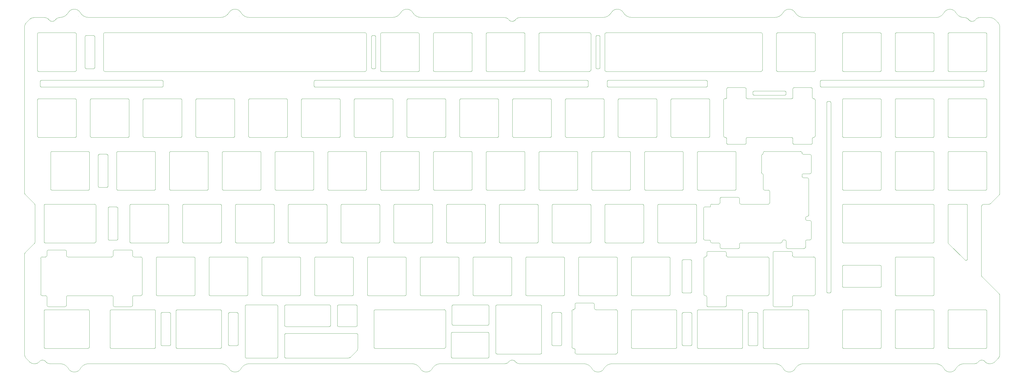
<source format=gbr>
%TF.GenerationSoftware,KiCad,Pcbnew,(6.0.5)*%
%TF.CreationDate,2022-05-23T11:10:01-03:00*%
%TF.ProjectId,frog_tkl_fullplate,66726f67-5f74-46b6-9c5f-66756c6c706c,rev?*%
%TF.SameCoordinates,Original*%
%TF.FileFunction,Profile,NP*%
%FSLAX46Y46*%
G04 Gerber Fmt 4.6, Leading zero omitted, Abs format (unit mm)*
G04 Created by KiCad (PCBNEW (6.0.5)) date 2022-05-23 11:10:01*
%MOMM*%
%LPD*%
G01*
G04 APERTURE LIST*
%ADD10C,0.010000*%
%TA.AperFunction,Profile*%
%ADD11C,0.010000*%
%TD*%
G04 APERTURE END LIST*
D10*
X244251064Y-76899489D02*
X244242176Y-76890818D01*
X244233097Y-76882391D01*
X244223833Y-76874209D01*
X244214389Y-76866274D01*
X244204770Y-76858588D01*
X244194980Y-76851154D01*
X244185025Y-76843973D01*
X244174910Y-76837047D01*
X244164641Y-76830380D01*
X244154222Y-76823972D01*
X244143658Y-76817826D01*
X244132955Y-76811945D01*
X244122118Y-76806329D01*
X244111152Y-76800982D01*
X244100061Y-76795906D01*
X244088852Y-76791102D01*
X244077529Y-76786572D01*
X244066097Y-76782320D01*
X244054562Y-76778346D01*
X244042928Y-76774654D01*
X244031201Y-76771245D01*
X244019386Y-76768121D01*
X244007487Y-76765284D01*
X243995511Y-76762737D01*
X243983462Y-76760482D01*
X243971345Y-76758520D01*
X243959166Y-76756855D01*
X243946929Y-76755487D01*
X243934640Y-76754420D01*
X243922304Y-76753655D01*
X243909926Y-76753195D01*
X243897511Y-76753041D01*
D11*
X103010125Y-119115562D02*
X103010125Y-132115572D01*
D10*
X217310243Y-76253042D02*
X217310089Y-76240626D01*
X217309628Y-76228248D01*
X217308863Y-76215911D01*
X217307796Y-76203622D01*
X217306428Y-76191386D01*
X217304763Y-76179206D01*
X217302802Y-76167089D01*
X217300546Y-76155040D01*
X217298000Y-76143064D01*
X217295163Y-76131166D01*
X217292039Y-76119350D01*
X217288630Y-76107623D01*
X217284938Y-76095989D01*
X217280964Y-76084454D01*
X217276712Y-76073022D01*
X217272182Y-76061699D01*
X217267378Y-76050489D01*
X217262302Y-76039399D01*
X217256955Y-76028432D01*
X217251339Y-76017595D01*
X217245458Y-76006892D01*
X217239312Y-75996328D01*
X217232904Y-75985909D01*
X217226237Y-75975640D01*
X217219311Y-75965525D01*
X217212130Y-75955570D01*
X217204696Y-75945781D01*
X217197010Y-75936161D01*
X217189075Y-75926717D01*
X217180893Y-75917453D01*
X217172466Y-75908374D01*
X217163796Y-75899487D01*
X271932583Y-175912056D02*
X271923695Y-175903385D01*
X271914616Y-175894958D01*
X271905352Y-175886776D01*
X271895907Y-175878841D01*
X271886288Y-175871155D01*
X271876498Y-175863721D01*
X271866543Y-175856540D01*
X271856428Y-175849615D01*
X271846158Y-175842947D01*
X271835739Y-175836540D01*
X271825175Y-175830394D01*
X271814472Y-175824513D01*
X271803634Y-175818897D01*
X271792668Y-175813550D01*
X271781577Y-175808474D01*
X271770367Y-175803670D01*
X271759044Y-175799141D01*
X271747612Y-175794888D01*
X271736076Y-175790915D01*
X271724442Y-175787223D01*
X271712715Y-175783814D01*
X271700899Y-175780690D01*
X271689001Y-175777854D01*
X271677024Y-175775307D01*
X271664975Y-175773052D01*
X271652858Y-175771091D01*
X271640678Y-175769425D01*
X271628441Y-175768058D01*
X271616152Y-175766991D01*
X271603816Y-175766226D01*
X271591437Y-175765766D01*
X271579022Y-175765613D01*
X241482197Y-197009130D02*
X241422042Y-196908833D01*
X241358861Y-196811019D01*
X241292732Y-196715733D01*
X241223736Y-196623022D01*
X241151952Y-196532931D01*
X241077459Y-196445507D01*
X241000337Y-196360795D01*
X240920667Y-196278841D01*
X240838527Y-196199692D01*
X240753998Y-196123394D01*
X240667159Y-196049992D01*
X240578090Y-195979532D01*
X240486870Y-195912061D01*
X240393580Y-195847625D01*
X240298299Y-195786269D01*
X240201106Y-195728039D01*
X240102081Y-195672982D01*
X240001305Y-195621144D01*
X239898856Y-195572571D01*
X239794814Y-195527308D01*
X239689260Y-195485401D01*
X239582272Y-195446898D01*
X239473931Y-195411843D01*
X239364316Y-195380282D01*
X239253507Y-195352263D01*
X239141584Y-195327829D01*
X239028626Y-195307029D01*
X238914713Y-195289908D01*
X238799924Y-195276511D01*
X238684340Y-195266885D01*
X238568040Y-195261075D01*
X238451104Y-195259129D01*
X58561376Y-88253050D02*
X58562026Y-88278779D01*
X58563957Y-88304172D01*
X58567137Y-88329194D01*
X58571534Y-88353817D01*
X58577117Y-88378007D01*
X58583855Y-88401734D01*
X58591716Y-88424966D01*
X58600668Y-88447672D01*
X58610681Y-88469820D01*
X58621723Y-88491379D01*
X58633763Y-88512317D01*
X58646768Y-88532604D01*
X58660708Y-88552207D01*
X58675552Y-88571095D01*
X58691267Y-88589238D01*
X58707823Y-88606602D01*
X58725187Y-88623158D01*
X58743329Y-88638873D01*
X58762218Y-88653717D01*
X58781821Y-88667657D01*
X58802107Y-88680662D01*
X58823046Y-88692702D01*
X58844605Y-88703744D01*
X58866753Y-88713757D01*
X58889459Y-88722709D01*
X58912690Y-88730570D01*
X58936417Y-88737308D01*
X58960608Y-88742891D01*
X58985230Y-88747288D01*
X59010253Y-88750468D01*
X59035645Y-88752399D01*
X59061375Y-88753050D01*
X245738677Y-113419123D02*
X245747347Y-113410235D01*
X245755774Y-113401156D01*
X245763956Y-113391892D01*
X245771891Y-113382448D01*
X245779577Y-113372829D01*
X245787011Y-113363039D01*
X245794192Y-113353084D01*
X245801118Y-113342969D01*
X245807785Y-113332700D01*
X245814193Y-113322281D01*
X245820339Y-113311717D01*
X245826221Y-113301014D01*
X245831836Y-113290177D01*
X245837183Y-113279211D01*
X245842260Y-113268120D01*
X245847064Y-113256911D01*
X245851593Y-113245588D01*
X245855846Y-113234156D01*
X245859819Y-113222620D01*
X245863512Y-113210987D01*
X245866921Y-113199260D01*
X245870045Y-113187444D01*
X245872881Y-113175546D01*
X245875428Y-113163570D01*
X245877683Y-113151521D01*
X245879645Y-113139404D01*
X245881310Y-113127224D01*
X245882678Y-113114988D01*
X245883745Y-113102699D01*
X245884510Y-113090362D01*
X245884971Y-113077984D01*
X245885125Y-113065569D01*
X128097676Y-174515612D02*
X128097025Y-174489882D01*
X128095094Y-174464489D01*
X128091914Y-174439467D01*
X128087517Y-174414844D01*
X128081934Y-174390654D01*
X128075196Y-174366927D01*
X128067335Y-174343695D01*
X128058383Y-174320989D01*
X128048370Y-174298841D01*
X128037328Y-174277282D01*
X128025288Y-174256344D01*
X128012283Y-174236057D01*
X127998343Y-174216454D01*
X127983499Y-174197566D01*
X127967784Y-174179423D01*
X127951228Y-174162059D01*
X127933864Y-174145503D01*
X127915721Y-174129788D01*
X127896833Y-174114944D01*
X127877230Y-174101004D01*
X127856943Y-174087999D01*
X127836005Y-174075959D01*
X127814446Y-174064917D01*
X127792298Y-174054904D01*
X127769592Y-174045952D01*
X127746360Y-174038091D01*
X127722633Y-174031353D01*
X127698443Y-174025770D01*
X127673820Y-174021373D01*
X127648798Y-174018193D01*
X127623405Y-174016262D01*
X127597676Y-174015612D01*
X274313677Y-132469123D02*
X274322347Y-132460235D01*
X274330774Y-132451156D01*
X274338956Y-132441892D01*
X274346891Y-132432448D01*
X274354577Y-132422829D01*
X274362011Y-132413039D01*
X274369192Y-132403084D01*
X274376118Y-132392969D01*
X274382785Y-132382700D01*
X274389193Y-132372281D01*
X274395339Y-132361717D01*
X274401221Y-132351014D01*
X274406836Y-132340177D01*
X274412183Y-132329211D01*
X274417260Y-132318120D01*
X274422064Y-132306911D01*
X274426593Y-132295588D01*
X274430846Y-132284156D01*
X274434819Y-132272620D01*
X274438512Y-132260987D01*
X274441921Y-132249260D01*
X274445045Y-132237444D01*
X274447881Y-132225546D01*
X274450428Y-132213570D01*
X274452683Y-132201521D01*
X274454645Y-132189404D01*
X274456310Y-132177224D01*
X274457678Y-132164988D01*
X274458745Y-132152699D01*
X274459510Y-132140362D01*
X274459971Y-132127984D01*
X274460125Y-132115569D01*
X227622613Y-137665560D02*
X227610197Y-137665713D01*
X227597819Y-137666174D01*
X227585483Y-137666939D01*
X227573194Y-137668006D01*
X227560957Y-137669374D01*
X227548778Y-137671039D01*
X227536661Y-137673001D01*
X227524612Y-137675256D01*
X227512636Y-137677803D01*
X227500737Y-137680639D01*
X227488922Y-137683763D01*
X227477195Y-137687172D01*
X227465561Y-137690865D01*
X227454026Y-137694838D01*
X227442594Y-137699091D01*
X227431271Y-137703620D01*
X227420062Y-137708424D01*
X227408971Y-137713501D01*
X227398005Y-137718848D01*
X227387168Y-137724463D01*
X227376465Y-137730345D01*
X227365901Y-137736491D01*
X227355482Y-137742899D01*
X227345213Y-137749566D01*
X227335098Y-137756492D01*
X227325143Y-137763673D01*
X227315353Y-137771107D01*
X227305734Y-137778793D01*
X227296290Y-137786728D01*
X227287026Y-137794910D01*
X227277947Y-137803337D01*
X227269060Y-137812008D01*
D11*
X130597678Y-192759130D02*
X130597678Y-184872792D01*
D10*
X169685125Y-100065559D02*
X169684971Y-100053143D01*
X169684510Y-100040765D01*
X169683745Y-100028428D01*
X169682678Y-100016139D01*
X169681310Y-100003903D01*
X169679645Y-99991723D01*
X169677684Y-99979606D01*
X169675428Y-99967557D01*
X169672882Y-99955581D01*
X169670045Y-99943683D01*
X169666921Y-99931867D01*
X169663512Y-99920140D01*
X169659820Y-99908506D01*
X169655846Y-99896971D01*
X169651594Y-99885539D01*
X169647064Y-99874216D01*
X169642260Y-99863007D01*
X169637184Y-99851916D01*
X169631837Y-99840950D01*
X169626221Y-99830112D01*
X169620340Y-99819409D01*
X169614194Y-99808846D01*
X169607786Y-99798427D01*
X169601119Y-99788157D01*
X169594193Y-99778042D01*
X169587012Y-99768088D01*
X169579578Y-99758298D01*
X169571892Y-99748678D01*
X169563957Y-99739234D01*
X169555775Y-99729970D01*
X169547348Y-99720891D01*
X169538678Y-99712004D01*
X211490736Y-71042268D02*
X211454646Y-70996608D01*
X211417370Y-70952160D01*
X211378939Y-70908940D01*
X211339383Y-70866963D01*
X211298735Y-70826244D01*
X211257026Y-70786800D01*
X211214289Y-70748645D01*
X211170553Y-70711795D01*
X211125852Y-70676267D01*
X211080217Y-70642075D01*
X211033678Y-70609235D01*
X210986269Y-70577762D01*
X210938021Y-70547673D01*
X210888964Y-70518983D01*
X210839131Y-70491707D01*
X210788554Y-70465862D01*
X210737263Y-70441462D01*
X210685291Y-70418523D01*
X210632670Y-70397061D01*
X210579430Y-70377091D01*
X210525603Y-70358629D01*
X210471221Y-70341691D01*
X210416316Y-70326292D01*
X210360919Y-70312448D01*
X210305062Y-70300174D01*
X210248777Y-70289486D01*
X210192094Y-70280400D01*
X210135046Y-70272931D01*
X210077664Y-70267094D01*
X210019980Y-70262906D01*
X209962026Y-70260381D01*
X209903833Y-70259537D01*
D11*
X321585319Y-113565569D02*
G75*
G03*
X322085320Y-113065570I1J500000D01*
G01*
D10*
X75222613Y-137665557D02*
X75210197Y-137665710D01*
X75197819Y-137666171D01*
X75185483Y-137666936D01*
X75173194Y-137668003D01*
X75160957Y-137669371D01*
X75148778Y-137671036D01*
X75136661Y-137672998D01*
X75124612Y-137675253D01*
X75112636Y-137677800D01*
X75100737Y-137680636D01*
X75088922Y-137683760D01*
X75077195Y-137687169D01*
X75065561Y-137690862D01*
X75054026Y-137694835D01*
X75042594Y-137699088D01*
X75031271Y-137703617D01*
X75020062Y-137708421D01*
X75008971Y-137713498D01*
X74998005Y-137718845D01*
X74987168Y-137724460D01*
X74976465Y-137730342D01*
X74965901Y-137736488D01*
X74955482Y-137742896D01*
X74945213Y-137749563D01*
X74935098Y-137756489D01*
X74925143Y-137763670D01*
X74915353Y-137771104D01*
X74905734Y-137778790D01*
X74896290Y-137786725D01*
X74887026Y-137794907D01*
X74877947Y-137803334D01*
X74869060Y-137812005D01*
D11*
X283478534Y-154715599D02*
G75*
G03*
X282978533Y-155215598I-1J-500000D01*
G01*
D10*
X327735315Y-101065561D02*
X327734664Y-101039831D01*
X327732733Y-101014439D01*
X327729554Y-100989417D01*
X327725157Y-100964795D01*
X327719574Y-100940605D01*
X327712837Y-100916878D01*
X327704976Y-100893647D01*
X327696024Y-100870941D01*
X327686012Y-100848793D01*
X327674970Y-100827235D01*
X327662931Y-100806296D01*
X327649926Y-100786010D01*
X327635987Y-100766407D01*
X327621144Y-100747518D01*
X327605429Y-100729376D01*
X327588874Y-100712012D01*
X327571510Y-100695456D01*
X327553369Y-100679740D01*
X327534481Y-100664897D01*
X327514878Y-100650957D01*
X327494592Y-100637951D01*
X327473654Y-100625911D01*
X327452096Y-100614869D01*
X327429948Y-100604856D01*
X327407243Y-100595903D01*
X327384012Y-100588041D01*
X327360286Y-100581303D01*
X327336096Y-100575720D01*
X327311474Y-100571322D01*
X327286452Y-100568142D01*
X327261060Y-100566210D01*
X327235331Y-100565559D01*
X203456677Y-75899488D02*
X203448006Y-75908375D01*
X203439579Y-75917454D01*
X203431397Y-75926718D01*
X203423462Y-75936162D01*
X203415776Y-75945781D01*
X203408342Y-75955571D01*
X203401161Y-75965526D01*
X203394236Y-75975641D01*
X203387568Y-75985910D01*
X203381161Y-75996329D01*
X203375015Y-76006893D01*
X203369133Y-76017596D01*
X203363518Y-76028433D01*
X203358171Y-76039399D01*
X203353094Y-76050490D01*
X203348291Y-76061699D01*
X203343761Y-76073022D01*
X203339509Y-76084454D01*
X203335535Y-76095990D01*
X203331843Y-76107623D01*
X203328434Y-76119350D01*
X203325310Y-76131166D01*
X203322473Y-76143064D01*
X203319927Y-76155040D01*
X203317671Y-76167089D01*
X203315710Y-76179206D01*
X203314045Y-76191386D01*
X203312677Y-76203622D01*
X203311610Y-76215911D01*
X203310845Y-76228248D01*
X203310384Y-76240626D01*
X203310231Y-76253042D01*
X74869060Y-137812005D02*
X74860389Y-137820892D01*
X74851962Y-137829971D01*
X74843780Y-137839235D01*
X74835845Y-137848679D01*
X74828159Y-137858299D01*
X74820725Y-137868088D01*
X74813544Y-137878043D01*
X74806618Y-137888158D01*
X74799951Y-137898427D01*
X74793543Y-137908846D01*
X74787397Y-137919410D01*
X74781516Y-137930113D01*
X74775900Y-137940950D01*
X74770553Y-137951917D01*
X74765477Y-137963007D01*
X74760673Y-137974217D01*
X74756143Y-137985540D01*
X74751891Y-137996972D01*
X74747918Y-138008507D01*
X74744225Y-138020141D01*
X74740816Y-138031868D01*
X74737692Y-138043683D01*
X74734856Y-138055582D01*
X74732309Y-138067558D01*
X74730054Y-138079607D01*
X74728093Y-138091724D01*
X74726427Y-138103903D01*
X74725060Y-138116140D01*
X74723993Y-138128429D01*
X74723228Y-138140765D01*
X74722767Y-138153143D01*
X74722614Y-138165559D01*
D11*
X156399411Y-190893681D02*
X154619748Y-192673344D01*
D10*
X259672623Y-151665568D02*
X259685038Y-151665414D01*
X259697416Y-151664953D01*
X259709752Y-151664188D01*
X259722041Y-151663121D01*
X259734278Y-151661754D01*
X259746457Y-151660088D01*
X259758574Y-151658127D01*
X259770623Y-151655872D01*
X259782599Y-151653325D01*
X259794498Y-151650489D01*
X259806313Y-151647365D01*
X259818040Y-151643956D01*
X259829674Y-151640263D01*
X259841209Y-151636290D01*
X259852641Y-151632038D01*
X259863965Y-151627508D01*
X259875174Y-151622704D01*
X259886264Y-151617628D01*
X259897231Y-151612281D01*
X259908068Y-151606666D01*
X259918771Y-151600784D01*
X259929335Y-151594638D01*
X259939754Y-151588231D01*
X259950023Y-151581563D01*
X259960138Y-151574638D01*
X259970093Y-151567457D01*
X259979882Y-151560023D01*
X259989502Y-151552337D01*
X259998946Y-151544402D01*
X260008210Y-151536220D01*
X260017289Y-151527793D01*
X260026177Y-151519123D01*
D11*
X274544660Y-176765614D02*
X277044657Y-176765614D01*
D10*
X131097680Y-174015612D02*
X131085264Y-174015765D01*
X131072886Y-174016226D01*
X131060549Y-174016991D01*
X131048260Y-174018058D01*
X131036024Y-174019426D01*
X131023844Y-174021091D01*
X131011727Y-174023052D01*
X130999678Y-174025308D01*
X130987702Y-174027854D01*
X130975804Y-174030691D01*
X130963988Y-174033815D01*
X130952261Y-174037224D01*
X130940628Y-174040916D01*
X130929092Y-174044890D01*
X130917660Y-174049142D01*
X130906337Y-174053672D01*
X130895128Y-174058475D01*
X130884037Y-174063552D01*
X130873071Y-174068899D01*
X130862234Y-174074514D01*
X130851531Y-174080396D01*
X130840967Y-174086542D01*
X130830548Y-174092949D01*
X130820279Y-174099617D01*
X130810164Y-174106542D01*
X130800209Y-174113723D01*
X130790419Y-174121157D01*
X130780800Y-174128843D01*
X130771356Y-174136778D01*
X130762092Y-174144960D01*
X130753013Y-174153387D01*
X130744126Y-174162058D01*
X45490614Y-71042268D02*
X45454525Y-70996608D01*
X45417248Y-70952161D01*
X45378817Y-70908941D01*
X45339261Y-70866963D01*
X45298613Y-70826245D01*
X45256905Y-70786800D01*
X45214167Y-70748645D01*
X45170432Y-70711796D01*
X45125731Y-70676267D01*
X45080096Y-70642075D01*
X45033557Y-70609235D01*
X44986148Y-70577763D01*
X44937900Y-70547674D01*
X44888843Y-70518984D01*
X44839011Y-70491708D01*
X44788433Y-70465862D01*
X44737143Y-70441462D01*
X44685171Y-70418523D01*
X44632549Y-70397061D01*
X44579309Y-70377092D01*
X44525483Y-70358630D01*
X44471101Y-70341692D01*
X44416196Y-70326293D01*
X44360799Y-70312449D01*
X44304942Y-70300175D01*
X44248657Y-70289487D01*
X44191974Y-70280400D01*
X44134926Y-70272931D01*
X44077544Y-70267094D01*
X44019860Y-70262906D01*
X43961906Y-70260382D01*
X43903713Y-70259537D01*
X198260125Y-119115559D02*
X198259971Y-119103143D01*
X198259510Y-119090765D01*
X198258745Y-119078428D01*
X198257678Y-119066139D01*
X198256310Y-119053903D01*
X198254645Y-119041723D01*
X198252684Y-119029606D01*
X198250428Y-119017557D01*
X198247882Y-119005581D01*
X198245045Y-118993683D01*
X198241921Y-118981867D01*
X198238512Y-118970140D01*
X198234820Y-118958506D01*
X198230846Y-118946971D01*
X198226594Y-118935539D01*
X198222064Y-118924216D01*
X198217260Y-118913007D01*
X198212184Y-118901916D01*
X198206837Y-118890950D01*
X198201221Y-118880112D01*
X198195340Y-118869409D01*
X198189194Y-118858846D01*
X198182786Y-118848427D01*
X198176119Y-118838157D01*
X198169193Y-118828042D01*
X198162012Y-118818088D01*
X198154578Y-118808298D01*
X198146892Y-118798678D01*
X198138957Y-118789234D01*
X198130775Y-118779970D01*
X198122348Y-118770891D01*
X198113678Y-118762004D01*
X174881560Y-99712005D02*
X174872889Y-99720892D01*
X174864462Y-99729971D01*
X174856280Y-99739235D01*
X174848345Y-99748679D01*
X174840659Y-99758299D01*
X174833225Y-99768088D01*
X174826044Y-99778043D01*
X174819118Y-99788158D01*
X174812451Y-99798427D01*
X174806043Y-99808846D01*
X174799897Y-99819410D01*
X174794016Y-99830113D01*
X174788400Y-99840950D01*
X174783053Y-99851917D01*
X174777977Y-99863007D01*
X174773173Y-99874217D01*
X174768643Y-99885540D01*
X174764391Y-99896972D01*
X174760418Y-99908507D01*
X174756725Y-99920141D01*
X174753316Y-99931868D01*
X174750192Y-99943683D01*
X174747356Y-99955582D01*
X174744809Y-99967558D01*
X174742554Y-99979607D01*
X174740593Y-99991724D01*
X174738927Y-100003903D01*
X174737560Y-100016140D01*
X174736493Y-100028429D01*
X174735728Y-100040765D01*
X174735267Y-100053143D01*
X174735114Y-100065559D01*
X274191100Y-188619179D02*
X274199988Y-188627849D01*
X274209066Y-188636276D01*
X274218330Y-188644458D01*
X274227775Y-188652393D01*
X274237395Y-188660079D01*
X274247185Y-188667513D01*
X274257140Y-188674694D01*
X274267255Y-188681619D01*
X274277524Y-188688287D01*
X274287944Y-188694695D01*
X274298507Y-188700840D01*
X274309211Y-188706722D01*
X274320048Y-188712337D01*
X274331015Y-188717684D01*
X274342105Y-188722761D01*
X274353315Y-188727565D01*
X274364638Y-188732094D01*
X274376070Y-188736346D01*
X274387606Y-188740319D01*
X274399240Y-188744012D01*
X274410967Y-188747421D01*
X274422783Y-188750544D01*
X274434681Y-188753381D01*
X274446657Y-188755927D01*
X274458707Y-188758182D01*
X274470824Y-188760143D01*
X274483003Y-188761809D01*
X274495240Y-188763176D01*
X274507529Y-188764243D01*
X274519866Y-188765008D01*
X274532244Y-188765468D01*
X274544660Y-188765622D01*
D11*
X36984002Y-134170852D02*
X40185844Y-137372694D01*
X84247614Y-170215569D02*
X84247614Y-157215559D01*
D10*
X45490614Y-71042268D02*
X45517680Y-71076512D01*
X45545637Y-71109848D01*
X45574461Y-71142263D01*
X45604128Y-71173746D01*
X45634614Y-71204285D01*
X45665895Y-71233869D01*
X45697948Y-71262485D01*
X45730750Y-71290122D01*
X45764276Y-71316768D01*
X45798502Y-71342412D01*
X45833406Y-71367042D01*
X45868963Y-71390647D01*
X45905149Y-71413214D01*
X45941942Y-71434731D01*
X45979316Y-71455188D01*
X46017250Y-71474572D01*
X46055717Y-71492872D01*
X46094696Y-71510077D01*
X46134163Y-71526173D01*
X46174093Y-71541150D01*
X46214463Y-71554997D01*
X46255249Y-71567700D01*
X46296428Y-71579250D01*
X46337975Y-71589633D01*
X46379868Y-71598838D01*
X46422082Y-71606854D01*
X46464594Y-71613669D01*
X46507380Y-71619271D01*
X46550417Y-71623648D01*
X46593680Y-71626789D01*
X46637145Y-71628683D01*
X46680791Y-71629317D01*
D11*
X276991528Y-169715609D02*
X274491531Y-169715609D01*
D10*
X345897836Y-176265615D02*
X345897682Y-176253199D01*
X345897221Y-176240820D01*
X345896456Y-176228484D01*
X345895389Y-176216195D01*
X345894021Y-176203958D01*
X345892356Y-176191778D01*
X345890394Y-176179661D01*
X345888139Y-176167612D01*
X345885592Y-176155635D01*
X345882756Y-176143737D01*
X345879632Y-176131921D01*
X345876223Y-176120194D01*
X345872530Y-176108560D01*
X345868557Y-176097025D01*
X345864304Y-176085593D01*
X345859775Y-176074269D01*
X345854971Y-176063060D01*
X345849894Y-176051969D01*
X345844547Y-176041002D01*
X345838931Y-176030165D01*
X345833050Y-176019462D01*
X345826904Y-176008898D01*
X345820496Y-175998479D01*
X345813828Y-175988209D01*
X345806903Y-175978095D01*
X345799722Y-175968140D01*
X345792287Y-175958350D01*
X345784601Y-175948730D01*
X345776666Y-175939286D01*
X345768484Y-175930022D01*
X345760057Y-175920943D01*
X345751387Y-175912056D01*
D11*
X305704043Y-133115582D02*
G75*
G03*
X305204044Y-132615581I-500000J1D01*
G01*
X319117062Y-150578597D02*
X320204077Y-150578597D01*
D10*
X370691350Y-198259123D02*
X370774875Y-198257732D01*
X370857946Y-198253582D01*
X370940506Y-198246707D01*
X371022497Y-198237137D01*
X371103864Y-198224908D01*
X371184548Y-198210050D01*
X371264493Y-198192598D01*
X371343642Y-198172584D01*
X371421938Y-198150041D01*
X371499324Y-198125002D01*
X371575743Y-198097500D01*
X371651139Y-198067567D01*
X371725454Y-198035236D01*
X371798632Y-198000541D01*
X371870615Y-197963514D01*
X371941346Y-197924188D01*
X372010770Y-197882596D01*
X372078828Y-197838770D01*
X372145463Y-197792744D01*
X372210620Y-197744551D01*
X372274241Y-197694223D01*
X372336269Y-197641794D01*
X372396646Y-197587295D01*
X372455317Y-197530760D01*
X372512225Y-197472223D01*
X372567311Y-197411714D01*
X372620520Y-197349269D01*
X372671795Y-197284919D01*
X372721078Y-197218697D01*
X372768313Y-197150636D01*
X372813442Y-197080769D01*
X372856410Y-197009130D01*
D11*
X126822625Y-138165559D02*
X126822625Y-151165569D01*
D10*
X184260114Y-132115569D02*
X184260764Y-132141298D01*
X184262695Y-132166691D01*
X184265875Y-132191713D01*
X184270272Y-132216336D01*
X184275855Y-132240526D01*
X184282592Y-132264253D01*
X184290453Y-132287485D01*
X184299406Y-132310191D01*
X184309419Y-132332339D01*
X184320461Y-132353898D01*
X184332500Y-132374836D01*
X184345505Y-132395123D01*
X184359446Y-132414726D01*
X184374289Y-132433614D01*
X184390004Y-132451757D01*
X184406560Y-132469121D01*
X184423924Y-132485677D01*
X184442067Y-132501392D01*
X184460955Y-132516235D01*
X184480558Y-132530176D01*
X184500845Y-132543181D01*
X184521783Y-132555220D01*
X184543342Y-132566262D01*
X184565490Y-132576275D01*
X184588196Y-132585228D01*
X184611428Y-132593089D01*
X184635155Y-132599826D01*
X184659345Y-132605409D01*
X184683968Y-132609806D01*
X184708990Y-132612986D01*
X184734383Y-132614917D01*
X184760113Y-132615568D01*
X301210734Y-176912058D02*
X301201846Y-176903387D01*
X301192767Y-176894960D01*
X301183503Y-176886778D01*
X301174058Y-176878843D01*
X301164439Y-176871157D01*
X301154649Y-176863723D01*
X301144694Y-176856542D01*
X301134579Y-176849616D01*
X301124309Y-176842949D01*
X301113890Y-176836541D01*
X301103326Y-176830395D01*
X301092623Y-176824514D01*
X301081785Y-176818898D01*
X301070819Y-176813551D01*
X301059728Y-176808475D01*
X301048519Y-176803671D01*
X301037195Y-176799142D01*
X301025763Y-176794889D01*
X301014227Y-176790916D01*
X301002593Y-176787224D01*
X300990866Y-176783815D01*
X300979051Y-176780691D01*
X300967152Y-176777855D01*
X300955176Y-176775308D01*
X300943126Y-176773053D01*
X300931009Y-176771092D01*
X300918830Y-176769426D01*
X300906593Y-176768059D01*
X300894304Y-176766992D01*
X300881967Y-176766227D01*
X300869589Y-176765767D01*
X300857174Y-176765614D01*
X54885123Y-89753051D02*
X54897538Y-89752897D01*
X54909916Y-89752436D01*
X54922252Y-89751671D01*
X54934541Y-89750604D01*
X54946778Y-89749237D01*
X54958957Y-89747571D01*
X54971074Y-89745610D01*
X54983123Y-89743355D01*
X54995099Y-89740808D01*
X55006998Y-89737972D01*
X55018813Y-89734848D01*
X55030540Y-89731438D01*
X55042174Y-89727746D01*
X55053709Y-89723773D01*
X55065141Y-89719520D01*
X55076465Y-89714991D01*
X55087674Y-89710187D01*
X55098764Y-89705110D01*
X55109731Y-89699763D01*
X55120568Y-89694148D01*
X55131271Y-89688266D01*
X55141835Y-89682120D01*
X55152254Y-89675713D01*
X55162523Y-89669045D01*
X55172638Y-89662120D01*
X55182593Y-89654939D01*
X55192382Y-89647505D01*
X55202002Y-89639819D01*
X55211446Y-89631884D01*
X55220710Y-89623702D01*
X55229789Y-89615275D01*
X55238677Y-89606605D01*
D11*
X314354559Y-156715599D02*
X321585309Y-156715599D01*
X75222613Y-137665557D02*
X88222623Y-137665557D01*
X40455489Y-195259129D02*
X40226648Y-195259129D01*
X284272788Y-150943357D02*
G75*
G03*
X284188541Y-150665599I-500667J-202D01*
G01*
D10*
X332044273Y-89606608D02*
X332053160Y-89615278D01*
X332062239Y-89623705D01*
X332071503Y-89631887D01*
X332080948Y-89639822D01*
X332090567Y-89647508D01*
X332100357Y-89654942D01*
X332110312Y-89662123D01*
X332120427Y-89669048D01*
X332130697Y-89675716D01*
X332141116Y-89682123D01*
X332151680Y-89688269D01*
X332162383Y-89694150D01*
X332173220Y-89699766D01*
X332184187Y-89705113D01*
X332195277Y-89710189D01*
X332206487Y-89714993D01*
X332217810Y-89719522D01*
X332229242Y-89723775D01*
X332240778Y-89727748D01*
X332252412Y-89731440D01*
X332264139Y-89734849D01*
X332275955Y-89737973D01*
X332287853Y-89740809D01*
X332299829Y-89743356D01*
X332311879Y-89745611D01*
X332323996Y-89747572D01*
X332336175Y-89749238D01*
X332348412Y-89750605D01*
X332360701Y-89751672D01*
X332373038Y-89752437D01*
X332385416Y-89752897D01*
X332397832Y-89753051D01*
X317887463Y-195259129D02*
X317770526Y-195261075D01*
X317654226Y-195266885D01*
X317538642Y-195276511D01*
X317423853Y-195289908D01*
X317309940Y-195307029D01*
X317196982Y-195327829D01*
X317085058Y-195352262D01*
X316974249Y-195380282D01*
X316864634Y-195411842D01*
X316756293Y-195446897D01*
X316649305Y-195485401D01*
X316543751Y-195527307D01*
X316439709Y-195572570D01*
X316337260Y-195621144D01*
X316236484Y-195672982D01*
X316137459Y-195728039D01*
X316040266Y-195786268D01*
X315944984Y-195847624D01*
X315851694Y-195912061D01*
X315760474Y-195979532D01*
X315671405Y-196049991D01*
X315584566Y-196123393D01*
X315500037Y-196199692D01*
X315417897Y-196278841D01*
X315338227Y-196360794D01*
X315261105Y-196445506D01*
X315186612Y-196532931D01*
X315114828Y-196623022D01*
X315045832Y-196715733D01*
X314979703Y-196811019D01*
X314916522Y-196908833D01*
X314856368Y-197009130D01*
D11*
X137135113Y-99565560D02*
X150135123Y-99565560D01*
X235385256Y-191266641D02*
X235385256Y-190265626D01*
X317887463Y-195259129D02*
X365495194Y-195259129D01*
X231097623Y-170715571D02*
X218097613Y-170715571D01*
D10*
X255697769Y-189265624D02*
X255698419Y-189291353D01*
X255700350Y-189316746D01*
X255703530Y-189341768D01*
X255707927Y-189366391D01*
X255713510Y-189390581D01*
X255720248Y-189414308D01*
X255728109Y-189437540D01*
X255737061Y-189460246D01*
X255747074Y-189482394D01*
X255758116Y-189503953D01*
X255770156Y-189524891D01*
X255783161Y-189545178D01*
X255797101Y-189564781D01*
X255811945Y-189583669D01*
X255827660Y-189601812D01*
X255844216Y-189619176D01*
X255861580Y-189635732D01*
X255879723Y-189651447D01*
X255898611Y-189666291D01*
X255918214Y-189680231D01*
X255938501Y-189693236D01*
X255959439Y-189705276D01*
X255980998Y-189716318D01*
X256003146Y-189726331D01*
X256025852Y-189735283D01*
X256049084Y-189743144D01*
X256072811Y-189749882D01*
X256097001Y-189755465D01*
X256121624Y-189759862D01*
X256146646Y-189763042D01*
X256172039Y-189764973D01*
X256197769Y-189765624D01*
X165356560Y-118762005D02*
X165347889Y-118770892D01*
X165339462Y-118779971D01*
X165331280Y-118789235D01*
X165323345Y-118798679D01*
X165315659Y-118808299D01*
X165308225Y-118818088D01*
X165301044Y-118828043D01*
X165294118Y-118838158D01*
X165287451Y-118848427D01*
X165281043Y-118858846D01*
X165274897Y-118869410D01*
X165269016Y-118880113D01*
X165263400Y-118890950D01*
X165258053Y-118901917D01*
X165252977Y-118913007D01*
X165248173Y-118924217D01*
X165243643Y-118935540D01*
X165239391Y-118946972D01*
X165235418Y-118958507D01*
X165231725Y-118970141D01*
X165228316Y-118981868D01*
X165225192Y-118993683D01*
X165222356Y-119005582D01*
X165219809Y-119017558D01*
X165217554Y-119029607D01*
X165215593Y-119041724D01*
X165213927Y-119053903D01*
X165212560Y-119066140D01*
X165211493Y-119078429D01*
X165210728Y-119090765D01*
X165210267Y-119103143D01*
X165210114Y-119115559D01*
X223182549Y-191620194D02*
X223191219Y-191611306D01*
X223199646Y-191602227D01*
X223207828Y-191592963D01*
X223215763Y-191583519D01*
X223223449Y-191573900D01*
X223230883Y-191564110D01*
X223238064Y-191554155D01*
X223244990Y-191544040D01*
X223251657Y-191533771D01*
X223258065Y-191523352D01*
X223264211Y-191512788D01*
X223270092Y-191502085D01*
X223275708Y-191491248D01*
X223281055Y-191480282D01*
X223286131Y-191469191D01*
X223290936Y-191457982D01*
X223295465Y-191446659D01*
X223299717Y-191435227D01*
X223303691Y-191423692D01*
X223307383Y-191412058D01*
X223310792Y-191400331D01*
X223313916Y-191388516D01*
X223316753Y-191376617D01*
X223319300Y-191364641D01*
X223321555Y-191352592D01*
X223323517Y-191340475D01*
X223325182Y-191328296D01*
X223326550Y-191316059D01*
X223327617Y-191303770D01*
X223328382Y-191291434D01*
X223328842Y-191279056D01*
X223328997Y-191266641D01*
D11*
X145372623Y-151665568D02*
X132372613Y-151665568D01*
D10*
X217163678Y-118762004D02*
X217154790Y-118753333D01*
X217145711Y-118744906D01*
X217136447Y-118736724D01*
X217127003Y-118728789D01*
X217117383Y-118721103D01*
X217107594Y-118713669D01*
X217097639Y-118706488D01*
X217087524Y-118699562D01*
X217077255Y-118692895D01*
X217066836Y-118686487D01*
X217056272Y-118680341D01*
X217045569Y-118674460D01*
X217034732Y-118668844D01*
X217023765Y-118663497D01*
X217012675Y-118658421D01*
X217001465Y-118653617D01*
X216990142Y-118649087D01*
X216978710Y-118644835D01*
X216967175Y-118640861D01*
X216955541Y-118637169D01*
X216943814Y-118633760D01*
X216931998Y-118630636D01*
X216920100Y-118627799D01*
X216908124Y-118625253D01*
X216896075Y-118622997D01*
X216883958Y-118621036D01*
X216871778Y-118619371D01*
X216859542Y-118618003D01*
X216847253Y-118616936D01*
X216834916Y-118616171D01*
X216822538Y-118615710D01*
X216810123Y-118615557D01*
X98681560Y-99712005D02*
X98672889Y-99720892D01*
X98664462Y-99729971D01*
X98656280Y-99739235D01*
X98648345Y-99748679D01*
X98640659Y-99758299D01*
X98633225Y-99768088D01*
X98626044Y-99778043D01*
X98619118Y-99788158D01*
X98612451Y-99798427D01*
X98606043Y-99808846D01*
X98599897Y-99819410D01*
X98594016Y-99830113D01*
X98588400Y-99840950D01*
X98583053Y-99851917D01*
X98577977Y-99863007D01*
X98573173Y-99874217D01*
X98568643Y-99885540D01*
X98564391Y-99896972D01*
X98560418Y-99908507D01*
X98556725Y-99920141D01*
X98553316Y-99931868D01*
X98550192Y-99943683D01*
X98547356Y-99955582D01*
X98544809Y-99967558D01*
X98542554Y-99979607D01*
X98540593Y-99991724D01*
X98538927Y-100003903D01*
X98537560Y-100016140D01*
X98536493Y-100028429D01*
X98535728Y-100040765D01*
X98535267Y-100053143D01*
X98535114Y-100065559D01*
D11*
X282478541Y-156715599D02*
G75*
G03*
X282978542Y-156215600I1J500000D01*
G01*
X282478541Y-170715610D02*
X282391546Y-170715610D01*
X287741054Y-152165598D02*
G75*
G03*
X287241055Y-151665597I-500000J1D01*
G01*
D10*
X107772663Y-176265615D02*
X107772509Y-176253199D01*
X107772048Y-176240821D01*
X107771283Y-176228484D01*
X107770216Y-176216195D01*
X107768848Y-176203959D01*
X107767183Y-176191779D01*
X107765222Y-176179662D01*
X107762966Y-176167613D01*
X107760420Y-176155637D01*
X107757583Y-176143738D01*
X107754459Y-176131923D01*
X107751050Y-176120196D01*
X107747358Y-176108562D01*
X107743384Y-176097027D01*
X107739132Y-176085595D01*
X107734602Y-176074272D01*
X107729798Y-176063062D01*
X107724722Y-176051972D01*
X107719375Y-176041005D01*
X107713759Y-176030168D01*
X107707878Y-176019465D01*
X107701732Y-176008901D01*
X107695324Y-175998482D01*
X107688657Y-175988212D01*
X107681731Y-175978098D01*
X107674550Y-175968143D01*
X107667116Y-175958353D01*
X107659430Y-175948733D01*
X107651495Y-175939289D01*
X107643313Y-175930025D01*
X107634886Y-175920946D01*
X107626216Y-175912059D01*
D11*
X151422613Y-137665560D02*
X164422623Y-137665560D01*
X235385255Y-191266640D02*
G75*
G03*
X235885254Y-191766641I500000J-1D01*
G01*
D10*
X289478548Y-174715613D02*
X289490963Y-174715459D01*
X289503341Y-174714998D01*
X289515678Y-174714234D01*
X289527967Y-174713167D01*
X289540204Y-174711799D01*
X289552383Y-174710134D01*
X289564500Y-174708173D01*
X289576550Y-174705918D01*
X289588526Y-174703371D01*
X289600424Y-174700535D01*
X289612240Y-174697411D01*
X289623967Y-174694002D01*
X289635601Y-174690310D01*
X289647137Y-174686336D01*
X289658569Y-174682084D01*
X289669892Y-174677555D01*
X289681102Y-174672751D01*
X289692192Y-174667674D01*
X289703159Y-174662327D01*
X289713996Y-174656712D01*
X289724699Y-174650831D01*
X289735263Y-174644685D01*
X289745682Y-174638277D01*
X289755952Y-174631610D01*
X289766067Y-174624685D01*
X289776022Y-174617504D01*
X289785812Y-174610069D01*
X289795431Y-174602384D01*
X289804876Y-174594449D01*
X289814140Y-174586267D01*
X289823219Y-174577840D01*
X289832107Y-174569170D01*
X345751386Y-89606608D02*
X345760056Y-89597720D01*
X345768483Y-89588641D01*
X345776665Y-89579377D01*
X345784601Y-89569933D01*
X345792286Y-89560313D01*
X345799721Y-89550524D01*
X345806902Y-89540569D01*
X345813828Y-89530454D01*
X345820495Y-89520185D01*
X345826903Y-89509766D01*
X345833049Y-89499202D01*
X345838931Y-89488499D01*
X345844546Y-89477662D01*
X345849893Y-89466695D01*
X345854970Y-89455605D01*
X345859774Y-89444395D01*
X345864304Y-89433072D01*
X345868556Y-89421640D01*
X345872530Y-89410105D01*
X345876222Y-89398471D01*
X345879632Y-89386744D01*
X345882756Y-89374928D01*
X345885592Y-89363030D01*
X345888139Y-89351053D01*
X345890394Y-89339004D01*
X345892356Y-89326887D01*
X345894021Y-89314708D01*
X345895389Y-89302471D01*
X345896456Y-89290182D01*
X345897221Y-89277845D01*
X345897682Y-89265467D01*
X345897836Y-89253052D01*
D11*
X146160114Y-132115572D02*
X146160114Y-119115562D01*
D10*
X383047850Y-137665585D02*
X382996390Y-137666886D01*
X382945606Y-137670748D01*
X382895560Y-137677108D01*
X382846316Y-137685902D01*
X382797935Y-137697069D01*
X382750482Y-137710544D01*
X382704018Y-137726266D01*
X382658606Y-137744172D01*
X382614311Y-137764198D01*
X382571193Y-137786282D01*
X382529316Y-137810361D01*
X382488743Y-137836372D01*
X382449537Y-137864252D01*
X382411760Y-137893939D01*
X382375476Y-137925369D01*
X382340747Y-137958481D01*
X382307636Y-137993210D01*
X382276206Y-138029495D01*
X382246519Y-138067272D01*
X382218639Y-138106478D01*
X382192628Y-138147051D01*
X382168550Y-138188928D01*
X382146466Y-138232046D01*
X382126440Y-138276342D01*
X382108535Y-138321753D01*
X382092814Y-138368217D01*
X382079339Y-138415671D01*
X382068172Y-138464052D01*
X382059378Y-138513296D01*
X382053019Y-138563342D01*
X382049158Y-138614126D01*
X382047857Y-138665586D01*
D11*
X289535301Y-99565557D02*
G75*
G03*
X289035300Y-100065556I-1J-500000D01*
G01*
D10*
X293010123Y-132615568D02*
X293022538Y-132615414D01*
X293034916Y-132614953D01*
X293047252Y-132614188D01*
X293059541Y-132613121D01*
X293071778Y-132611754D01*
X293083957Y-132610088D01*
X293096074Y-132608127D01*
X293108123Y-132605872D01*
X293120099Y-132603325D01*
X293131998Y-132600489D01*
X293143813Y-132597365D01*
X293155540Y-132593956D01*
X293167174Y-132590263D01*
X293178709Y-132586290D01*
X293190141Y-132582038D01*
X293201465Y-132577508D01*
X293212674Y-132572704D01*
X293223764Y-132567628D01*
X293234731Y-132562281D01*
X293245568Y-132556666D01*
X293256271Y-132550784D01*
X293266835Y-132544638D01*
X293277254Y-132538231D01*
X293287523Y-132531563D01*
X293297638Y-132524638D01*
X293307593Y-132517457D01*
X293317382Y-132510023D01*
X293327002Y-132502337D01*
X293336446Y-132494402D01*
X293345710Y-132486220D01*
X293354789Y-132477793D01*
X293363677Y-132469123D01*
X279076178Y-137812004D02*
X279067290Y-137803333D01*
X279058211Y-137794906D01*
X279048947Y-137786724D01*
X279039503Y-137778789D01*
X279029883Y-137771103D01*
X279020094Y-137763669D01*
X279010139Y-137756488D01*
X279000024Y-137749562D01*
X278989755Y-137742895D01*
X278979336Y-137736487D01*
X278968772Y-137730341D01*
X278958069Y-137724460D01*
X278947232Y-137718844D01*
X278936265Y-137713497D01*
X278925175Y-137708421D01*
X278913965Y-137703617D01*
X278902642Y-137699087D01*
X278891210Y-137694835D01*
X278879675Y-137690861D01*
X278868041Y-137687169D01*
X278856314Y-137683760D01*
X278844498Y-137680636D01*
X278832600Y-137677799D01*
X278820624Y-137675253D01*
X278808575Y-137672997D01*
X278796458Y-137671036D01*
X278784278Y-137669371D01*
X278772042Y-137668003D01*
X278759753Y-137666936D01*
X278747416Y-137666171D01*
X278735038Y-137665710D01*
X278722623Y-137665557D01*
D11*
X62528880Y-138165587D02*
X62528880Y-151165597D01*
X364947850Y-119115573D02*
X364947850Y-132115583D01*
D10*
X332044273Y-189619181D02*
X332053160Y-189627851D01*
X332062239Y-189636278D01*
X332071503Y-189644460D01*
X332080948Y-189652395D01*
X332090567Y-189660080D01*
X332100357Y-189667515D01*
X332110312Y-189674696D01*
X332120427Y-189681621D01*
X332130697Y-189688288D01*
X332141116Y-189694696D01*
X332151680Y-189700842D01*
X332162383Y-189706723D01*
X332173220Y-189712338D01*
X332184187Y-189717685D01*
X332195277Y-189722762D01*
X332206487Y-189727566D01*
X332217810Y-189732095D01*
X332229242Y-189736347D01*
X332240778Y-189740321D01*
X332252412Y-189744013D01*
X332264139Y-189747422D01*
X332275955Y-189750546D01*
X332287853Y-189753382D01*
X332299829Y-189755929D01*
X332311879Y-189758184D01*
X332323996Y-189760145D01*
X332336175Y-189761810D01*
X332348412Y-189763178D01*
X332360701Y-189764245D01*
X332373038Y-189765009D01*
X332385416Y-189765470D01*
X332397832Y-189765624D01*
X276991528Y-169715609D02*
X277003943Y-169715455D01*
X277016321Y-169714994D01*
X277028658Y-169714230D01*
X277040947Y-169713163D01*
X277053184Y-169711795D01*
X277065363Y-169710130D01*
X277077480Y-169708169D01*
X277089530Y-169705914D01*
X277101506Y-169703367D01*
X277113404Y-169700531D01*
X277125220Y-169697407D01*
X277136947Y-169693998D01*
X277148581Y-169690306D01*
X277160117Y-169686332D01*
X277171549Y-169682080D01*
X277182872Y-169677551D01*
X277194082Y-169672747D01*
X277205172Y-169667670D01*
X277216139Y-169662323D01*
X277226976Y-169656708D01*
X277237680Y-169650827D01*
X277248243Y-169644681D01*
X277258663Y-169638273D01*
X277268932Y-169631606D01*
X277279047Y-169624681D01*
X277289002Y-169617500D01*
X277298792Y-169610065D01*
X277308412Y-169602380D01*
X277317857Y-169594445D01*
X277327121Y-169586263D01*
X277336199Y-169577836D01*
X277345088Y-169569166D01*
X203310114Y-132115569D02*
X203310764Y-132141298D01*
X203312695Y-132166691D01*
X203315875Y-132191713D01*
X203320272Y-132216336D01*
X203325855Y-132240526D01*
X203332592Y-132264253D01*
X203340453Y-132287485D01*
X203349406Y-132310191D01*
X203359419Y-132332339D01*
X203370461Y-132353898D01*
X203382500Y-132374836D01*
X203395505Y-132395123D01*
X203409446Y-132414726D01*
X203424289Y-132433614D01*
X203440004Y-132451757D01*
X203456560Y-132469121D01*
X203473924Y-132485677D01*
X203492067Y-132501392D01*
X203510955Y-132516235D01*
X203530558Y-132530176D01*
X203550845Y-132543181D01*
X203571783Y-132555220D01*
X203593342Y-132566262D01*
X203615490Y-132576275D01*
X203638196Y-132585228D01*
X203661428Y-132593089D01*
X203685155Y-132599826D01*
X203709345Y-132605409D01*
X203733968Y-132609806D01*
X203758990Y-132612986D01*
X203784383Y-132614917D01*
X203810113Y-132615568D01*
D11*
X140610123Y-132615568D02*
X127610113Y-132615568D01*
X136635114Y-113065572D02*
X136635114Y-100065562D01*
D10*
X179063677Y-132469123D02*
X179072347Y-132460235D01*
X179080774Y-132451156D01*
X179088956Y-132441892D01*
X179096891Y-132432448D01*
X179104577Y-132422829D01*
X179112011Y-132413039D01*
X179119192Y-132403084D01*
X179126118Y-132392969D01*
X179132785Y-132382700D01*
X179139193Y-132372281D01*
X179145339Y-132361717D01*
X179151221Y-132351014D01*
X179156836Y-132340177D01*
X179162183Y-132329211D01*
X179167260Y-132318120D01*
X179172064Y-132306911D01*
X179176593Y-132295588D01*
X179180846Y-132284156D01*
X179184819Y-132272620D01*
X179188512Y-132260987D01*
X179191921Y-132249260D01*
X179195045Y-132237444D01*
X179197881Y-132225546D01*
X179200428Y-132213570D01*
X179202683Y-132201521D01*
X179204645Y-132189404D01*
X179206310Y-132177224D01*
X179207678Y-132164988D01*
X179208745Y-132152699D01*
X179209510Y-132140362D01*
X179209971Y-132127984D01*
X179210125Y-132115569D01*
X145872625Y-138165559D02*
X145872471Y-138153143D01*
X145872010Y-138140765D01*
X145871245Y-138128428D01*
X145870178Y-138116139D01*
X145868810Y-138103903D01*
X145867145Y-138091723D01*
X145865184Y-138079606D01*
X145862928Y-138067557D01*
X145860382Y-138055581D01*
X145857545Y-138043683D01*
X145854421Y-138031867D01*
X145851012Y-138020140D01*
X145847320Y-138008506D01*
X145843346Y-137996971D01*
X145839094Y-137985539D01*
X145834564Y-137974216D01*
X145829760Y-137963007D01*
X145824684Y-137951916D01*
X145819337Y-137940950D01*
X145813721Y-137930112D01*
X145807840Y-137919409D01*
X145801694Y-137908846D01*
X145795286Y-137898427D01*
X145788619Y-137888157D01*
X145781693Y-137878042D01*
X145774512Y-137868088D01*
X145767078Y-137858298D01*
X145759392Y-137848678D01*
X145751457Y-137839234D01*
X145743275Y-137829970D01*
X145734848Y-137820891D01*
X145726178Y-137812004D01*
D11*
X159660199Y-89753041D02*
G75*
G03*
X160160200Y-89253040I0J500001D01*
G01*
D10*
X236794060Y-156862005D02*
X236785389Y-156870892D01*
X236776962Y-156879971D01*
X236768780Y-156889235D01*
X236760845Y-156898679D01*
X236753159Y-156908299D01*
X236745725Y-156918088D01*
X236738544Y-156928043D01*
X236731618Y-156938158D01*
X236724951Y-156948427D01*
X236718543Y-156958846D01*
X236712397Y-156969410D01*
X236706516Y-156980113D01*
X236700900Y-156990950D01*
X236695553Y-157001917D01*
X236690477Y-157013007D01*
X236685673Y-157024217D01*
X236681143Y-157035540D01*
X236676891Y-157046972D01*
X236672918Y-157058507D01*
X236669225Y-157070141D01*
X236665816Y-157081868D01*
X236662692Y-157093683D01*
X236659856Y-157105582D01*
X236657309Y-157117558D01*
X236655054Y-157129607D01*
X236653093Y-157141724D01*
X236651427Y-157153903D01*
X236650060Y-157166140D01*
X236648993Y-157178429D01*
X236648228Y-157190765D01*
X236647767Y-157203143D01*
X236647614Y-157215559D01*
D11*
X46647617Y-118615571D02*
X59647626Y-118615571D01*
D10*
X279510114Y-132115569D02*
X279510764Y-132141298D01*
X279512695Y-132166691D01*
X279515875Y-132191713D01*
X279520272Y-132216336D01*
X279525855Y-132240526D01*
X279532592Y-132264253D01*
X279540453Y-132287485D01*
X279549406Y-132310191D01*
X279559419Y-132332339D01*
X279570461Y-132353898D01*
X279582500Y-132374836D01*
X279595505Y-132395123D01*
X279609446Y-132414726D01*
X279624289Y-132433614D01*
X279640004Y-132451757D01*
X279656560Y-132469121D01*
X279673924Y-132485677D01*
X279692067Y-132501392D01*
X279710955Y-132516235D01*
X279730558Y-132530176D01*
X279750845Y-132543181D01*
X279771783Y-132555220D01*
X279793342Y-132566262D01*
X279815490Y-132576275D01*
X279838196Y-132585228D01*
X279861428Y-132593089D01*
X279885155Y-132599826D01*
X279909345Y-132605409D01*
X279933968Y-132609806D01*
X279958990Y-132612986D01*
X279984383Y-132614917D01*
X280010113Y-132615568D01*
D11*
X246172614Y-151165569D02*
X246172614Y-138165559D01*
D10*
X321938868Y-89606608D02*
X321947538Y-89597720D01*
X321955965Y-89588641D01*
X321964148Y-89579377D01*
X321972083Y-89569933D01*
X321979769Y-89560313D01*
X321987203Y-89550524D01*
X321994384Y-89540569D01*
X322001310Y-89530454D01*
X322007978Y-89520185D01*
X322014386Y-89509766D01*
X322020531Y-89499202D01*
X322026413Y-89488499D01*
X322032029Y-89477662D01*
X322037376Y-89466695D01*
X322042453Y-89455605D01*
X322047257Y-89444395D01*
X322051786Y-89433072D01*
X322056039Y-89421640D01*
X322060012Y-89410105D01*
X322063705Y-89398471D01*
X322067114Y-89386744D01*
X322070238Y-89374928D01*
X322073075Y-89363030D01*
X322075622Y-89351053D01*
X322077877Y-89339004D01*
X322079838Y-89326887D01*
X322081504Y-89314708D01*
X322082871Y-89302471D01*
X322083939Y-89290182D01*
X322084704Y-89277845D01*
X322085164Y-89265467D01*
X322085319Y-89253052D01*
X290622289Y-95565554D02*
X290596559Y-95566205D01*
X290571168Y-95568137D01*
X290546145Y-95571317D01*
X290521524Y-95575715D01*
X290497334Y-95581299D01*
X290473608Y-95588037D01*
X290450376Y-95595898D01*
X290427671Y-95604851D01*
X290405524Y-95614865D01*
X290383965Y-95625907D01*
X290363028Y-95637947D01*
X290342742Y-95650952D01*
X290323139Y-95664893D01*
X290304251Y-95679736D01*
X290286110Y-95695452D01*
X290268746Y-95712007D01*
X290252191Y-95729372D01*
X290236476Y-95747514D01*
X290221633Y-95766402D01*
X290207694Y-95786006D01*
X290194689Y-95806292D01*
X290182650Y-95827230D01*
X290171608Y-95848789D01*
X290161596Y-95870937D01*
X290152644Y-95893642D01*
X290144783Y-95916874D01*
X290138046Y-95940600D01*
X290132463Y-95964790D01*
X290128066Y-95989412D01*
X290124887Y-96014435D01*
X290122956Y-96039826D01*
X290122306Y-96065556D01*
X86576201Y-93055750D02*
X86567313Y-93047079D01*
X86558234Y-93038652D01*
X86548970Y-93030470D01*
X86539526Y-93022535D01*
X86529907Y-93014849D01*
X86520117Y-93007415D01*
X86510162Y-93000234D01*
X86500047Y-92993309D01*
X86489778Y-92986641D01*
X86479359Y-92980233D01*
X86468795Y-92974088D01*
X86458092Y-92968206D01*
X86447255Y-92962591D01*
X86436289Y-92957244D01*
X86425198Y-92952167D01*
X86413989Y-92947363D01*
X86402666Y-92942834D01*
X86391234Y-92938581D01*
X86379698Y-92934607D01*
X86368065Y-92930915D01*
X86356338Y-92927506D01*
X86344522Y-92924382D01*
X86332624Y-92921545D01*
X86320648Y-92918998D01*
X86308599Y-92916743D01*
X86296482Y-92914782D01*
X86284302Y-92913116D01*
X86272066Y-92911749D01*
X86259777Y-92910681D01*
X86247440Y-92909916D01*
X86235062Y-92909456D01*
X86222647Y-92909302D01*
X269697625Y-157215559D02*
X269697471Y-157203143D01*
X269697010Y-157190765D01*
X269696245Y-157178428D01*
X269695178Y-157166139D01*
X269693810Y-157153903D01*
X269692145Y-157141723D01*
X269690184Y-157129606D01*
X269687928Y-157117557D01*
X269685382Y-157105581D01*
X269682545Y-157093683D01*
X269679421Y-157081867D01*
X269676012Y-157070140D01*
X269672320Y-157058506D01*
X269668346Y-157046971D01*
X269664094Y-157035539D01*
X269659564Y-157024216D01*
X269654760Y-157013007D01*
X269649684Y-157001916D01*
X269644337Y-156990950D01*
X269638721Y-156980112D01*
X269632840Y-156969409D01*
X269626694Y-156958846D01*
X269620286Y-156948427D01*
X269613619Y-156938157D01*
X269606693Y-156928042D01*
X269599512Y-156918088D01*
X269592078Y-156908298D01*
X269584392Y-156898678D01*
X269576457Y-156889234D01*
X269568275Y-156879970D01*
X269559848Y-156870891D01*
X269551178Y-156862004D01*
X323897822Y-94909305D02*
X323897975Y-94921720D01*
X323898436Y-94934098D01*
X323899201Y-94946435D01*
X323900268Y-94958724D01*
X323901636Y-94970961D01*
X323903301Y-94983140D01*
X323905263Y-94995257D01*
X323907518Y-95007306D01*
X323910065Y-95019283D01*
X323912901Y-95031181D01*
X323916025Y-95042997D01*
X323919435Y-95054724D01*
X323923127Y-95066358D01*
X323927101Y-95077893D01*
X323931353Y-95089325D01*
X323935883Y-95100648D01*
X323940687Y-95111858D01*
X323945764Y-95122948D01*
X323951111Y-95133915D01*
X323956726Y-95144752D01*
X323962608Y-95155455D01*
X323968754Y-95166019D01*
X323975162Y-95176438D01*
X323981829Y-95186708D01*
X323988755Y-95196822D01*
X323995936Y-95206777D01*
X324003371Y-95216567D01*
X324011056Y-95226187D01*
X324018992Y-95235631D01*
X324027174Y-95244895D01*
X324035601Y-95253974D01*
X324044272Y-95262862D01*
X44349470Y-194513684D02*
X44385623Y-194557293D01*
X44422878Y-194599733D01*
X44461206Y-194640989D01*
X44500576Y-194681047D01*
X44540960Y-194719893D01*
X44582328Y-194757512D01*
X44624650Y-194793891D01*
X44667898Y-194829016D01*
X44712043Y-194862872D01*
X44757053Y-194895445D01*
X44802901Y-194926722D01*
X44849557Y-194956689D01*
X44896991Y-194985331D01*
X44945174Y-195012634D01*
X44994077Y-195038584D01*
X45043670Y-195063167D01*
X45093924Y-195086369D01*
X45144810Y-195108177D01*
X45196297Y-195128575D01*
X45248358Y-195147550D01*
X45300962Y-195165088D01*
X45354080Y-195181175D01*
X45407682Y-195195796D01*
X45461740Y-195208938D01*
X45516223Y-195220587D01*
X45571103Y-195230728D01*
X45626350Y-195239347D01*
X45681935Y-195246431D01*
X45737828Y-195251965D01*
X45794000Y-195255935D01*
X45850421Y-195258328D01*
X45907063Y-195259129D01*
X364801400Y-118762015D02*
X364792512Y-118753344D01*
X364783433Y-118744917D01*
X364774169Y-118736735D01*
X364764724Y-118728800D01*
X364755105Y-118721114D01*
X364745315Y-118713680D01*
X364735360Y-118706499D01*
X364725245Y-118699574D01*
X364714975Y-118692906D01*
X364704556Y-118686498D01*
X364693992Y-118680353D01*
X364683289Y-118674471D01*
X364672451Y-118668856D01*
X364661485Y-118663509D01*
X364650394Y-118658432D01*
X364639185Y-118653628D01*
X364627861Y-118649099D01*
X364616429Y-118644847D01*
X364604893Y-118640873D01*
X364593259Y-118637181D01*
X364581532Y-118633772D01*
X364569717Y-118630648D01*
X364557818Y-118627812D01*
X364545842Y-118625265D01*
X364533792Y-118623010D01*
X364521675Y-118621049D01*
X364509496Y-118619384D01*
X364497259Y-118618016D01*
X364484970Y-118616949D01*
X364472633Y-118616185D01*
X364460255Y-118615724D01*
X364447840Y-118615571D01*
D11*
X213335113Y-99565557D02*
X226335123Y-99565557D01*
X174447625Y-157215562D02*
X174447625Y-170215572D01*
D10*
X42385115Y-94909305D02*
X42385765Y-94935034D01*
X42387696Y-94960427D01*
X42390876Y-94985449D01*
X42395273Y-95010072D01*
X42400856Y-95034262D01*
X42407594Y-95057989D01*
X42415455Y-95081221D01*
X42424407Y-95103927D01*
X42434420Y-95126075D01*
X42445462Y-95147634D01*
X42457502Y-95168572D01*
X42470507Y-95188859D01*
X42484447Y-95208462D01*
X42499291Y-95227350D01*
X42515006Y-95245493D01*
X42531562Y-95262857D01*
X42548926Y-95279413D01*
X42567068Y-95295128D01*
X42585957Y-95309972D01*
X42605560Y-95323912D01*
X42625846Y-95336917D01*
X42646785Y-95348957D01*
X42668344Y-95359999D01*
X42690492Y-95370012D01*
X42713198Y-95378964D01*
X42736429Y-95386825D01*
X42760156Y-95393563D01*
X42784347Y-95399146D01*
X42808969Y-95403543D01*
X42833992Y-95406723D01*
X42859384Y-95408654D01*
X42885114Y-95409305D01*
X117886821Y-195259129D02*
X117769884Y-195261075D01*
X117653584Y-195266885D01*
X117538000Y-195276511D01*
X117423212Y-195289908D01*
X117309299Y-195307030D01*
X117196341Y-195327830D01*
X117084417Y-195352263D01*
X116973608Y-195380283D01*
X116863994Y-195411843D01*
X116755653Y-195446898D01*
X116648665Y-195485402D01*
X116543111Y-195527308D01*
X116439070Y-195572571D01*
X116336621Y-195621145D01*
X116235844Y-195672983D01*
X116136820Y-195728040D01*
X116039627Y-195786269D01*
X115944346Y-195847625D01*
X115851055Y-195912062D01*
X115759836Y-195979533D01*
X115670767Y-196049992D01*
X115583928Y-196123394D01*
X115499399Y-196199693D01*
X115417259Y-196278842D01*
X115337589Y-196360795D01*
X115260468Y-196445507D01*
X115185975Y-196532931D01*
X115114191Y-196623022D01*
X115045194Y-196715733D01*
X114979066Y-196811019D01*
X114915885Y-196908833D01*
X114855731Y-197009130D01*
X108060114Y-132115569D02*
X108060764Y-132141298D01*
X108062695Y-132166691D01*
X108065875Y-132191713D01*
X108070272Y-132216336D01*
X108075855Y-132240526D01*
X108082592Y-132264253D01*
X108090453Y-132287485D01*
X108099406Y-132310191D01*
X108109419Y-132332339D01*
X108120461Y-132353898D01*
X108132500Y-132374836D01*
X108145505Y-132395123D01*
X108159446Y-132414726D01*
X108174289Y-132433614D01*
X108190004Y-132451757D01*
X108206560Y-132469121D01*
X108223924Y-132485677D01*
X108242067Y-132501392D01*
X108260955Y-132516235D01*
X108280558Y-132530176D01*
X108300845Y-132543181D01*
X108321783Y-132555220D01*
X108343342Y-132566262D01*
X108365490Y-132576275D01*
X108388196Y-132585228D01*
X108411428Y-132593089D01*
X108435155Y-132599826D01*
X108459345Y-132605409D01*
X108483968Y-132609806D01*
X108508990Y-132612986D01*
X108534383Y-132614917D01*
X108560113Y-132615568D01*
X127110114Y-132115569D02*
X127110764Y-132141298D01*
X127112695Y-132166691D01*
X127115875Y-132191713D01*
X127120272Y-132216336D01*
X127125855Y-132240526D01*
X127132592Y-132264253D01*
X127140453Y-132287485D01*
X127149406Y-132310191D01*
X127159419Y-132332339D01*
X127170461Y-132353898D01*
X127182500Y-132374836D01*
X127195505Y-132395123D01*
X127209446Y-132414726D01*
X127224289Y-132433614D01*
X127240004Y-132451757D01*
X127256560Y-132469121D01*
X127273924Y-132485677D01*
X127292067Y-132501392D01*
X127310955Y-132516235D01*
X127330558Y-132530176D01*
X127350845Y-132543181D01*
X127371783Y-132555220D01*
X127393342Y-132566262D01*
X127415490Y-132576275D01*
X127438196Y-132585228D01*
X127461428Y-132593089D01*
X127485155Y-132599826D01*
X127509345Y-132605409D01*
X127533968Y-132609806D01*
X127558990Y-132612986D01*
X127584383Y-132614917D01*
X127610113Y-132615568D01*
X130597678Y-181372788D02*
X130597831Y-181385203D01*
X130598292Y-181397581D01*
X130599057Y-181409918D01*
X130600124Y-181422207D01*
X130601492Y-181434443D01*
X130603157Y-181446623D01*
X130605119Y-181458740D01*
X130607374Y-181470789D01*
X130609921Y-181482765D01*
X130612757Y-181494663D01*
X130615881Y-181506479D01*
X130619290Y-181518206D01*
X130622983Y-181529839D01*
X130626956Y-181541375D01*
X130631209Y-181552807D01*
X130635738Y-181564130D01*
X130640542Y-181575339D01*
X130645619Y-181586430D01*
X130650966Y-181597396D01*
X130656581Y-181608233D01*
X130662463Y-181618936D01*
X130668609Y-181629500D01*
X130675017Y-181639919D01*
X130681684Y-181650188D01*
X130688610Y-181660303D01*
X130695791Y-181670258D01*
X130703225Y-181680048D01*
X130710911Y-181689667D01*
X130718846Y-181699111D01*
X130727028Y-181708375D01*
X130735455Y-181717454D01*
X130744126Y-181726342D01*
D11*
X88222623Y-151665568D02*
X75222613Y-151665568D01*
D10*
X206797733Y-191266641D02*
X206797887Y-191279056D01*
X206798347Y-191291434D01*
X206799112Y-191303770D01*
X206800179Y-191316059D01*
X206801547Y-191328296D01*
X206803212Y-191340475D01*
X206805174Y-191352592D01*
X206807429Y-191364641D01*
X206809976Y-191376617D01*
X206812813Y-191388516D01*
X206815937Y-191400331D01*
X206819346Y-191412058D01*
X206823038Y-191423692D01*
X206827012Y-191435227D01*
X206831264Y-191446659D01*
X206835794Y-191457982D01*
X206840598Y-191469191D01*
X206845674Y-191480282D01*
X206851021Y-191491248D01*
X206856637Y-191502085D01*
X206862518Y-191512788D01*
X206868664Y-191523352D01*
X206875072Y-191533771D01*
X206881739Y-191544040D01*
X206888665Y-191554155D01*
X206895846Y-191564110D01*
X206903280Y-191573900D01*
X206910966Y-191583519D01*
X206918901Y-191592963D01*
X206927083Y-191602227D01*
X206935510Y-191611306D01*
X206944181Y-191620194D01*
D11*
X317822825Y-126702577D02*
G75*
G03*
X317322824Y-127202576I-1J-500000D01*
G01*
D10*
X310526247Y-197009130D02*
X310569214Y-197080769D01*
X310614343Y-197150636D01*
X310661578Y-197218697D01*
X310710861Y-197284919D01*
X310762136Y-197349269D01*
X310815345Y-197411714D01*
X310870431Y-197472223D01*
X310927339Y-197530760D01*
X310986010Y-197587295D01*
X311046387Y-197641794D01*
X311108415Y-197694223D01*
X311172036Y-197744551D01*
X311237193Y-197792744D01*
X311303828Y-197838770D01*
X311371886Y-197882596D01*
X311441310Y-197924188D01*
X311512041Y-197963514D01*
X311584024Y-198000541D01*
X311657202Y-198035236D01*
X311731517Y-198067567D01*
X311806913Y-198097500D01*
X311883332Y-198125002D01*
X311960718Y-198150041D01*
X312039014Y-198172584D01*
X312118163Y-198192598D01*
X312198108Y-198210050D01*
X312278792Y-198224908D01*
X312360159Y-198237137D01*
X312442150Y-198246707D01*
X312524710Y-198253582D01*
X312607781Y-198257732D01*
X312691307Y-198259123D01*
X83960146Y-176265615D02*
X83959992Y-176253199D01*
X83959531Y-176240821D01*
X83958766Y-176228484D01*
X83957699Y-176216195D01*
X83956331Y-176203959D01*
X83954666Y-176191779D01*
X83952705Y-176179662D01*
X83950449Y-176167613D01*
X83947903Y-176155637D01*
X83945066Y-176143738D01*
X83941942Y-176131923D01*
X83938533Y-176120196D01*
X83934841Y-176108562D01*
X83930867Y-176097027D01*
X83926615Y-176085595D01*
X83922085Y-176074272D01*
X83917281Y-176063062D01*
X83912205Y-176051972D01*
X83906858Y-176041005D01*
X83901242Y-176030168D01*
X83895361Y-176019465D01*
X83889215Y-176008901D01*
X83882807Y-175998482D01*
X83876140Y-175988212D01*
X83869214Y-175978098D01*
X83862033Y-175968143D01*
X83854599Y-175958353D01*
X83846913Y-175948733D01*
X83838978Y-175939289D01*
X83830796Y-175930025D01*
X83822369Y-175920946D01*
X83813699Y-175912059D01*
D11*
X68729384Y-156215599D02*
X68729384Y-154715599D01*
X284772797Y-151665596D02*
X287241044Y-151665596D01*
X331897822Y-89253052D02*
X331897822Y-76253042D01*
D10*
X246672613Y-137665557D02*
X246660197Y-137665710D01*
X246647819Y-137666171D01*
X246635483Y-137666936D01*
X246623194Y-137668003D01*
X246610957Y-137669371D01*
X246598778Y-137671036D01*
X246586661Y-137672998D01*
X246574612Y-137675253D01*
X246562636Y-137677800D01*
X246550737Y-137680636D01*
X246538922Y-137683760D01*
X246527195Y-137687169D01*
X246515561Y-137690862D01*
X246504026Y-137694835D01*
X246492594Y-137699088D01*
X246481271Y-137703617D01*
X246470062Y-137708421D01*
X246458971Y-137713498D01*
X246448005Y-137718845D01*
X246437168Y-137724460D01*
X246426465Y-137730342D01*
X246415901Y-137736488D01*
X246405482Y-137742896D01*
X246395213Y-137749563D01*
X246385098Y-137756489D01*
X246375143Y-137763670D01*
X246365353Y-137771104D01*
X246355734Y-137778790D01*
X246346290Y-137786725D01*
X246337026Y-137794907D01*
X246327947Y-137803334D01*
X246319060Y-137812005D01*
X278722623Y-151665568D02*
X278735038Y-151665414D01*
X278747416Y-151664953D01*
X278759752Y-151664188D01*
X278772041Y-151663121D01*
X278784278Y-151661754D01*
X278796457Y-151660088D01*
X278808574Y-151658127D01*
X278820623Y-151655872D01*
X278832599Y-151653325D01*
X278844498Y-151650489D01*
X278856313Y-151647365D01*
X278868040Y-151643956D01*
X278879674Y-151640263D01*
X278891209Y-151636290D01*
X278902641Y-151632038D01*
X278913965Y-151627508D01*
X278925174Y-151622704D01*
X278936264Y-151617628D01*
X278947231Y-151612281D01*
X278958068Y-151606666D01*
X278968771Y-151600784D01*
X278979335Y-151594638D01*
X278989754Y-151588231D01*
X279000023Y-151581563D01*
X279010138Y-151574638D01*
X279020093Y-151567457D01*
X279029882Y-151560023D01*
X279039502Y-151552337D01*
X279048946Y-151544402D01*
X279058210Y-151536220D01*
X279067289Y-151527793D01*
X279076177Y-151519123D01*
X260606560Y-118762005D02*
X260597889Y-118770892D01*
X260589462Y-118779971D01*
X260581280Y-118789235D01*
X260573345Y-118798679D01*
X260565659Y-118808299D01*
X260558225Y-118818088D01*
X260551044Y-118828043D01*
X260544118Y-118838158D01*
X260537451Y-118848427D01*
X260531043Y-118858846D01*
X260524897Y-118869410D01*
X260519016Y-118880113D01*
X260513400Y-118890950D01*
X260508053Y-118901917D01*
X260502977Y-118913007D01*
X260498173Y-118924217D01*
X260493643Y-118935540D01*
X260489391Y-118946972D01*
X260485418Y-118958507D01*
X260481725Y-118970141D01*
X260478316Y-118981868D01*
X260475192Y-118993683D01*
X260472356Y-119005582D01*
X260469809Y-119017558D01*
X260467554Y-119029607D01*
X260465593Y-119041724D01*
X260463927Y-119053903D01*
X260462560Y-119066140D01*
X260461493Y-119078429D01*
X260460728Y-119090765D01*
X260460267Y-119103143D01*
X260460114Y-119115559D01*
D11*
X345897836Y-119115573D02*
X345897836Y-132115583D01*
D10*
X364801399Y-170569167D02*
X364810069Y-170560279D01*
X364818496Y-170551200D01*
X364826679Y-170541936D01*
X364834614Y-170532492D01*
X364842300Y-170522872D01*
X364849734Y-170513083D01*
X364856916Y-170503128D01*
X364863841Y-170493013D01*
X364870509Y-170482744D01*
X364876917Y-170472325D01*
X364883063Y-170461761D01*
X364888944Y-170451058D01*
X364894560Y-170440220D01*
X364899907Y-170429254D01*
X364904984Y-170418163D01*
X364909788Y-170406954D01*
X364914318Y-170395631D01*
X364918570Y-170384199D01*
X364922544Y-170372663D01*
X364926236Y-170361029D01*
X364929646Y-170349302D01*
X364932770Y-170337487D01*
X364935606Y-170325588D01*
X364938153Y-170313612D01*
X364940408Y-170301563D01*
X364942370Y-170289446D01*
X364944035Y-170277267D01*
X364945403Y-170265030D01*
X364946470Y-170252741D01*
X364947235Y-170240404D01*
X364947696Y-170228026D01*
X364947850Y-170215611D01*
D11*
X89010114Y-132115572D02*
X89010114Y-119115562D01*
X197760227Y-89753051D02*
X184760217Y-89753051D01*
D10*
X99035113Y-99565557D02*
X99022697Y-99565710D01*
X99010319Y-99566171D01*
X98997983Y-99566936D01*
X98985694Y-99568003D01*
X98973457Y-99569371D01*
X98961278Y-99571036D01*
X98949161Y-99572998D01*
X98937112Y-99575253D01*
X98925136Y-99577800D01*
X98913237Y-99580636D01*
X98901422Y-99583760D01*
X98889695Y-99587169D01*
X98878061Y-99590862D01*
X98866526Y-99594835D01*
X98855094Y-99599088D01*
X98843771Y-99603617D01*
X98832562Y-99608421D01*
X98821471Y-99613498D01*
X98810505Y-99618845D01*
X98799668Y-99624460D01*
X98788965Y-99630342D01*
X98778401Y-99636488D01*
X98767982Y-99642896D01*
X98757713Y-99649563D01*
X98747598Y-99656489D01*
X98737643Y-99663670D01*
X98727853Y-99671104D01*
X98718234Y-99678790D01*
X98708790Y-99686725D01*
X98699526Y-99694907D01*
X98690447Y-99703334D01*
X98681560Y-99712005D01*
X370144300Y-89606608D02*
X370153188Y-89615278D01*
X370162266Y-89623705D01*
X370171530Y-89631887D01*
X370180975Y-89639822D01*
X370190595Y-89647508D01*
X370200385Y-89654942D01*
X370210340Y-89662123D01*
X370220455Y-89669048D01*
X370230724Y-89675716D01*
X370241144Y-89682123D01*
X370251707Y-89688269D01*
X370262411Y-89694150D01*
X370273248Y-89699766D01*
X370284215Y-89705113D01*
X370295305Y-89710189D01*
X370306515Y-89714993D01*
X370317838Y-89719522D01*
X370329270Y-89723775D01*
X370340806Y-89727748D01*
X370352440Y-89731440D01*
X370364167Y-89734849D01*
X370375983Y-89737973D01*
X370387881Y-89740809D01*
X370399857Y-89743356D01*
X370411907Y-89745611D01*
X370424024Y-89747572D01*
X370436203Y-89749238D01*
X370448440Y-89750605D01*
X370460729Y-89751672D01*
X370473066Y-89752437D01*
X370485444Y-89752897D01*
X370497860Y-89753051D01*
X331897822Y-132115583D02*
X331897975Y-132127998D01*
X331898436Y-132140376D01*
X331899201Y-132152713D01*
X331900268Y-132165002D01*
X331901636Y-132177239D01*
X331903301Y-132189418D01*
X331905263Y-132201535D01*
X331907518Y-132213584D01*
X331910065Y-132225561D01*
X331912901Y-132237459D01*
X331916025Y-132249275D01*
X331919435Y-132261002D01*
X331923127Y-132272636D01*
X331927101Y-132284171D01*
X331931353Y-132295603D01*
X331935883Y-132306926D01*
X331940687Y-132318136D01*
X331945764Y-132329226D01*
X331951111Y-132340193D01*
X331956727Y-132351030D01*
X331962608Y-132361733D01*
X331968754Y-132372297D01*
X331975162Y-132382716D01*
X331981830Y-132392985D01*
X331988755Y-132403100D01*
X331995937Y-132413055D01*
X332003371Y-132422844D01*
X332011057Y-132432464D01*
X332018992Y-132441908D01*
X332027175Y-132451172D01*
X332035602Y-132460251D01*
X332044273Y-132469139D01*
X382047857Y-163244954D02*
X382048166Y-163269858D01*
X382049092Y-163294688D01*
X382050631Y-163319433D01*
X382052778Y-163344083D01*
X382055528Y-163368628D01*
X382058879Y-163393056D01*
X382062824Y-163417358D01*
X382067361Y-163441524D01*
X382072484Y-163465543D01*
X382078189Y-163489405D01*
X382084473Y-163513099D01*
X382091330Y-163536615D01*
X382098757Y-163559943D01*
X382106749Y-163583073D01*
X382115302Y-163605994D01*
X382124412Y-163628695D01*
X382134074Y-163651167D01*
X382144284Y-163673399D01*
X382155038Y-163695381D01*
X382166331Y-163717103D01*
X382178160Y-163738554D01*
X382190519Y-163759723D01*
X382203405Y-163780601D01*
X382216813Y-163801177D01*
X382230739Y-163821441D01*
X382245179Y-163841383D01*
X382260128Y-163860991D01*
X382275582Y-163880257D01*
X382291537Y-163899169D01*
X382307989Y-163917717D01*
X382324933Y-163935891D01*
X382342365Y-163953681D01*
X112969060Y-137812005D02*
X112960389Y-137820892D01*
X112951962Y-137829971D01*
X112943780Y-137839235D01*
X112935845Y-137848679D01*
X112928159Y-137858299D01*
X112920725Y-137868088D01*
X112913544Y-137878043D01*
X112906618Y-137888158D01*
X112899951Y-137898427D01*
X112893543Y-137908846D01*
X112887397Y-137919410D01*
X112881516Y-137930113D01*
X112875900Y-137940950D01*
X112870553Y-137951917D01*
X112865477Y-137963007D01*
X112860673Y-137974217D01*
X112856143Y-137985540D01*
X112851891Y-137996972D01*
X112847918Y-138008507D01*
X112844225Y-138020141D01*
X112840816Y-138031868D01*
X112837692Y-138043683D01*
X112834856Y-138055582D01*
X112832309Y-138067558D01*
X112830054Y-138079607D01*
X112828093Y-138091724D01*
X112826427Y-138103903D01*
X112825060Y-138116140D01*
X112823993Y-138128429D01*
X112823228Y-138140765D01*
X112822767Y-138153143D01*
X112822614Y-138165559D01*
X321938869Y-75899484D02*
X321929981Y-75890813D01*
X321920902Y-75882386D01*
X321911638Y-75874204D01*
X321902193Y-75866269D01*
X321892574Y-75858583D01*
X321882784Y-75851149D01*
X321872829Y-75843968D01*
X321862714Y-75837042D01*
X321852444Y-75830375D01*
X321842025Y-75823967D01*
X321831461Y-75817821D01*
X321820758Y-75811940D01*
X321809920Y-75806324D01*
X321798954Y-75800977D01*
X321787863Y-75795901D01*
X321776654Y-75791097D01*
X321765330Y-75786568D01*
X321753898Y-75782315D01*
X321742362Y-75778342D01*
X321730728Y-75774650D01*
X321719001Y-75771241D01*
X321707186Y-75768117D01*
X321695287Y-75765281D01*
X321683311Y-75762734D01*
X321671261Y-75760479D01*
X321659144Y-75758518D01*
X321646965Y-75756852D01*
X321634728Y-75755485D01*
X321622439Y-75754418D01*
X321610102Y-75753653D01*
X321597724Y-75753193D01*
X321585309Y-75753040D01*
D11*
X240622623Y-151665571D02*
X227622613Y-151665571D01*
X345897836Y-176265615D02*
X345897836Y-189265624D01*
X189022614Y-151165569D02*
X189022614Y-138165559D01*
X282978551Y-156215599D02*
X282978551Y-155215598D01*
X162435453Y-76753041D02*
X162935452Y-76753041D01*
X320704060Y-126202578D02*
X320704060Y-120202575D01*
D10*
X282622792Y-95409305D02*
X282635207Y-95409151D01*
X282647585Y-95408690D01*
X282659922Y-95407926D01*
X282672211Y-95406859D01*
X282684448Y-95405491D01*
X282696627Y-95403826D01*
X282708744Y-95401865D01*
X282720794Y-95399610D01*
X282732770Y-95397063D01*
X282744668Y-95394227D01*
X282756484Y-95391103D01*
X282768211Y-95387694D01*
X282779845Y-95384002D01*
X282791381Y-95380028D01*
X282802813Y-95375776D01*
X282814136Y-95371247D01*
X282825346Y-95366443D01*
X282836436Y-95361366D01*
X282847403Y-95356019D01*
X282858240Y-95350404D01*
X282868943Y-95344523D01*
X282879507Y-95338377D01*
X282889926Y-95331969D01*
X282900196Y-95325302D01*
X282910311Y-95318377D01*
X282920266Y-95311196D01*
X282930056Y-95303761D01*
X282939675Y-95296076D01*
X282949120Y-95288141D01*
X282958384Y-95279959D01*
X282967463Y-95271532D01*
X282976351Y-95262862D01*
X250501177Y-170569123D02*
X250509847Y-170560235D01*
X250518274Y-170551156D01*
X250526456Y-170541892D01*
X250534391Y-170532448D01*
X250542077Y-170522829D01*
X250549511Y-170513039D01*
X250556692Y-170503084D01*
X250563618Y-170492969D01*
X250570285Y-170482700D01*
X250576693Y-170472281D01*
X250582839Y-170461717D01*
X250588721Y-170451014D01*
X250594336Y-170440177D01*
X250599683Y-170429211D01*
X250604760Y-170418120D01*
X250609564Y-170406911D01*
X250614093Y-170395588D01*
X250618346Y-170384156D01*
X250622319Y-170372620D01*
X250626012Y-170360987D01*
X250629421Y-170349260D01*
X250632545Y-170337444D01*
X250635381Y-170325546D01*
X250637928Y-170313570D01*
X250640183Y-170301521D01*
X250642145Y-170289404D01*
X250643810Y-170277224D01*
X250645178Y-170264988D01*
X250646245Y-170252699D01*
X250647010Y-170240362D01*
X250647471Y-170227984D01*
X250647625Y-170215569D01*
D11*
X320498320Y-116065571D02*
X314498307Y-116065571D01*
D10*
X103010125Y-119115562D02*
X103009971Y-119103146D01*
X103009510Y-119090768D01*
X103008745Y-119078431D01*
X103007678Y-119066142D01*
X103006310Y-119053906D01*
X103004645Y-119041726D01*
X103002684Y-119029609D01*
X103000428Y-119017560D01*
X102997882Y-119005584D01*
X102995045Y-118993686D01*
X102991921Y-118981870D01*
X102988512Y-118970143D01*
X102984820Y-118958509D01*
X102980846Y-118946974D01*
X102976594Y-118935542D01*
X102972064Y-118924219D01*
X102967260Y-118913010D01*
X102962184Y-118901919D01*
X102956837Y-118890953D01*
X102951221Y-118880115D01*
X102945340Y-118869412D01*
X102939194Y-118858849D01*
X102932786Y-118848430D01*
X102926119Y-118838160D01*
X102919193Y-118828045D01*
X102912012Y-118818091D01*
X102904578Y-118808301D01*
X102896892Y-118798681D01*
X102888957Y-118789237D01*
X102880775Y-118779973D01*
X102872348Y-118770894D01*
X102863678Y-118762007D01*
D11*
X289478548Y-174715613D02*
X283478534Y-174715613D01*
X370497860Y-99565557D02*
X383497854Y-99565557D01*
D10*
X94272613Y-137665560D02*
X94260197Y-137665713D01*
X94247819Y-137666174D01*
X94235483Y-137666939D01*
X94223194Y-137668006D01*
X94210957Y-137669374D01*
X94198778Y-137671039D01*
X94186661Y-137673001D01*
X94174612Y-137675256D01*
X94162636Y-137677803D01*
X94150737Y-137680639D01*
X94138922Y-137683763D01*
X94127195Y-137687172D01*
X94115561Y-137690865D01*
X94104026Y-137694838D01*
X94092594Y-137699091D01*
X94081271Y-137703620D01*
X94070062Y-137708424D01*
X94058971Y-137713501D01*
X94048005Y-137718848D01*
X94037168Y-137724463D01*
X94026465Y-137730345D01*
X94015901Y-137736491D01*
X94005482Y-137742899D01*
X93995213Y-137749566D01*
X93985098Y-137756492D01*
X93975143Y-137763673D01*
X93965353Y-137771107D01*
X93955734Y-137778793D01*
X93946290Y-137786728D01*
X93937026Y-137794910D01*
X93927947Y-137803337D01*
X93919060Y-137812008D01*
D11*
X302704046Y-126202578D02*
G75*
G03*
X303013422Y-126664816I499929J-49D01*
G01*
X297857167Y-188265623D02*
X297857167Y-177265616D01*
X306854568Y-174215613D02*
X306854568Y-155215598D01*
D10*
X103297614Y-170215572D02*
X103298264Y-170241301D01*
X103300195Y-170266694D01*
X103303375Y-170291716D01*
X103307772Y-170316339D01*
X103313355Y-170340529D01*
X103320092Y-170364256D01*
X103327953Y-170387488D01*
X103336906Y-170410194D01*
X103346919Y-170432342D01*
X103357961Y-170453901D01*
X103370000Y-170474839D01*
X103383005Y-170495126D01*
X103396946Y-170514729D01*
X103411789Y-170533617D01*
X103427504Y-170551760D01*
X103444060Y-170569124D01*
X103461424Y-170585680D01*
X103479567Y-170601395D01*
X103498455Y-170616238D01*
X103518058Y-170630179D01*
X103538345Y-170643184D01*
X103559283Y-170655223D01*
X103580842Y-170666265D01*
X103602990Y-170676278D01*
X103625696Y-170685231D01*
X103648928Y-170693092D01*
X103672655Y-170699829D01*
X103696845Y-170705412D01*
X103721468Y-170709809D01*
X103746490Y-170712989D01*
X103771883Y-170714920D01*
X103797613Y-170715571D01*
X250935114Y-113065572D02*
X250935764Y-113091301D01*
X250937695Y-113116694D01*
X250940875Y-113141716D01*
X250945272Y-113166339D01*
X250950855Y-113190529D01*
X250957592Y-113214256D01*
X250965453Y-113237488D01*
X250974406Y-113260194D01*
X250984419Y-113282342D01*
X250995461Y-113303901D01*
X251007500Y-113324839D01*
X251020505Y-113345126D01*
X251034446Y-113364729D01*
X251049289Y-113383617D01*
X251065004Y-113401760D01*
X251081560Y-113419124D01*
X251098924Y-113435680D01*
X251117067Y-113451395D01*
X251135955Y-113466238D01*
X251155558Y-113480179D01*
X251175845Y-113493184D01*
X251196783Y-113505223D01*
X251218342Y-113516265D01*
X251240490Y-113526278D01*
X251263196Y-113535231D01*
X251286428Y-113543092D01*
X251310155Y-113549829D01*
X251334345Y-113555412D01*
X251358968Y-113559809D01*
X251383990Y-113562989D01*
X251409383Y-113564920D01*
X251435113Y-113565571D01*
D11*
X317322815Y-127202579D02*
X317322815Y-127640579D01*
X245494466Y-70259537D02*
X215457991Y-70259537D01*
X117585114Y-113065569D02*
X117585114Y-100065559D01*
X345897836Y-76253042D02*
X345897836Y-89253052D01*
D10*
X130744125Y-184519237D02*
X130735454Y-184528124D01*
X130727027Y-184537203D01*
X130718845Y-184546467D01*
X130710910Y-184555911D01*
X130703224Y-184565531D01*
X130695790Y-184575320D01*
X130688609Y-184585275D01*
X130681683Y-184595390D01*
X130675016Y-184605659D01*
X130668608Y-184616078D01*
X130662462Y-184626642D01*
X130656580Y-184637345D01*
X130650965Y-184648182D01*
X130645618Y-184659149D01*
X130640541Y-184670239D01*
X130635737Y-184681449D01*
X130631208Y-184692772D01*
X130626955Y-184704204D01*
X130622982Y-184715739D01*
X130619290Y-184727373D01*
X130615880Y-184739100D01*
X130612756Y-184750916D01*
X130609920Y-184762814D01*
X130607373Y-184774790D01*
X130605118Y-184786839D01*
X130603157Y-184798956D01*
X130601491Y-184811136D01*
X130600124Y-184823372D01*
X130599057Y-184835661D01*
X130598292Y-184847998D01*
X130597831Y-184860376D01*
X130597678Y-184872792D01*
D11*
X260960113Y-118615557D02*
X273960123Y-118615557D01*
X383497854Y-89753051D02*
X370497860Y-89753051D01*
X204297731Y-184387620D02*
X204297731Y-192759130D01*
X43075739Y-156715599D02*
G75*
G03*
X42575738Y-157215598I-1J-500000D01*
G01*
D10*
X179644060Y-156862005D02*
X179635389Y-156870892D01*
X179626962Y-156879971D01*
X179618780Y-156889235D01*
X179610845Y-156898679D01*
X179603159Y-156908299D01*
X179595725Y-156918088D01*
X179588544Y-156928043D01*
X179581618Y-156938158D01*
X179574951Y-156948427D01*
X179568543Y-156958846D01*
X179562397Y-156969410D01*
X179556516Y-156980113D01*
X179550900Y-156990950D01*
X179545553Y-157001917D01*
X179540477Y-157013007D01*
X179535673Y-157024217D01*
X179531143Y-157035540D01*
X179526891Y-157046972D01*
X179522918Y-157058507D01*
X179519225Y-157070141D01*
X179515816Y-157081868D01*
X179512692Y-157093683D01*
X179509856Y-157105582D01*
X179507309Y-157117558D01*
X179505054Y-157129607D01*
X179503093Y-157141724D01*
X179501427Y-157153903D01*
X179500060Y-157166140D01*
X179498993Y-157178429D01*
X179498228Y-157190765D01*
X179497767Y-157203143D01*
X179497614Y-157215559D01*
X222860245Y-75753040D02*
X222847829Y-75753193D01*
X222835451Y-75753654D01*
X222823114Y-75754419D01*
X222810825Y-75755486D01*
X222798589Y-75756854D01*
X222786409Y-75758519D01*
X222774292Y-75760481D01*
X222762243Y-75762736D01*
X222750267Y-75765283D01*
X222738369Y-75768119D01*
X222726553Y-75771243D01*
X222714826Y-75774652D01*
X222703193Y-75778345D01*
X222691657Y-75782318D01*
X222680225Y-75786571D01*
X222668902Y-75791100D01*
X222657693Y-75795904D01*
X222646602Y-75800981D01*
X222635636Y-75806328D01*
X222624799Y-75811943D01*
X222614096Y-75817825D01*
X222603532Y-75823971D01*
X222593113Y-75830379D01*
X222582844Y-75837046D01*
X222572729Y-75843972D01*
X222562774Y-75851153D01*
X222552984Y-75858587D01*
X222543365Y-75866273D01*
X222533921Y-75874208D01*
X222524657Y-75882390D01*
X222515578Y-75890817D01*
X222506691Y-75899488D01*
X345397826Y-132615582D02*
X345410241Y-132615428D01*
X345422619Y-132614968D01*
X345434956Y-132614203D01*
X345447245Y-132613136D01*
X345459482Y-132611769D01*
X345471661Y-132610104D01*
X345483778Y-132608143D01*
X345495828Y-132605888D01*
X345507804Y-132603341D01*
X345519702Y-132600505D01*
X345531518Y-132597381D01*
X345543245Y-132593972D01*
X345554879Y-132590280D01*
X345566415Y-132586307D01*
X345577847Y-132582054D01*
X345589170Y-132577525D01*
X345600380Y-132572721D01*
X345611470Y-132567645D01*
X345622437Y-132562298D01*
X345633274Y-132556683D01*
X345643978Y-132550801D01*
X345654541Y-132544655D01*
X345664961Y-132538248D01*
X345675230Y-132531580D01*
X345685345Y-132524655D01*
X345695300Y-132517474D01*
X345705090Y-132510039D01*
X345714710Y-132502353D01*
X345724155Y-132494418D01*
X345733419Y-132486236D01*
X345742497Y-132477809D01*
X345751386Y-132469139D01*
D11*
X235885255Y-173365612D02*
G75*
G03*
X235385254Y-173865611I-1J-500000D01*
G01*
D10*
X160013677Y-132469126D02*
X160022347Y-132460238D01*
X160030774Y-132451159D01*
X160038956Y-132441895D01*
X160046891Y-132432451D01*
X160054577Y-132422832D01*
X160062011Y-132413042D01*
X160069192Y-132403087D01*
X160076118Y-132392972D01*
X160082785Y-132382703D01*
X160089193Y-132372284D01*
X160095339Y-132361720D01*
X160101221Y-132351017D01*
X160106836Y-132340180D01*
X160112183Y-132329214D01*
X160117260Y-132318123D01*
X160122064Y-132306914D01*
X160126593Y-132295591D01*
X160130846Y-132284159D01*
X160134819Y-132272623D01*
X160138512Y-132260990D01*
X160141921Y-132249263D01*
X160145045Y-132237447D01*
X160147881Y-132225549D01*
X160150428Y-132213573D01*
X160152683Y-132201524D01*
X160154645Y-132189407D01*
X160156310Y-132177227D01*
X160157678Y-132164991D01*
X160158745Y-132152702D01*
X160159510Y-132140365D01*
X160159971Y-132127987D01*
X160160125Y-132115572D01*
X365495194Y-70259537D02*
X365612130Y-70257590D01*
X365728430Y-70251781D01*
X365844014Y-70242155D01*
X365958803Y-70228758D01*
X366072716Y-70211636D01*
X366185674Y-70190836D01*
X366297598Y-70166403D01*
X366408407Y-70138383D01*
X366518022Y-70106823D01*
X366626363Y-70071768D01*
X366733351Y-70033264D01*
X366838905Y-69991358D01*
X366942947Y-69946095D01*
X367045396Y-69897522D01*
X367146172Y-69845683D01*
X367245197Y-69790627D01*
X367342390Y-69732397D01*
X367437672Y-69671041D01*
X367530962Y-69606605D01*
X367622182Y-69539134D01*
X367711251Y-69468674D01*
X367798090Y-69395272D01*
X367882619Y-69318974D01*
X367964759Y-69239825D01*
X368044429Y-69157871D01*
X368121551Y-69073159D01*
X368196044Y-68985735D01*
X368267828Y-68895644D01*
X368336824Y-68802933D01*
X368402953Y-68707647D01*
X368466134Y-68609833D01*
X368526289Y-68509537D01*
D11*
X110800790Y-176765614D02*
X113300792Y-176765614D01*
D10*
X190985222Y-180887616D02*
X190985375Y-180900031D01*
X190985836Y-180912409D01*
X190986601Y-180924746D01*
X190987668Y-180937035D01*
X190989035Y-180949271D01*
X190990701Y-180961451D01*
X190992662Y-180973568D01*
X190994917Y-180985617D01*
X190997464Y-180997593D01*
X191000300Y-181009492D01*
X191003424Y-181021307D01*
X191006834Y-181033034D01*
X191010526Y-181044668D01*
X191014499Y-181056203D01*
X191018752Y-181067635D01*
X191023281Y-181078959D01*
X191028085Y-181090168D01*
X191033162Y-181101258D01*
X191038509Y-181112225D01*
X191044124Y-181123062D01*
X191050006Y-181133765D01*
X191056152Y-181144329D01*
X191062559Y-181154748D01*
X191069227Y-181165018D01*
X191076152Y-181175132D01*
X191083333Y-181185087D01*
X191090767Y-181194877D01*
X191098453Y-181204497D01*
X191106388Y-181213941D01*
X191114570Y-181223205D01*
X191122997Y-181232284D01*
X191131668Y-181241172D01*
X146660113Y-118615560D02*
X146647697Y-118615713D01*
X146635319Y-118616174D01*
X146622983Y-118616939D01*
X146610694Y-118618006D01*
X146598457Y-118619374D01*
X146586278Y-118621039D01*
X146574161Y-118623001D01*
X146562112Y-118625256D01*
X146550136Y-118627803D01*
X146538237Y-118630639D01*
X146526422Y-118633763D01*
X146514695Y-118637172D01*
X146503061Y-118640865D01*
X146491526Y-118644838D01*
X146480094Y-118649091D01*
X146468771Y-118653620D01*
X146457562Y-118658424D01*
X146446471Y-118663501D01*
X146435505Y-118668848D01*
X146424668Y-118674463D01*
X146413965Y-118680345D01*
X146403401Y-118686491D01*
X146392982Y-118692899D01*
X146382713Y-118699566D01*
X146372598Y-118706492D01*
X146362643Y-118713673D01*
X146352853Y-118721107D01*
X146343234Y-118728793D01*
X146333790Y-118736728D01*
X146324526Y-118744910D01*
X146315447Y-118753337D01*
X146306560Y-118762008D01*
D11*
X231885114Y-113065569D02*
X231885114Y-100065559D01*
X317322805Y-119115571D02*
G75*
G03*
X316822806Y-118615570I-500000J1D01*
G01*
X311617072Y-153165597D02*
G75*
G03*
X312117071Y-153665598I500000J-1D01*
G01*
D10*
X203310231Y-89253052D02*
X203310881Y-89278781D01*
X203312812Y-89304174D01*
X203315992Y-89329196D01*
X203320389Y-89353819D01*
X203325972Y-89378009D01*
X203332710Y-89401736D01*
X203340571Y-89424968D01*
X203349523Y-89447674D01*
X203359536Y-89469822D01*
X203370578Y-89491381D01*
X203382618Y-89512319D01*
X203395623Y-89532606D01*
X203409563Y-89552209D01*
X203424407Y-89571097D01*
X203440122Y-89589240D01*
X203456678Y-89606604D01*
X203474042Y-89623160D01*
X203492185Y-89638875D01*
X203511073Y-89653718D01*
X203530676Y-89667659D01*
X203550963Y-89680664D01*
X203571901Y-89692703D01*
X203593460Y-89703745D01*
X203615608Y-89713758D01*
X203638314Y-89722711D01*
X203661546Y-89730572D01*
X203685273Y-89737309D01*
X203709463Y-89742892D01*
X203734086Y-89747289D01*
X203759108Y-89750469D01*
X203784501Y-89752400D01*
X203810231Y-89753051D01*
X188588677Y-113419123D02*
X188597347Y-113410235D01*
X188605774Y-113401156D01*
X188613956Y-113391892D01*
X188621891Y-113382448D01*
X188629577Y-113372829D01*
X188637011Y-113363039D01*
X188644192Y-113353084D01*
X188651118Y-113342969D01*
X188657785Y-113332700D01*
X188664193Y-113322281D01*
X188670339Y-113311717D01*
X188676221Y-113301014D01*
X188681836Y-113290177D01*
X188687183Y-113279211D01*
X188692260Y-113268120D01*
X188697064Y-113256911D01*
X188701593Y-113245588D01*
X188705846Y-113234156D01*
X188709819Y-113222620D01*
X188713512Y-113210987D01*
X188716921Y-113199260D01*
X188720045Y-113187444D01*
X188722881Y-113175546D01*
X188725428Y-113163570D01*
X188727683Y-113151521D01*
X188729645Y-113139404D01*
X188731310Y-113127224D01*
X188732678Y-113114988D01*
X188733745Y-113102699D01*
X188734510Y-113090362D01*
X188734971Y-113077984D01*
X188735125Y-113065569D01*
D11*
X242385260Y-173865612D02*
G75*
G03*
X241885261Y-173365613I-499999J0D01*
G01*
D10*
X295745100Y-175912056D02*
X295736211Y-175903385D01*
X295727133Y-175894958D01*
X295717869Y-175886776D01*
X295708424Y-175878841D01*
X295698804Y-175871155D01*
X295689014Y-175863721D01*
X295679059Y-175856540D01*
X295668944Y-175849615D01*
X295658675Y-175842947D01*
X295648255Y-175836540D01*
X295637691Y-175830394D01*
X295626988Y-175824513D01*
X295616151Y-175818897D01*
X295605184Y-175813550D01*
X295594093Y-175808474D01*
X295582884Y-175803670D01*
X295571560Y-175799141D01*
X295560128Y-175794888D01*
X295548593Y-175790915D01*
X295536959Y-175787223D01*
X295525231Y-175783814D01*
X295513416Y-175780690D01*
X295501517Y-175777854D01*
X295489541Y-175775307D01*
X295477491Y-175773052D01*
X295465374Y-175771091D01*
X295453195Y-175769425D01*
X295440958Y-175768058D01*
X295428669Y-175766991D01*
X295416332Y-175766226D01*
X295403954Y-175765766D01*
X295391539Y-175765613D01*
D11*
X297122312Y-114065570D02*
X297122312Y-115565571D01*
X222828995Y-191766640D02*
X207297735Y-191766640D01*
D10*
X345751387Y-175912056D02*
X345742498Y-175903385D01*
X345733420Y-175894958D01*
X345724156Y-175886776D01*
X345714711Y-175878841D01*
X345705091Y-175871155D01*
X345695301Y-175863721D01*
X345685346Y-175856540D01*
X345675231Y-175849615D01*
X345664962Y-175842947D01*
X345654542Y-175836540D01*
X345643978Y-175830394D01*
X345633275Y-175824513D01*
X345622438Y-175818897D01*
X345611471Y-175813550D01*
X345600380Y-175808474D01*
X345589171Y-175803670D01*
X345577847Y-175799141D01*
X345566415Y-175794888D01*
X345554880Y-175790915D01*
X345543246Y-175787223D01*
X345531518Y-175783814D01*
X345519703Y-175780690D01*
X345507804Y-175777854D01*
X345495828Y-175775307D01*
X345483778Y-175773052D01*
X345471661Y-175771091D01*
X345459482Y-175769425D01*
X345447245Y-175768058D01*
X345434956Y-175766991D01*
X345422619Y-175766226D01*
X345410241Y-175765766D01*
X345397826Y-175765613D01*
D11*
X36691111Y-191723592D02*
X36691111Y-155867439D01*
D10*
X312691307Y-198259123D02*
X312774832Y-198257732D01*
X312857903Y-198253582D01*
X312940463Y-198246707D01*
X313022455Y-198237137D01*
X313103821Y-198224908D01*
X313184505Y-198210050D01*
X313264450Y-198192598D01*
X313343599Y-198172584D01*
X313421895Y-198150041D01*
X313499281Y-198125002D01*
X313575701Y-198097500D01*
X313651097Y-198067567D01*
X313725412Y-198035236D01*
X313798589Y-198000541D01*
X313870572Y-197963514D01*
X313941304Y-197924188D01*
X314010727Y-197882596D01*
X314078785Y-197838770D01*
X314145421Y-197792744D01*
X314210578Y-197744551D01*
X314274198Y-197694223D01*
X314336226Y-197641794D01*
X314396604Y-197587295D01*
X314455275Y-197530760D01*
X314512182Y-197472223D01*
X314567269Y-197411714D01*
X314620478Y-197349269D01*
X314671753Y-197284919D01*
X314721036Y-197218697D01*
X314768271Y-197150636D01*
X314813400Y-197080769D01*
X314856368Y-197009130D01*
D11*
X388691364Y-170689197D02*
X388691364Y-191723592D01*
X351447846Y-99565557D02*
X364447840Y-99565557D01*
D10*
X364801400Y-99712001D02*
X364792512Y-99703330D01*
X364783433Y-99694903D01*
X364774169Y-99686721D01*
X364764724Y-99678786D01*
X364755105Y-99671100D01*
X364745315Y-99663666D01*
X364735360Y-99656485D01*
X364725245Y-99649560D01*
X364714975Y-99642892D01*
X364704556Y-99636484D01*
X364693992Y-99630339D01*
X364683289Y-99624457D01*
X364672451Y-99618842D01*
X364661485Y-99613495D01*
X364650394Y-99608418D01*
X364639185Y-99603614D01*
X364627861Y-99599085D01*
X364616429Y-99594833D01*
X364604893Y-99590859D01*
X364593259Y-99587167D01*
X364581532Y-99583758D01*
X364569717Y-99580634D01*
X364557818Y-99577798D01*
X364545842Y-99575251D01*
X364533792Y-99572996D01*
X364521675Y-99571035D01*
X364509496Y-99569370D01*
X364497259Y-99568002D01*
X364484970Y-99566935D01*
X364472633Y-99566171D01*
X364460255Y-99565710D01*
X364447840Y-99565557D01*
D11*
X56855687Y-68509539D02*
G75*
G03*
X59886777Y-70259539I3031089J1750001D01*
G01*
D10*
X113654345Y-176912062D02*
X113645457Y-176903391D01*
X113636378Y-176894964D01*
X113627114Y-176886782D01*
X113617670Y-176878847D01*
X113608051Y-176871161D01*
X113598261Y-176863727D01*
X113588306Y-176856546D01*
X113578191Y-176849620D01*
X113567922Y-176842953D01*
X113557503Y-176836545D01*
X113546939Y-176830399D01*
X113536236Y-176824517D01*
X113525399Y-176818902D01*
X113514433Y-176813555D01*
X113503342Y-176808478D01*
X113492133Y-176803674D01*
X113480810Y-176799145D01*
X113469378Y-176794892D01*
X113457843Y-176790919D01*
X113446209Y-176787226D01*
X113434482Y-176783817D01*
X113422667Y-176780693D01*
X113410768Y-176777857D01*
X113398792Y-176775310D01*
X113386743Y-176773055D01*
X113374626Y-176771093D01*
X113362447Y-176769428D01*
X113350210Y-176768060D01*
X113337921Y-176766993D01*
X113325585Y-176766228D01*
X113313207Y-176765767D01*
X113300792Y-176765614D01*
D11*
X203310114Y-132115569D02*
X203310114Y-119115559D01*
X41885113Y-75753040D02*
X54885123Y-75753040D01*
X369997850Y-189265624D02*
X369997850Y-176265615D01*
D10*
X351094286Y-189619183D02*
X351103174Y-189627853D01*
X351112252Y-189636280D01*
X351121516Y-189644462D01*
X351130961Y-189652397D01*
X351140581Y-189660083D01*
X351150371Y-189667517D01*
X351160326Y-189674698D01*
X351170441Y-189681623D01*
X351180710Y-189688291D01*
X351191130Y-189694699D01*
X351201693Y-189700844D01*
X351212397Y-189706726D01*
X351223234Y-189712341D01*
X351234201Y-189717688D01*
X351245291Y-189722765D01*
X351256501Y-189727569D01*
X351267824Y-189732098D01*
X351279256Y-189736350D01*
X351290792Y-189740323D01*
X351302426Y-189744016D01*
X351314153Y-189747425D01*
X351325969Y-189750548D01*
X351337867Y-189753385D01*
X351349843Y-189755931D01*
X351361893Y-189758186D01*
X351374010Y-189760147D01*
X351386189Y-189761813D01*
X351398426Y-189763180D01*
X351410715Y-189764247D01*
X351423052Y-189765012D01*
X351435430Y-189765472D01*
X351447846Y-189765626D01*
X241482197Y-197009130D02*
X241525164Y-197080770D01*
X241570293Y-197150637D01*
X241617528Y-197218698D01*
X241666811Y-197284920D01*
X241718085Y-197349271D01*
X241771294Y-197411717D01*
X241826381Y-197472225D01*
X241883288Y-197530763D01*
X241941959Y-197587298D01*
X242002337Y-197641797D01*
X242064365Y-197694227D01*
X242127986Y-197744555D01*
X242193143Y-197792749D01*
X242259779Y-197838775D01*
X242327837Y-197882600D01*
X242397260Y-197924193D01*
X242467992Y-197963519D01*
X242539975Y-198000546D01*
X242613153Y-198035242D01*
X242687468Y-198067572D01*
X242762864Y-198097506D01*
X242839284Y-198125008D01*
X242916670Y-198150048D01*
X242994966Y-198172591D01*
X243074115Y-198192605D01*
X243154061Y-198210057D01*
X243234745Y-198224914D01*
X243316111Y-198237144D01*
X243398103Y-198246713D01*
X243480663Y-198253589D01*
X243563735Y-198257739D01*
X243647261Y-198259130D01*
X68078882Y-175765613D02*
X68066466Y-175765766D01*
X68054088Y-175766227D01*
X68041752Y-175766992D01*
X68029463Y-175768059D01*
X68017226Y-175769427D01*
X68005047Y-175771092D01*
X67992930Y-175773053D01*
X67980881Y-175775309D01*
X67968905Y-175777856D01*
X67957006Y-175780692D01*
X67945191Y-175783816D01*
X67933464Y-175787225D01*
X67921830Y-175790918D01*
X67910295Y-175794891D01*
X67898863Y-175799144D01*
X67887540Y-175803673D01*
X67876331Y-175808477D01*
X67865240Y-175813554D01*
X67854274Y-175818901D01*
X67843437Y-175824516D01*
X67832734Y-175830398D01*
X67822170Y-175836543D01*
X67811751Y-175842951D01*
X67801482Y-175849619D01*
X67791367Y-175856544D01*
X67781412Y-175863725D01*
X67771622Y-175871159D01*
X67762003Y-175878845D01*
X67752559Y-175886780D01*
X67743295Y-175894962D01*
X67734216Y-175903389D01*
X67725329Y-175912060D01*
D11*
X209955612Y-195259129D02*
X186887249Y-195259129D01*
X385155840Y-70259537D02*
X381458100Y-70259537D01*
D10*
X379455732Y-195259129D02*
X379512373Y-195258328D01*
X379568795Y-195255936D01*
X379624967Y-195251966D01*
X379680861Y-195246432D01*
X379736446Y-195239348D01*
X379791693Y-195230729D01*
X379846573Y-195220588D01*
X379901057Y-195208940D01*
X379955115Y-195195798D01*
X380008718Y-195181177D01*
X380061836Y-195165090D01*
X380114440Y-195147552D01*
X380166501Y-195128577D01*
X380217989Y-195108179D01*
X380268875Y-195086372D01*
X380319130Y-195063169D01*
X380368723Y-195038586D01*
X380417626Y-195012636D01*
X380465810Y-194985333D01*
X380513244Y-194956691D01*
X380559900Y-194926724D01*
X380605748Y-194895447D01*
X380650759Y-194862874D01*
X380694904Y-194829017D01*
X380738152Y-194793892D01*
X380780475Y-194757513D01*
X380821843Y-194719894D01*
X380862227Y-194681048D01*
X380901598Y-194640990D01*
X380939925Y-194599734D01*
X380977181Y-194557294D01*
X381013335Y-194513684D01*
D11*
X150147694Y-181872788D02*
X156235197Y-181872788D01*
D10*
X231451177Y-170569126D02*
X231459847Y-170560238D01*
X231468274Y-170551159D01*
X231476456Y-170541895D01*
X231484391Y-170532451D01*
X231492077Y-170522832D01*
X231499511Y-170513042D01*
X231506692Y-170503087D01*
X231513618Y-170492972D01*
X231520285Y-170482703D01*
X231526693Y-170472284D01*
X231532839Y-170461720D01*
X231538721Y-170451017D01*
X231544336Y-170440180D01*
X231549683Y-170429214D01*
X231554760Y-170418123D01*
X231559564Y-170406914D01*
X231564093Y-170395591D01*
X231568346Y-170384159D01*
X231572319Y-170372623D01*
X231576012Y-170360990D01*
X231579421Y-170349263D01*
X231582545Y-170337447D01*
X231585381Y-170325549D01*
X231587928Y-170313573D01*
X231590183Y-170301524D01*
X231592145Y-170289407D01*
X231593810Y-170277227D01*
X231595178Y-170264991D01*
X231596245Y-170252702D01*
X231597010Y-170240365D01*
X231597471Y-170227987D01*
X231597625Y-170215572D01*
D11*
X88925773Y-188765622D02*
X86425771Y-188765622D01*
X320998330Y-114065570D02*
X320998330Y-115565571D01*
X331897822Y-189265624D02*
X331897822Y-176265615D01*
D10*
X108560113Y-118615557D02*
X108547697Y-118615710D01*
X108535319Y-118616171D01*
X108522983Y-118616936D01*
X108510694Y-118618003D01*
X108498457Y-118619371D01*
X108486278Y-118621036D01*
X108474161Y-118622998D01*
X108462112Y-118625253D01*
X108450136Y-118627800D01*
X108438237Y-118630636D01*
X108426422Y-118633760D01*
X108414695Y-118637169D01*
X108403061Y-118640862D01*
X108391526Y-118644835D01*
X108380094Y-118649088D01*
X108368771Y-118653617D01*
X108357562Y-118658421D01*
X108346471Y-118663498D01*
X108335505Y-118668845D01*
X108324668Y-118674460D01*
X108313965Y-118680342D01*
X108303401Y-118686488D01*
X108292982Y-118692896D01*
X108282713Y-118699563D01*
X108272598Y-118706489D01*
X108262643Y-118713670D01*
X108252853Y-118721104D01*
X108243234Y-118728790D01*
X108233790Y-118736725D01*
X108224526Y-118744907D01*
X108215447Y-118753334D01*
X108206560Y-118762005D01*
X331897822Y-151165597D02*
X331897975Y-151178012D01*
X331898436Y-151190390D01*
X331899201Y-151202727D01*
X331900268Y-151215016D01*
X331901636Y-151227253D01*
X331903301Y-151239432D01*
X331905263Y-151251549D01*
X331907518Y-151263598D01*
X331910065Y-151275575D01*
X331912901Y-151287473D01*
X331916025Y-151299289D01*
X331919435Y-151311016D01*
X331923127Y-151322650D01*
X331927101Y-151334185D01*
X331931353Y-151345617D01*
X331935883Y-151356940D01*
X331940687Y-151368150D01*
X331945764Y-151379240D01*
X331951111Y-151390207D01*
X331956727Y-151401044D01*
X331962608Y-151411747D01*
X331968754Y-151422311D01*
X331975162Y-151432730D01*
X331981830Y-151442999D01*
X331988755Y-151453114D01*
X331995937Y-151463069D01*
X332003371Y-151472858D01*
X332011057Y-151482478D01*
X332018992Y-151491922D01*
X332027175Y-151501186D01*
X332035602Y-151510265D01*
X332044273Y-151519153D01*
X300857174Y-188765622D02*
X300869589Y-188765468D01*
X300881967Y-188765008D01*
X300894304Y-188764243D01*
X300906593Y-188763176D01*
X300918830Y-188761809D01*
X300931009Y-188760143D01*
X300943126Y-188758182D01*
X300955176Y-188755927D01*
X300967152Y-188753381D01*
X300979050Y-188750544D01*
X300990866Y-188747421D01*
X301002593Y-188744012D01*
X301014227Y-188740319D01*
X301025763Y-188736346D01*
X301037195Y-188732094D01*
X301048518Y-188727565D01*
X301059728Y-188722761D01*
X301070818Y-188717684D01*
X301081785Y-188712337D01*
X301092622Y-188706722D01*
X301103325Y-188700840D01*
X301113889Y-188694695D01*
X301124308Y-188688287D01*
X301134578Y-188681619D01*
X301144693Y-188674694D01*
X301154648Y-188667513D01*
X301164438Y-188660079D01*
X301174057Y-188652393D01*
X301183502Y-188644458D01*
X301192766Y-188636276D01*
X301201845Y-188627849D01*
X301210733Y-188619179D01*
D11*
X313854575Y-155215598D02*
X313854575Y-156215599D01*
D10*
X293363678Y-118762004D02*
X293354790Y-118753333D01*
X293345711Y-118744906D01*
X293336447Y-118736724D01*
X293327003Y-118728789D01*
X293317383Y-118721103D01*
X293307594Y-118713669D01*
X293297639Y-118706488D01*
X293287524Y-118699562D01*
X293277255Y-118692895D01*
X293266836Y-118686487D01*
X293256272Y-118680341D01*
X293245569Y-118674460D01*
X293234732Y-118668844D01*
X293223765Y-118663497D01*
X293212675Y-118658421D01*
X293201465Y-118653617D01*
X293190142Y-118649087D01*
X293178710Y-118644835D01*
X293167175Y-118640861D01*
X293155541Y-118637169D01*
X293143814Y-118633760D01*
X293131998Y-118630636D01*
X293120100Y-118627799D01*
X293108124Y-118625253D01*
X293096075Y-118622997D01*
X293083958Y-118621036D01*
X293071778Y-118619371D01*
X293059542Y-118618003D01*
X293047253Y-118616936D01*
X293034916Y-118616171D01*
X293022538Y-118615710D01*
X293010123Y-118615557D01*
D11*
X79197642Y-157215601D02*
X79197642Y-170215611D01*
X59886777Y-70259539D02*
X107494509Y-70259537D01*
X183472623Y-151665568D02*
X170472613Y-151665568D01*
D10*
X324044272Y-95262862D02*
X324053160Y-95271532D01*
X324062238Y-95279959D01*
X324071502Y-95288141D01*
X324080947Y-95296076D01*
X324090567Y-95303761D01*
X324100357Y-95311196D01*
X324110312Y-95318377D01*
X324120427Y-95325302D01*
X324130696Y-95331969D01*
X324141116Y-95338377D01*
X324151679Y-95344523D01*
X324162383Y-95350404D01*
X324173220Y-95356019D01*
X324184187Y-95361366D01*
X324195277Y-95366443D01*
X324206487Y-95371247D01*
X324217810Y-95375776D01*
X324229242Y-95380028D01*
X324240778Y-95384002D01*
X324252412Y-95387694D01*
X324264139Y-95391103D01*
X324275955Y-95394227D01*
X324287853Y-95397063D01*
X324299829Y-95399610D01*
X324311879Y-95401865D01*
X324323996Y-95403826D01*
X324336175Y-95405491D01*
X324348412Y-95406859D01*
X324360701Y-95407926D01*
X324373038Y-95408690D01*
X324385416Y-95409151D01*
X324397832Y-95409305D01*
D11*
X42885114Y-92909302D02*
X86222647Y-92909302D01*
D10*
X173947623Y-170715571D02*
X173960038Y-170715417D01*
X173972416Y-170714956D01*
X173984752Y-170714191D01*
X173997041Y-170713124D01*
X174009278Y-170711757D01*
X174021457Y-170710091D01*
X174033574Y-170708130D01*
X174045623Y-170705875D01*
X174057599Y-170703328D01*
X174069498Y-170700492D01*
X174081313Y-170697368D01*
X174093040Y-170693959D01*
X174104674Y-170690266D01*
X174116209Y-170686293D01*
X174127641Y-170682041D01*
X174138965Y-170677511D01*
X174150174Y-170672707D01*
X174161264Y-170667631D01*
X174172231Y-170662284D01*
X174183068Y-170656669D01*
X174193771Y-170650787D01*
X174204335Y-170644641D01*
X174214754Y-170638234D01*
X174225023Y-170631566D01*
X174235138Y-170624641D01*
X174245093Y-170617460D01*
X174254882Y-170610026D01*
X174264502Y-170602340D01*
X174273946Y-170594405D01*
X174283210Y-170586223D01*
X174292289Y-170577796D01*
X174301177Y-170569126D01*
X377490855Y-71042268D02*
X377454766Y-70996608D01*
X377417490Y-70952161D01*
X377379058Y-70908941D01*
X377339503Y-70866964D01*
X377298855Y-70826246D01*
X377257147Y-70786801D01*
X377214410Y-70748647D01*
X377170675Y-70711797D01*
X377125974Y-70676269D01*
X377080339Y-70642077D01*
X377033801Y-70609237D01*
X376986392Y-70577765D01*
X376938144Y-70547676D01*
X376889087Y-70518986D01*
X376839255Y-70491710D01*
X376788678Y-70465864D01*
X376737388Y-70441464D01*
X376685416Y-70418525D01*
X376632795Y-70397063D01*
X376579555Y-70377094D01*
X376525729Y-70358632D01*
X376471348Y-70341694D01*
X376416443Y-70326295D01*
X376361046Y-70312450D01*
X376305190Y-70300176D01*
X376248904Y-70289488D01*
X376192222Y-70280401D01*
X376135175Y-70272932D01*
X376077793Y-70267095D01*
X376020110Y-70262907D01*
X375962156Y-70260382D01*
X375903963Y-70259537D01*
X382851421Y-93055746D02*
X382842532Y-93047075D01*
X382833454Y-93038648D01*
X382824190Y-93030466D01*
X382814745Y-93022531D01*
X382805125Y-93014845D01*
X382795335Y-93007411D01*
X382785380Y-93000230D01*
X382775265Y-92993305D01*
X382764996Y-92986637D01*
X382754576Y-92980229D01*
X382744013Y-92974084D01*
X382733309Y-92968202D01*
X382722472Y-92962587D01*
X382711505Y-92957240D01*
X382700415Y-92952163D01*
X382689205Y-92947359D01*
X382677882Y-92942830D01*
X382666450Y-92938578D01*
X382654914Y-92934604D01*
X382643280Y-92930912D01*
X382631553Y-92927503D01*
X382619737Y-92924379D01*
X382607839Y-92921543D01*
X382595862Y-92918996D01*
X382583813Y-92916741D01*
X382571696Y-92914780D01*
X382559516Y-92913115D01*
X382547279Y-92911747D01*
X382534990Y-92910680D01*
X382522654Y-92909916D01*
X382510275Y-92909455D01*
X382497860Y-92909302D01*
X274137971Y-157862044D02*
X274129300Y-157870931D01*
X274120873Y-157880010D01*
X274112691Y-157889274D01*
X274104755Y-157898718D01*
X274097070Y-157908338D01*
X274089635Y-157918128D01*
X274082454Y-157928083D01*
X274075528Y-157938197D01*
X274068861Y-157948467D01*
X274062453Y-157958886D01*
X274056307Y-157969450D01*
X274050425Y-157980153D01*
X274044810Y-157990990D01*
X274039463Y-158001957D01*
X274034386Y-158013048D01*
X274029582Y-158024257D01*
X274025053Y-158035580D01*
X274020800Y-158047012D01*
X274016826Y-158058548D01*
X274013134Y-158070182D01*
X274009725Y-158081909D01*
X274006601Y-158093725D01*
X274003764Y-158105623D01*
X274001217Y-158117599D01*
X273998962Y-158129649D01*
X273997001Y-158141766D01*
X273995335Y-158153945D01*
X273993968Y-158166182D01*
X273992901Y-158178471D01*
X273992136Y-158190808D01*
X273991675Y-158203186D01*
X273991522Y-158215602D01*
X145726178Y-137812004D02*
X145717290Y-137803333D01*
X145708211Y-137794906D01*
X145698947Y-137786724D01*
X145689503Y-137778789D01*
X145679883Y-137771103D01*
X145670094Y-137763669D01*
X145660139Y-137756488D01*
X145650024Y-137749562D01*
X145639755Y-137742895D01*
X145629336Y-137736487D01*
X145618772Y-137730341D01*
X145608069Y-137724460D01*
X145597232Y-137718844D01*
X145586265Y-137713497D01*
X145575175Y-137708421D01*
X145563965Y-137703617D01*
X145552642Y-137699087D01*
X145541210Y-137694835D01*
X145529675Y-137690861D01*
X145518041Y-137687169D01*
X145506314Y-137683760D01*
X145494498Y-137680636D01*
X145482600Y-137677799D01*
X145470624Y-137675253D01*
X145458575Y-137672997D01*
X145446458Y-137671036D01*
X145434278Y-137669371D01*
X145422042Y-137668003D01*
X145409753Y-137666936D01*
X145397416Y-137666171D01*
X145385038Y-137665710D01*
X145372623Y-137665557D01*
D11*
X382047857Y-138665586D02*
X382047857Y-163244954D01*
X385428255Y-137372694D02*
X388398470Y-134402476D01*
X86222647Y-95409305D02*
X42885114Y-95409305D01*
X226335123Y-113565568D02*
X213335113Y-113565568D01*
D10*
X198260229Y-76253042D02*
X198260075Y-76240626D01*
X198259614Y-76228248D01*
X198258849Y-76215911D01*
X198257782Y-76203622D01*
X198256414Y-76191386D01*
X198254749Y-76179206D01*
X198252788Y-76167089D01*
X198250532Y-76155040D01*
X198247986Y-76143064D01*
X198245149Y-76131166D01*
X198242025Y-76119350D01*
X198238616Y-76107623D01*
X198234924Y-76095989D01*
X198230950Y-76084454D01*
X198226698Y-76073022D01*
X198222168Y-76061699D01*
X198217364Y-76050489D01*
X198212288Y-76039399D01*
X198206941Y-76028432D01*
X198201325Y-76017595D01*
X198195444Y-76006892D01*
X198189298Y-75996328D01*
X198182890Y-75985909D01*
X198176223Y-75975640D01*
X198169297Y-75965525D01*
X198162116Y-75955570D01*
X198154682Y-75945781D01*
X198146996Y-75936161D01*
X198139061Y-75926717D01*
X198130879Y-75917453D01*
X198122452Y-75908374D01*
X198113782Y-75899487D01*
X332044272Y-175912056D02*
X332035601Y-175920943D01*
X332027174Y-175930022D01*
X332018991Y-175939286D01*
X332011056Y-175948730D01*
X332003370Y-175958350D01*
X331995936Y-175968140D01*
X331988755Y-175978095D01*
X331981829Y-175988209D01*
X331975161Y-175998479D01*
X331968753Y-176008898D01*
X331962608Y-176019462D01*
X331956726Y-176030165D01*
X331951110Y-176041002D01*
X331945763Y-176051969D01*
X331940686Y-176063060D01*
X331935882Y-176074269D01*
X331931353Y-176085593D01*
X331927100Y-176097025D01*
X331923127Y-176108560D01*
X331919434Y-176120194D01*
X331916025Y-176131921D01*
X331912901Y-176143737D01*
X331910065Y-176155635D01*
X331907518Y-176167612D01*
X331905263Y-176179661D01*
X331903301Y-176191778D01*
X331901636Y-176203958D01*
X331900268Y-176216195D01*
X331899201Y-176228484D01*
X331898436Y-176240820D01*
X331897975Y-176253199D01*
X331897822Y-176265615D01*
X232031560Y-99712005D02*
X232022889Y-99720892D01*
X232014462Y-99729971D01*
X232006280Y-99739235D01*
X231998345Y-99748679D01*
X231990659Y-99758299D01*
X231983225Y-99768088D01*
X231976044Y-99778043D01*
X231969118Y-99788158D01*
X231962451Y-99798427D01*
X231956043Y-99808846D01*
X231949897Y-99819410D01*
X231944016Y-99830113D01*
X231938400Y-99840950D01*
X231933053Y-99851917D01*
X231927977Y-99863007D01*
X231923173Y-99874217D01*
X231918643Y-99885540D01*
X231914391Y-99896972D01*
X231910418Y-99908507D01*
X231906725Y-99920141D01*
X231903316Y-99931868D01*
X231900192Y-99943683D01*
X231897356Y-99955582D01*
X231894809Y-99967558D01*
X231892554Y-99979607D01*
X231890593Y-99991724D01*
X231888927Y-100003903D01*
X231887560Y-100016140D01*
X231886493Y-100028429D01*
X231885728Y-100040765D01*
X231885267Y-100053143D01*
X231885114Y-100065559D01*
D11*
X306854552Y-174215613D02*
G75*
G03*
X307354551Y-174715614I500000J-1D01*
G01*
D10*
X283838677Y-113419123D02*
X283847347Y-113410235D01*
X283855774Y-113401156D01*
X283863956Y-113391892D01*
X283871891Y-113382448D01*
X283879577Y-113372829D01*
X283887011Y-113363039D01*
X283894192Y-113353084D01*
X283901118Y-113342969D01*
X283907785Y-113332700D01*
X283914193Y-113322281D01*
X283920339Y-113311717D01*
X283926221Y-113301014D01*
X283931836Y-113290177D01*
X283937183Y-113279211D01*
X283942260Y-113268120D01*
X283947064Y-113256911D01*
X283951593Y-113245588D01*
X283955846Y-113234156D01*
X283959819Y-113222620D01*
X283963512Y-113210987D01*
X283966921Y-113199260D01*
X283970045Y-113187444D01*
X283972881Y-113175546D01*
X283975428Y-113163570D01*
X283977683Y-113151521D01*
X283979645Y-113139404D01*
X283981310Y-113127224D01*
X283982678Y-113114988D01*
X283983745Y-113102699D01*
X283984510Y-113090362D01*
X283984971Y-113077984D01*
X283985125Y-113065569D01*
X303322800Y-189265624D02*
X303322954Y-189278039D01*
X303323414Y-189290417D01*
X303324179Y-189302754D01*
X303325247Y-189315043D01*
X303326614Y-189327280D01*
X303328280Y-189339459D01*
X303330241Y-189351576D01*
X303332497Y-189363626D01*
X303335044Y-189375602D01*
X303337880Y-189387500D01*
X303341004Y-189399316D01*
X303344414Y-189411043D01*
X303348106Y-189422677D01*
X303352080Y-189434212D01*
X303356333Y-189445644D01*
X303360862Y-189456968D01*
X303365666Y-189468177D01*
X303370743Y-189479268D01*
X303376090Y-189490234D01*
X303381706Y-189501072D01*
X303387588Y-189511775D01*
X303393734Y-189522339D01*
X303400142Y-189532758D01*
X303406809Y-189543027D01*
X303413735Y-189553142D01*
X303420916Y-189563097D01*
X303428350Y-189572886D01*
X303436036Y-189582506D01*
X303443972Y-189591950D01*
X303452154Y-189601214D01*
X303460581Y-189610293D01*
X303469252Y-189619181D01*
D11*
X364447840Y-113565568D02*
X351447846Y-113565568D01*
D10*
X215457991Y-70259537D02*
X215399797Y-70260381D01*
X215341843Y-70262906D01*
X215284159Y-70267094D01*
X215226777Y-70272931D01*
X215169729Y-70280400D01*
X215113046Y-70289486D01*
X215056761Y-70300174D01*
X215000904Y-70312448D01*
X214945507Y-70326292D01*
X214890602Y-70341691D01*
X214836220Y-70358629D01*
X214782393Y-70377091D01*
X214729153Y-70397061D01*
X214676532Y-70418523D01*
X214624560Y-70441462D01*
X214573269Y-70465862D01*
X214522692Y-70491707D01*
X214472859Y-70518983D01*
X214423802Y-70547673D01*
X214375554Y-70577762D01*
X214328145Y-70609235D01*
X214281606Y-70642075D01*
X214235971Y-70676267D01*
X214191270Y-70711795D01*
X214147534Y-70748645D01*
X214104797Y-70786800D01*
X214063088Y-70826244D01*
X214022440Y-70866963D01*
X213982884Y-70908940D01*
X213944453Y-70952160D01*
X213907177Y-70996608D01*
X213871088Y-71042268D01*
X382181524Y-193954604D02*
X382139043Y-193955204D01*
X382096727Y-193956998D01*
X382054598Y-193959976D01*
X382012679Y-193964127D01*
X381970991Y-193969439D01*
X381929556Y-193975904D01*
X381888396Y-193983510D01*
X381847534Y-193992246D01*
X381806991Y-194002102D01*
X381766789Y-194013068D01*
X381726951Y-194025133D01*
X381687499Y-194038286D01*
X381648453Y-194052517D01*
X381609838Y-194067816D01*
X381571674Y-194084171D01*
X381533984Y-194101573D01*
X381496789Y-194120010D01*
X381460112Y-194139472D01*
X381423975Y-194159949D01*
X381388399Y-194181430D01*
X381353408Y-194203905D01*
X381319022Y-194227363D01*
X381285264Y-194251792D01*
X381252156Y-194277184D01*
X381219720Y-194303527D01*
X381187978Y-194330811D01*
X381156952Y-194359026D01*
X381126664Y-194388159D01*
X381097137Y-194418202D01*
X381068391Y-194449144D01*
X381040450Y-194480973D01*
X381013335Y-194513681D01*
X169185123Y-113565568D02*
X169197538Y-113565414D01*
X169209916Y-113564953D01*
X169222252Y-113564188D01*
X169234541Y-113563121D01*
X169246778Y-113561754D01*
X169258957Y-113560088D01*
X169271074Y-113558127D01*
X169283123Y-113555872D01*
X169295099Y-113553325D01*
X169306998Y-113550489D01*
X169318813Y-113547365D01*
X169330540Y-113543956D01*
X169342174Y-113540263D01*
X169353709Y-113536290D01*
X169365141Y-113532038D01*
X169376465Y-113527508D01*
X169387674Y-113522704D01*
X169398764Y-113517628D01*
X169409731Y-113512281D01*
X169420568Y-113506666D01*
X169431271Y-113500784D01*
X169441835Y-113494638D01*
X169452254Y-113488231D01*
X169462523Y-113481563D01*
X169472638Y-113474638D01*
X169482593Y-113467457D01*
X169492382Y-113460023D01*
X169502002Y-113452337D01*
X169511446Y-113444402D01*
X169520710Y-113436220D01*
X169529789Y-113427793D01*
X169538677Y-113419123D01*
X277544667Y-177265616D02*
X277544513Y-177253200D01*
X277544052Y-177240822D01*
X277543287Y-177228485D01*
X277542220Y-177216196D01*
X277540852Y-177203959D01*
X277539187Y-177191780D01*
X277537225Y-177179663D01*
X277534970Y-177167613D01*
X277532423Y-177155637D01*
X277529587Y-177143739D01*
X277526463Y-177131923D01*
X277523053Y-177120196D01*
X277519361Y-177108562D01*
X277515387Y-177097026D01*
X277511135Y-177085594D01*
X277506605Y-177074271D01*
X277501801Y-177063062D01*
X277496724Y-177051971D01*
X277491377Y-177041004D01*
X277485762Y-177030167D01*
X277479880Y-177019464D01*
X277473734Y-177008900D01*
X277467326Y-176998481D01*
X277460659Y-176988211D01*
X277453733Y-176978097D01*
X277446552Y-176968142D01*
X277439117Y-176958352D01*
X277431432Y-176948732D01*
X277423496Y-176939288D01*
X277415314Y-176930024D01*
X277406887Y-176920945D01*
X277398217Y-176912058D01*
X274044650Y-188265623D02*
X274044803Y-188278038D01*
X274045264Y-188290416D01*
X274046029Y-188302753D01*
X274047096Y-188315042D01*
X274048464Y-188327279D01*
X274050129Y-188339458D01*
X274052091Y-188351575D01*
X274054346Y-188363624D01*
X274056893Y-188375601D01*
X274059729Y-188387499D01*
X274062853Y-188399315D01*
X274066263Y-188411042D01*
X274069955Y-188422676D01*
X274073929Y-188434211D01*
X274078181Y-188445643D01*
X274082711Y-188456966D01*
X274087515Y-188468176D01*
X274092592Y-188479266D01*
X274097939Y-188490233D01*
X274103554Y-188501070D01*
X274109436Y-188511773D01*
X274115582Y-188522337D01*
X274121990Y-188532756D01*
X274128657Y-188543025D01*
X274135583Y-188553140D01*
X274142764Y-188563095D01*
X274150199Y-188572884D01*
X274157884Y-188582504D01*
X274165820Y-188591948D01*
X274174002Y-188601212D01*
X274182429Y-188610291D01*
X274191100Y-188619179D01*
X43912811Y-175912060D02*
X43904140Y-175920947D01*
X43895713Y-175930026D01*
X43887531Y-175939290D01*
X43879596Y-175948734D01*
X43871910Y-175958354D01*
X43864476Y-175968144D01*
X43857295Y-175978098D01*
X43850370Y-175988213D01*
X43843702Y-175998483D01*
X43837295Y-176008902D01*
X43831149Y-176019465D01*
X43825267Y-176030168D01*
X43819652Y-176041006D01*
X43814305Y-176051972D01*
X43809228Y-176063063D01*
X43804425Y-176074272D01*
X43799895Y-176085595D01*
X43795643Y-176097027D01*
X43791669Y-176108562D01*
X43787977Y-176120196D01*
X43784568Y-176131923D01*
X43781444Y-176143739D01*
X43778607Y-176155637D01*
X43776061Y-176167613D01*
X43773805Y-176179662D01*
X43771844Y-176191779D01*
X43770179Y-176203959D01*
X43768811Y-176216195D01*
X43767744Y-176228484D01*
X43766979Y-176240821D01*
X43766518Y-176253199D01*
X43766365Y-176265615D01*
X247169209Y-93055750D02*
X247160538Y-93064637D01*
X247152111Y-93073716D01*
X247143929Y-93082980D01*
X247135994Y-93092424D01*
X247128308Y-93102044D01*
X247120874Y-93111834D01*
X247113693Y-93121788D01*
X247106768Y-93131903D01*
X247100100Y-93142173D01*
X247093693Y-93152592D01*
X247087547Y-93163155D01*
X247081665Y-93173858D01*
X247076050Y-93184696D01*
X247070703Y-93195662D01*
X247065627Y-93206752D01*
X247060823Y-93217962D01*
X247056293Y-93229285D01*
X247052041Y-93240717D01*
X247048068Y-93252252D01*
X247044375Y-93263886D01*
X247040966Y-93275613D01*
X247037842Y-93287428D01*
X247035006Y-93299327D01*
X247032459Y-93311303D01*
X247030204Y-93323352D01*
X247028243Y-93335469D01*
X247026577Y-93347648D01*
X247025210Y-93359885D01*
X247024143Y-93372174D01*
X247023378Y-93384510D01*
X247022917Y-93396888D01*
X247022764Y-93409304D01*
D11*
X290478541Y-156715599D02*
X304916547Y-156715599D01*
X154897623Y-170715568D02*
X141897613Y-170715568D01*
X203022625Y-138165559D02*
X203022625Y-151165569D01*
X42575740Y-157215601D02*
X42575740Y-170215611D01*
X307354552Y-154715599D02*
G75*
G03*
X306854551Y-155215598I-1J-500000D01*
G01*
X345397826Y-189765624D02*
X332397832Y-189765624D01*
D10*
X297857167Y-188265623D02*
X297857320Y-188278038D01*
X297857781Y-188290416D01*
X297858546Y-188302753D01*
X297859613Y-188315042D01*
X297860981Y-188327279D01*
X297862646Y-188339458D01*
X297864608Y-188351575D01*
X297866863Y-188363624D01*
X297869410Y-188375601D01*
X297872246Y-188387499D01*
X297875370Y-188399315D01*
X297878780Y-188411042D01*
X297882472Y-188422676D01*
X297886446Y-188434211D01*
X297890698Y-188445643D01*
X297895228Y-188456966D01*
X297900032Y-188468176D01*
X297905109Y-188479266D01*
X297910456Y-188490233D01*
X297916072Y-188501070D01*
X297921953Y-188511773D01*
X297928099Y-188522337D01*
X297934507Y-188532756D01*
X297941175Y-188543025D01*
X297948100Y-188553140D01*
X297955282Y-188563095D01*
X297962716Y-188572884D01*
X297970402Y-188582504D01*
X297978337Y-188591948D01*
X297986520Y-188601212D01*
X297994947Y-188610291D01*
X298003618Y-188619179D01*
D11*
X75229389Y-174715613D02*
X69229384Y-174715613D01*
D10*
X141544060Y-156862005D02*
X141535389Y-156870892D01*
X141526962Y-156879971D01*
X141518780Y-156889235D01*
X141510845Y-156898679D01*
X141503159Y-156908299D01*
X141495725Y-156918088D01*
X141488544Y-156928043D01*
X141481618Y-156938158D01*
X141474951Y-156948427D01*
X141468543Y-156958846D01*
X141462397Y-156969410D01*
X141456516Y-156980113D01*
X141450900Y-156990950D01*
X141445553Y-157001917D01*
X141440477Y-157013007D01*
X141435673Y-157024217D01*
X141431143Y-157035540D01*
X141426891Y-157046972D01*
X141422918Y-157058507D01*
X141419225Y-157070141D01*
X141415816Y-157081868D01*
X141412692Y-157093683D01*
X141409856Y-157105582D01*
X141407309Y-157117558D01*
X141405054Y-157129607D01*
X141403093Y-157141724D01*
X141401427Y-157153903D01*
X141400060Y-157166140D01*
X141398993Y-157178429D01*
X141398228Y-157190765D01*
X141397767Y-157203143D01*
X141397614Y-157215559D01*
X43181276Y-193954597D02*
X43138794Y-193955197D01*
X43096478Y-193956991D01*
X43054350Y-193959969D01*
X43012430Y-193964120D01*
X42970741Y-193969433D01*
X42929306Y-193975897D01*
X42888146Y-193983503D01*
X42847284Y-193992239D01*
X42806740Y-194002096D01*
X42766539Y-194013062D01*
X42726700Y-194025127D01*
X42687247Y-194038281D01*
X42648202Y-194052512D01*
X42609586Y-194067811D01*
X42571422Y-194084166D01*
X42533732Y-194101568D01*
X42496537Y-194120006D01*
X42459859Y-194139468D01*
X42423722Y-194159946D01*
X42388147Y-194181427D01*
X42353155Y-194203902D01*
X42318769Y-194227360D01*
X42285011Y-194251790D01*
X42251903Y-194277182D01*
X42219467Y-194303525D01*
X42187725Y-194330810D01*
X42156699Y-194359024D01*
X42126411Y-194388158D01*
X42096883Y-194418201D01*
X42068138Y-194449143D01*
X42040197Y-194480973D01*
X42013082Y-194513681D01*
X260960113Y-118615557D02*
X260947697Y-118615710D01*
X260935319Y-118616171D01*
X260922983Y-118616936D01*
X260910694Y-118618003D01*
X260898457Y-118619371D01*
X260886278Y-118621036D01*
X260874161Y-118622998D01*
X260862112Y-118625253D01*
X260850136Y-118627800D01*
X260838237Y-118630636D01*
X260826422Y-118633760D01*
X260814695Y-118637169D01*
X260803061Y-118640862D01*
X260791526Y-118644835D01*
X260780094Y-118649088D01*
X260768771Y-118653617D01*
X260757562Y-118658421D01*
X260746471Y-118663498D01*
X260735505Y-118668845D01*
X260724668Y-118674460D01*
X260713965Y-118680342D01*
X260703401Y-118686488D01*
X260692982Y-118692896D01*
X260682713Y-118699563D01*
X260672598Y-118706489D01*
X260662643Y-118713670D01*
X260652853Y-118721104D01*
X260643234Y-118728790D01*
X260633790Y-118736725D01*
X260624526Y-118744907D01*
X260615447Y-118753334D01*
X260606560Y-118762005D01*
X74722614Y-151165569D02*
X74723264Y-151191298D01*
X74725195Y-151216691D01*
X74728375Y-151241713D01*
X74732772Y-151266336D01*
X74738355Y-151290526D01*
X74745092Y-151314253D01*
X74752953Y-151337485D01*
X74761906Y-151360191D01*
X74771919Y-151382339D01*
X74782961Y-151403898D01*
X74795000Y-151424836D01*
X74808005Y-151445123D01*
X74821946Y-151464726D01*
X74836789Y-151483614D01*
X74852504Y-151501757D01*
X74869060Y-151519121D01*
X74886424Y-151535677D01*
X74904567Y-151551392D01*
X74923455Y-151566235D01*
X74943058Y-151580176D01*
X74963345Y-151593181D01*
X74984283Y-151605220D01*
X75005842Y-151616262D01*
X75027990Y-151626275D01*
X75050696Y-151635228D01*
X75073928Y-151643089D01*
X75097655Y-151649826D01*
X75121845Y-151655409D01*
X75146468Y-151659806D01*
X75171490Y-151662986D01*
X75196883Y-151664917D01*
X75222613Y-151665568D01*
X112690666Y-198259130D02*
X112774191Y-198257739D01*
X112857263Y-198253589D01*
X112939823Y-198246713D01*
X113021815Y-198237144D01*
X113103181Y-198224914D01*
X113183865Y-198210057D01*
X113263811Y-198192605D01*
X113342960Y-198172591D01*
X113421256Y-198150048D01*
X113498642Y-198125008D01*
X113575062Y-198097506D01*
X113650458Y-198067572D01*
X113724773Y-198035242D01*
X113797951Y-198000546D01*
X113869934Y-197963519D01*
X113940666Y-197924193D01*
X114010089Y-197882600D01*
X114078147Y-197838775D01*
X114144783Y-197792749D01*
X114209940Y-197744555D01*
X114273561Y-197694227D01*
X114335589Y-197641797D01*
X114395967Y-197587298D01*
X114454638Y-197530763D01*
X114511545Y-197472225D01*
X114566632Y-197411717D01*
X114619841Y-197349271D01*
X114671116Y-197284920D01*
X114720399Y-197218698D01*
X114767634Y-197150637D01*
X114812763Y-197080770D01*
X114855731Y-197009130D01*
X303822811Y-175765613D02*
X303810395Y-175765766D01*
X303798017Y-175766226D01*
X303785680Y-175766991D01*
X303773391Y-175768058D01*
X303761154Y-175769425D01*
X303748975Y-175771091D01*
X303736858Y-175773052D01*
X303724808Y-175775307D01*
X303712832Y-175777854D01*
X303700933Y-175780690D01*
X303689118Y-175783814D01*
X303677391Y-175787223D01*
X303665757Y-175790915D01*
X303654221Y-175794888D01*
X303642789Y-175799141D01*
X303631466Y-175803670D01*
X303620256Y-175808474D01*
X303609165Y-175813550D01*
X303598199Y-175818897D01*
X303587361Y-175824513D01*
X303576658Y-175830394D01*
X303566094Y-175836540D01*
X303555675Y-175842947D01*
X303545405Y-175849615D01*
X303535290Y-175856540D01*
X303525335Y-175863721D01*
X303515545Y-175871155D01*
X303505926Y-175878841D01*
X303496481Y-175886776D01*
X303487217Y-175894958D01*
X303478138Y-175903385D01*
X303469251Y-175912056D01*
D11*
X193497625Y-157215559D02*
X193497625Y-170215569D01*
D10*
X165210203Y-89253052D02*
X165210853Y-89278781D01*
X165212784Y-89304174D01*
X165215964Y-89329196D01*
X165220361Y-89353819D01*
X165225944Y-89378009D01*
X165232682Y-89401736D01*
X165240542Y-89424968D01*
X165249495Y-89447674D01*
X165259508Y-89469822D01*
X165270550Y-89491381D01*
X165282589Y-89512319D01*
X165295595Y-89532606D01*
X165309535Y-89552209D01*
X165324378Y-89571097D01*
X165340093Y-89589240D01*
X165356649Y-89606604D01*
X165374014Y-89623160D01*
X165392156Y-89638875D01*
X165411044Y-89653718D01*
X165430648Y-89667659D01*
X165450934Y-89680664D01*
X165471873Y-89692703D01*
X165493432Y-89703745D01*
X165515580Y-89713758D01*
X165538285Y-89722711D01*
X165561517Y-89730572D01*
X165585244Y-89737309D01*
X165609434Y-89742892D01*
X165634057Y-89747289D01*
X165659080Y-89750469D01*
X165684472Y-89752400D01*
X165710202Y-89753051D01*
D11*
X235385256Y-175265613D02*
X235385256Y-173865612D01*
D10*
X189022614Y-151165569D02*
X189023264Y-151191298D01*
X189025195Y-151216691D01*
X189028375Y-151241713D01*
X189032772Y-151266336D01*
X189038355Y-151290526D01*
X189045092Y-151314253D01*
X189052953Y-151337485D01*
X189061906Y-151360191D01*
X189071919Y-151382339D01*
X189082961Y-151403898D01*
X189095000Y-151424836D01*
X189108005Y-151445123D01*
X189121946Y-151464726D01*
X189136789Y-151483614D01*
X189152504Y-151501757D01*
X189169060Y-151519121D01*
X189186424Y-151535677D01*
X189204567Y-151551392D01*
X189223455Y-151566235D01*
X189243058Y-151580176D01*
X189263345Y-151593181D01*
X189284283Y-151605220D01*
X189305842Y-151616262D01*
X189327990Y-151626275D01*
X189350696Y-151635228D01*
X189373928Y-151643089D01*
X189397655Y-151649826D01*
X189421845Y-151655409D01*
X189446468Y-151659806D01*
X189471490Y-151662986D01*
X189496883Y-151664917D01*
X189522613Y-151665568D01*
D11*
X320998314Y-99065557D02*
G75*
G03*
X321498313Y-99565558I500000J-1D01*
G01*
X207297735Y-174015612D02*
X222828995Y-174015612D01*
X226835125Y-100065559D02*
X226835125Y-113065569D01*
X320204077Y-126702577D02*
G75*
G03*
X320704078Y-126202578I1J500000D01*
G01*
D10*
X264788677Y-113419126D02*
X264797347Y-113410238D01*
X264805774Y-113401159D01*
X264813956Y-113391895D01*
X264821891Y-113382451D01*
X264829577Y-113372832D01*
X264837011Y-113363042D01*
X264844192Y-113353087D01*
X264851118Y-113342972D01*
X264857785Y-113332703D01*
X264864193Y-113322284D01*
X264870339Y-113311720D01*
X264876221Y-113301017D01*
X264881836Y-113290180D01*
X264887183Y-113279214D01*
X264892260Y-113268123D01*
X264897064Y-113256914D01*
X264901593Y-113245591D01*
X264905846Y-113234159D01*
X264909819Y-113222623D01*
X264913512Y-113210990D01*
X264916921Y-113199263D01*
X264920045Y-113187447D01*
X264922881Y-113175549D01*
X264925428Y-113163573D01*
X264927683Y-113151524D01*
X264929645Y-113139407D01*
X264931310Y-113127227D01*
X264932678Y-113114991D01*
X264933745Y-113102702D01*
X264934510Y-113090365D01*
X264934971Y-113077987D01*
X264935125Y-113065572D01*
X324397832Y-92909302D02*
X324385416Y-92909455D01*
X324373037Y-92909916D01*
X324360701Y-92910680D01*
X324348412Y-92911747D01*
X324336175Y-92913115D01*
X324323995Y-92914780D01*
X324311878Y-92916741D01*
X324299829Y-92918996D01*
X324287852Y-92921543D01*
X324275954Y-92924379D01*
X324264138Y-92927503D01*
X324252411Y-92930912D01*
X324240777Y-92934604D01*
X324229241Y-92938578D01*
X324217809Y-92942830D01*
X324206486Y-92947359D01*
X324195276Y-92952163D01*
X324184186Y-92957240D01*
X324173219Y-92962587D01*
X324162382Y-92968202D01*
X324151678Y-92974084D01*
X324141115Y-92980229D01*
X324130695Y-92986637D01*
X324120426Y-92993305D01*
X324110311Y-93000230D01*
X324100356Y-93007411D01*
X324090566Y-93014845D01*
X324080946Y-93022531D01*
X324071501Y-93030466D01*
X324062237Y-93038648D01*
X324053159Y-93047075D01*
X324044271Y-93055746D01*
X110447235Y-188619177D02*
X110456122Y-188627847D01*
X110465201Y-188636274D01*
X110474465Y-188644456D01*
X110483909Y-188652391D01*
X110493529Y-188660077D01*
X110503319Y-188667511D01*
X110513273Y-188674692D01*
X110523388Y-188681617D01*
X110533658Y-188688285D01*
X110544077Y-188694692D01*
X110554640Y-188700838D01*
X110565343Y-188706720D01*
X110576181Y-188712335D01*
X110587147Y-188717682D01*
X110598238Y-188722758D01*
X110609447Y-188727562D01*
X110620770Y-188732092D01*
X110632202Y-188736344D01*
X110643737Y-188740317D01*
X110655371Y-188744010D01*
X110667098Y-188747419D01*
X110678914Y-188750543D01*
X110690812Y-188753379D01*
X110702788Y-188755926D01*
X110714837Y-188758181D01*
X110726954Y-188760142D01*
X110739134Y-188761808D01*
X110751370Y-188763175D01*
X110763659Y-188764242D01*
X110775996Y-188765007D01*
X110788374Y-188765468D01*
X110800790Y-188765622D01*
X198113677Y-132469123D02*
X198122347Y-132460235D01*
X198130774Y-132451156D01*
X198138956Y-132441892D01*
X198146891Y-132432448D01*
X198154577Y-132422829D01*
X198162011Y-132413039D01*
X198169192Y-132403084D01*
X198176118Y-132392969D01*
X198182785Y-132382700D01*
X198189193Y-132372281D01*
X198195339Y-132361717D01*
X198201221Y-132351014D01*
X198206836Y-132340177D01*
X198212183Y-132329211D01*
X198217260Y-132318120D01*
X198222064Y-132306911D01*
X198226593Y-132295588D01*
X198230846Y-132284156D01*
X198234819Y-132272620D01*
X198238512Y-132260987D01*
X198241921Y-132249260D01*
X198245045Y-132237444D01*
X198247881Y-132225546D01*
X198250428Y-132213570D01*
X198252683Y-132201521D01*
X198254645Y-132189404D01*
X198256310Y-132177224D01*
X198257678Y-132164988D01*
X198258745Y-132152699D01*
X198259510Y-132140362D01*
X198259971Y-132127984D01*
X198260125Y-132115569D01*
D11*
X236647614Y-170215569D02*
X236647614Y-157215559D01*
D10*
X112822614Y-151165569D02*
X112823264Y-151191298D01*
X112825195Y-151216691D01*
X112828375Y-151241713D01*
X112832772Y-151266336D01*
X112838355Y-151290526D01*
X112845092Y-151314253D01*
X112852953Y-151337485D01*
X112861906Y-151360191D01*
X112871919Y-151382339D01*
X112882961Y-151403898D01*
X112895000Y-151424836D01*
X112908005Y-151445123D01*
X112921946Y-151464726D01*
X112936789Y-151483614D01*
X112952504Y-151501757D01*
X112969060Y-151519121D01*
X112986424Y-151535677D01*
X113004567Y-151551392D01*
X113023455Y-151566235D01*
X113043058Y-151580176D01*
X113063345Y-151593181D01*
X113084283Y-151605220D01*
X113105842Y-151616262D01*
X113127990Y-151626275D01*
X113150696Y-151635228D01*
X113173928Y-151643089D01*
X113197655Y-151649826D01*
X113221845Y-151655409D01*
X113246468Y-151659806D01*
X113271490Y-151662986D01*
X113296883Y-151664917D01*
X113322613Y-151665568D01*
D11*
X255410125Y-119115559D02*
X255410125Y-132115569D01*
X314855687Y-68509539D02*
G75*
G03*
X317886777Y-70259539I3031089J1750001D01*
G01*
D10*
X270485113Y-99565557D02*
X270472697Y-99565710D01*
X270460319Y-99566171D01*
X270447983Y-99566936D01*
X270435694Y-99568003D01*
X270423457Y-99569371D01*
X270411278Y-99571036D01*
X270399161Y-99572998D01*
X270387112Y-99575253D01*
X270375136Y-99577800D01*
X270363237Y-99580636D01*
X270351422Y-99583760D01*
X270339695Y-99587169D01*
X270328061Y-99590862D01*
X270316526Y-99594835D01*
X270305094Y-99599088D01*
X270293771Y-99603617D01*
X270282562Y-99608421D01*
X270271471Y-99613498D01*
X270260505Y-99618845D01*
X270249668Y-99624460D01*
X270238965Y-99630342D01*
X270228401Y-99636488D01*
X270217982Y-99642896D01*
X270207713Y-99649563D01*
X270197598Y-99656489D01*
X270187643Y-99663670D01*
X270177853Y-99671104D01*
X270168234Y-99678790D01*
X270158790Y-99686725D01*
X270149526Y-99694907D01*
X270140447Y-99703334D01*
X270131560Y-99712005D01*
D11*
X198260125Y-119115559D02*
X198260125Y-132115569D01*
D10*
X351094286Y-175912056D02*
X351085615Y-175920943D01*
X351077188Y-175930022D01*
X351069005Y-175939286D01*
X351061070Y-175948730D01*
X351053384Y-175958350D01*
X351045950Y-175968140D01*
X351038769Y-175978095D01*
X351031843Y-175988209D01*
X351025175Y-175998479D01*
X351018767Y-176008898D01*
X351012622Y-176019462D01*
X351006740Y-176030165D01*
X351001124Y-176041002D01*
X350995777Y-176051969D01*
X350990700Y-176063060D01*
X350985896Y-176074269D01*
X350981367Y-176085593D01*
X350977114Y-176097025D01*
X350973141Y-176108560D01*
X350969448Y-176120194D01*
X350966039Y-176131921D01*
X350962915Y-176143737D01*
X350960079Y-176155635D01*
X350957532Y-176167612D01*
X350955277Y-176179661D01*
X350953315Y-176191778D01*
X350951650Y-176203958D01*
X350950282Y-176216195D01*
X350949215Y-176228484D01*
X350948450Y-176240820D01*
X350947989Y-176253199D01*
X350947836Y-176265615D01*
D11*
X295241045Y-137665585D02*
X305204043Y-137665585D01*
X44266365Y-137665585D02*
X62028878Y-137665585D01*
D10*
X36984005Y-155160332D02*
X36966664Y-155178107D01*
X36949810Y-155196264D01*
X36933446Y-155214792D01*
X36917576Y-155233680D01*
X36902204Y-155252919D01*
X36887335Y-155272499D01*
X36872973Y-155292408D01*
X36859123Y-155312638D01*
X36845787Y-155333176D01*
X36832972Y-155354014D01*
X36820681Y-155375142D01*
X36808917Y-155396548D01*
X36797686Y-155418222D01*
X36786992Y-155440155D01*
X36776839Y-155462336D01*
X36767231Y-155484755D01*
X36758173Y-155507401D01*
X36749668Y-155530265D01*
X36741721Y-155553335D01*
X36734336Y-155576603D01*
X36727517Y-155600057D01*
X36721270Y-155623688D01*
X36715597Y-155647484D01*
X36710503Y-155671437D01*
X36705992Y-155695535D01*
X36702070Y-155719768D01*
X36698739Y-155744127D01*
X36696004Y-155768601D01*
X36693869Y-155793179D01*
X36692339Y-155817851D01*
X36691418Y-155842608D01*
X36691111Y-155867439D01*
D11*
X320204060Y-150578595D02*
G75*
G03*
X320704061Y-150078596I1J500000D01*
G01*
D10*
X204151285Y-181241171D02*
X204159955Y-181232283D01*
X204168382Y-181223204D01*
X204176564Y-181213940D01*
X204184499Y-181204496D01*
X204192185Y-181194876D01*
X204199619Y-181185086D01*
X204206800Y-181175132D01*
X204213725Y-181165017D01*
X204220393Y-181154747D01*
X204226800Y-181144328D01*
X204232946Y-181133765D01*
X204238828Y-181123062D01*
X204244443Y-181112224D01*
X204249790Y-181101258D01*
X204254867Y-181090167D01*
X204259671Y-181078958D01*
X204264200Y-181067635D01*
X204268453Y-181056203D01*
X204272426Y-181044668D01*
X204276118Y-181033034D01*
X204279528Y-181021307D01*
X204282652Y-181009491D01*
X204285488Y-180997593D01*
X204288035Y-180985617D01*
X204290290Y-180973568D01*
X204292251Y-180961451D01*
X204293917Y-180949271D01*
X204295284Y-180937035D01*
X204296351Y-180924746D01*
X204297116Y-180912409D01*
X204297577Y-180900031D01*
X204297731Y-180887616D01*
X222506691Y-75899488D02*
X222498020Y-75908375D01*
X222489593Y-75917454D01*
X222481411Y-75926718D01*
X222473476Y-75936162D01*
X222465790Y-75945781D01*
X222458356Y-75955571D01*
X222451175Y-75965526D01*
X222444250Y-75975641D01*
X222437582Y-75985910D01*
X222431175Y-75996329D01*
X222425029Y-76006893D01*
X222419147Y-76017596D01*
X222413532Y-76028433D01*
X222408185Y-76039399D01*
X222403108Y-76050490D01*
X222398305Y-76061699D01*
X222393775Y-76073022D01*
X222389523Y-76084454D01*
X222385549Y-76095990D01*
X222381857Y-76107623D01*
X222378448Y-76119350D01*
X222375324Y-76131166D01*
X222372487Y-76143064D01*
X222369941Y-76155040D01*
X222367685Y-76167089D01*
X222365724Y-76179206D01*
X222364059Y-76191386D01*
X222362691Y-76203622D01*
X222361624Y-76215911D01*
X222360859Y-76228248D01*
X222360398Y-76240626D01*
X222360245Y-76253042D01*
X89156560Y-118762008D02*
X89147889Y-118770895D01*
X89139462Y-118779974D01*
X89131280Y-118789238D01*
X89123345Y-118798682D01*
X89115659Y-118808302D01*
X89108225Y-118818091D01*
X89101044Y-118828046D01*
X89094118Y-118838161D01*
X89087451Y-118848430D01*
X89081043Y-118858849D01*
X89074897Y-118869413D01*
X89069016Y-118880116D01*
X89063400Y-118890953D01*
X89058053Y-118901920D01*
X89052977Y-118913010D01*
X89048173Y-118924220D01*
X89043643Y-118935543D01*
X89039391Y-118946975D01*
X89035418Y-118958510D01*
X89031725Y-118970144D01*
X89028316Y-118981871D01*
X89025192Y-118993686D01*
X89022356Y-119005585D01*
X89019809Y-119017561D01*
X89017554Y-119029610D01*
X89015593Y-119041727D01*
X89013927Y-119053906D01*
X89012560Y-119066143D01*
X89011493Y-119078432D01*
X89010728Y-119090768D01*
X89010267Y-119103146D01*
X89010114Y-119115562D01*
X345751386Y-189619181D02*
X345760056Y-189610293D01*
X345768483Y-189601214D01*
X345776665Y-189591950D01*
X345784601Y-189582506D01*
X345792286Y-189572886D01*
X345799721Y-189563097D01*
X345806902Y-189553142D01*
X345813828Y-189543027D01*
X345820495Y-189532758D01*
X345826903Y-189522339D01*
X345833049Y-189511775D01*
X345838931Y-189501072D01*
X345844546Y-189490234D01*
X345849893Y-189479268D01*
X345854970Y-189468177D01*
X345859774Y-189456968D01*
X345864304Y-189445644D01*
X345868556Y-189434212D01*
X345872530Y-189422677D01*
X345876222Y-189411043D01*
X345879632Y-189399316D01*
X345882756Y-189387500D01*
X345885592Y-189375602D01*
X345888139Y-189363626D01*
X345890394Y-189351576D01*
X345892356Y-189339459D01*
X345894021Y-189327280D01*
X345895389Y-189315043D01*
X345896456Y-189302754D01*
X345897221Y-189290417D01*
X345897682Y-189278039D01*
X345897836Y-189265624D01*
D11*
X383997864Y-119115573D02*
X383997864Y-132115583D01*
D10*
X55238677Y-113419123D02*
X55247347Y-113410235D01*
X55255774Y-113401156D01*
X55263956Y-113391892D01*
X55271891Y-113382448D01*
X55279577Y-113372829D01*
X55287011Y-113363039D01*
X55294192Y-113353084D01*
X55301118Y-113342969D01*
X55307785Y-113332700D01*
X55314193Y-113322281D01*
X55320339Y-113311717D01*
X55326221Y-113301014D01*
X55331836Y-113290177D01*
X55337183Y-113279211D01*
X55342260Y-113268120D01*
X55347064Y-113256911D01*
X55351593Y-113245588D01*
X55355846Y-113234156D01*
X55359819Y-113222620D01*
X55363512Y-113210987D01*
X55366921Y-113199260D01*
X55370045Y-113187444D01*
X55372881Y-113175546D01*
X55375428Y-113163570D01*
X55377683Y-113151521D01*
X55379645Y-113139404D01*
X55381310Y-113127224D01*
X55382678Y-113114988D01*
X55383745Y-113102699D01*
X55384510Y-113090362D01*
X55384971Y-113077984D01*
X55385125Y-113065569D01*
D11*
X289978558Y-171215612D02*
X289978558Y-174215613D01*
X304916547Y-170715610D02*
X290478541Y-170715610D01*
D10*
X151422613Y-137665560D02*
X151410197Y-137665713D01*
X151397819Y-137666174D01*
X151385483Y-137666939D01*
X151373194Y-137668006D01*
X151360957Y-137669374D01*
X151348778Y-137671039D01*
X151336661Y-137673001D01*
X151324612Y-137675256D01*
X151312636Y-137677803D01*
X151300737Y-137680639D01*
X151288922Y-137683763D01*
X151277195Y-137687172D01*
X151265561Y-137690865D01*
X151254026Y-137694838D01*
X151242594Y-137699091D01*
X151231271Y-137703620D01*
X151220062Y-137708424D01*
X151208971Y-137713501D01*
X151198005Y-137718848D01*
X151187168Y-137724463D01*
X151176465Y-137730345D01*
X151165901Y-137736491D01*
X151155482Y-137742899D01*
X151145213Y-137749566D01*
X151135098Y-137756492D01*
X151125143Y-137763673D01*
X151115353Y-137771107D01*
X151105734Y-137778793D01*
X151096290Y-137786728D01*
X151087026Y-137794910D01*
X151077947Y-137803337D01*
X151069060Y-137812008D01*
X284188544Y-138665586D02*
X284198542Y-138650003D01*
X284207934Y-138634100D01*
X284216715Y-138617894D01*
X284224880Y-138601404D01*
X284232423Y-138584646D01*
X284239338Y-138567640D01*
X284245620Y-138550403D01*
X284251264Y-138532952D01*
X284256265Y-138515306D01*
X284260616Y-138497483D01*
X284264313Y-138479501D01*
X284267349Y-138461377D01*
X284269720Y-138443129D01*
X284271421Y-138424776D01*
X284272445Y-138406335D01*
X284272788Y-138387824D01*
D11*
X282622792Y-95409305D02*
X247522763Y-95409305D01*
D10*
X332044273Y-167569166D02*
X332053160Y-167577836D01*
X332062239Y-167586263D01*
X332071503Y-167594445D01*
X332080948Y-167602380D01*
X332090567Y-167610065D01*
X332100357Y-167617500D01*
X332110312Y-167624681D01*
X332120427Y-167631606D01*
X332130697Y-167638273D01*
X332141116Y-167644681D01*
X332151680Y-167650827D01*
X332162383Y-167656708D01*
X332173220Y-167662323D01*
X332184187Y-167667670D01*
X332195277Y-167672747D01*
X332206487Y-167677551D01*
X332217810Y-167682080D01*
X332229242Y-167686332D01*
X332240778Y-167690306D01*
X332252412Y-167693998D01*
X332264139Y-167697407D01*
X332275955Y-167700531D01*
X332287853Y-167703367D01*
X332299829Y-167705914D01*
X332311879Y-167708169D01*
X332323996Y-167710130D01*
X332336175Y-167711795D01*
X332348412Y-167713163D01*
X332360701Y-167714230D01*
X332373038Y-167714994D01*
X332385416Y-167715455D01*
X332397832Y-167715609D01*
X60935113Y-99565557D02*
X60922697Y-99565710D01*
X60910319Y-99566171D01*
X60897983Y-99566936D01*
X60885694Y-99568003D01*
X60873457Y-99569371D01*
X60861278Y-99571036D01*
X60849161Y-99572998D01*
X60837112Y-99575253D01*
X60825136Y-99577800D01*
X60813237Y-99580636D01*
X60801422Y-99583760D01*
X60789695Y-99587169D01*
X60778061Y-99590862D01*
X60766526Y-99594835D01*
X60755094Y-99599088D01*
X60743771Y-99603617D01*
X60732562Y-99608421D01*
X60721471Y-99613498D01*
X60710505Y-99618845D01*
X60699668Y-99624460D01*
X60688965Y-99630342D01*
X60678401Y-99636488D01*
X60667982Y-99642896D01*
X60657713Y-99649563D01*
X60647598Y-99656489D01*
X60637643Y-99663670D01*
X60627853Y-99671104D01*
X60618234Y-99678790D01*
X60608790Y-99686725D01*
X60599526Y-99694907D01*
X60590447Y-99703334D01*
X60581560Y-99712005D01*
X279222625Y-138165559D02*
X279222471Y-138153143D01*
X279222010Y-138140765D01*
X279221245Y-138128428D01*
X279220178Y-138116139D01*
X279218810Y-138103903D01*
X279217145Y-138091723D01*
X279215184Y-138079606D01*
X279212928Y-138067557D01*
X279210382Y-138055581D01*
X279207545Y-138043683D01*
X279204421Y-138031867D01*
X279201012Y-138020140D01*
X279197320Y-138008506D01*
X279193346Y-137996971D01*
X279189094Y-137985539D01*
X279184564Y-137974216D01*
X279179760Y-137963007D01*
X279174684Y-137951916D01*
X279169337Y-137940950D01*
X279163721Y-137930112D01*
X279157840Y-137919409D01*
X279151694Y-137908846D01*
X279145286Y-137898427D01*
X279138619Y-137888157D01*
X279131693Y-137878042D01*
X279124512Y-137868088D01*
X279117078Y-137858298D01*
X279109392Y-137848678D01*
X279101457Y-137839234D01*
X279093275Y-137829970D01*
X279084848Y-137820891D01*
X279076178Y-137812004D01*
X88576177Y-151519123D02*
X88584847Y-151510235D01*
X88593274Y-151501156D01*
X88601456Y-151491892D01*
X88609391Y-151482448D01*
X88617077Y-151472829D01*
X88624511Y-151463039D01*
X88631692Y-151453084D01*
X88638618Y-151442969D01*
X88645285Y-151432700D01*
X88651693Y-151422281D01*
X88657839Y-151411717D01*
X88663721Y-151401014D01*
X88669336Y-151390177D01*
X88674683Y-151379211D01*
X88679760Y-151368120D01*
X88684564Y-151356911D01*
X88689093Y-151345588D01*
X88693346Y-151334156D01*
X88697319Y-151322620D01*
X88701012Y-151310987D01*
X88704421Y-151299260D01*
X88707545Y-151287444D01*
X88710381Y-151275546D01*
X88712928Y-151263570D01*
X88715183Y-151251521D01*
X88717145Y-151239404D01*
X88718810Y-151227224D01*
X88720178Y-151214988D01*
X88721245Y-151202699D01*
X88722010Y-151190362D01*
X88722471Y-151177984D01*
X88722625Y-151165569D01*
D11*
X376145104Y-157784752D02*
X370145117Y-151812181D01*
X116797623Y-170715571D02*
X103797613Y-170715571D01*
D10*
X131872614Y-151165569D02*
X131873264Y-151191298D01*
X131875195Y-151216691D01*
X131878375Y-151241713D01*
X131882772Y-151266336D01*
X131888355Y-151290526D01*
X131895092Y-151314253D01*
X131902953Y-151337485D01*
X131911906Y-151360191D01*
X131921919Y-151382339D01*
X131932961Y-151403898D01*
X131945000Y-151424836D01*
X131958005Y-151445123D01*
X131971946Y-151464726D01*
X131986789Y-151483614D01*
X132002504Y-151501757D01*
X132019060Y-151519121D01*
X132036424Y-151535677D01*
X132054567Y-151551392D01*
X132073455Y-151566235D01*
X132093058Y-151580176D01*
X132113345Y-151593181D01*
X132134283Y-151605220D01*
X132155842Y-151616262D01*
X132177990Y-151626275D01*
X132200696Y-151635228D01*
X132223928Y-151643089D01*
X132247655Y-151649826D01*
X132271845Y-151655409D01*
X132296468Y-151659806D01*
X132321490Y-151662986D01*
X132346883Y-151664917D01*
X132372613Y-151665568D01*
X202876178Y-137812004D02*
X202867290Y-137803333D01*
X202858211Y-137794906D01*
X202848947Y-137786724D01*
X202839503Y-137778789D01*
X202829883Y-137771103D01*
X202820094Y-137763669D01*
X202810139Y-137756488D01*
X202800024Y-137749562D01*
X202789755Y-137742895D01*
X202779336Y-137736487D01*
X202768772Y-137730341D01*
X202758069Y-137724460D01*
X202747232Y-137718844D01*
X202736265Y-137713497D01*
X202725175Y-137708421D01*
X202713965Y-137703617D01*
X202702642Y-137699087D01*
X202691210Y-137694835D01*
X202679675Y-137690861D01*
X202668041Y-137687169D01*
X202656314Y-137683760D01*
X202644498Y-137680636D01*
X202632600Y-137677799D01*
X202620624Y-137675253D01*
X202608575Y-137672997D01*
X202596458Y-137671036D01*
X202584278Y-137669371D01*
X202572042Y-137668003D01*
X202559753Y-137666936D01*
X202547416Y-137666171D01*
X202535038Y-137665710D01*
X202522623Y-137665557D01*
D11*
X83960125Y-119115559D02*
X83960125Y-132115569D01*
D10*
X186887249Y-195259129D02*
X186770312Y-195261075D01*
X186654012Y-195266885D01*
X186538428Y-195276511D01*
X186423639Y-195289908D01*
X186309726Y-195307029D01*
X186196768Y-195327829D01*
X186084845Y-195352263D01*
X185974036Y-195380282D01*
X185864421Y-195411843D01*
X185756080Y-195446898D01*
X185649092Y-195485401D01*
X185543538Y-195527308D01*
X185439496Y-195572571D01*
X185337047Y-195621144D01*
X185236271Y-195672982D01*
X185137246Y-195728039D01*
X185040053Y-195786269D01*
X184944772Y-195847625D01*
X184851482Y-195912061D01*
X184760262Y-195979532D01*
X184671193Y-196049992D01*
X184584354Y-196123394D01*
X184499825Y-196199692D01*
X184417685Y-196278841D01*
X184338015Y-196360795D01*
X184260893Y-196445507D01*
X184186400Y-196532931D01*
X184114616Y-196623022D01*
X184045620Y-196715733D01*
X183979491Y-196811019D01*
X183916310Y-196908833D01*
X183856156Y-197009130D01*
X191131669Y-174162058D02*
X191122998Y-174170945D01*
X191114571Y-174180024D01*
X191106389Y-174189288D01*
X191098454Y-174198732D01*
X191090768Y-174208351D01*
X191083334Y-174218141D01*
X191076153Y-174228096D01*
X191069228Y-174238211D01*
X191062560Y-174248480D01*
X191056152Y-174258899D01*
X191050007Y-174269463D01*
X191044125Y-174280166D01*
X191038510Y-174291003D01*
X191033163Y-174301969D01*
X191028086Y-174313060D01*
X191023282Y-174324269D01*
X191018753Y-174335592D01*
X191014500Y-174347024D01*
X191010527Y-174358560D01*
X191006834Y-174370193D01*
X191003425Y-174381920D01*
X191000301Y-174393736D01*
X190997465Y-174405634D01*
X190994918Y-174417610D01*
X190992662Y-174429659D01*
X190990701Y-174441776D01*
X190989036Y-174453956D01*
X190987668Y-174466192D01*
X190986601Y-174478481D01*
X190985836Y-174490818D01*
X190985375Y-174503196D01*
X190985222Y-174515612D01*
X310526247Y-197009130D02*
X310466092Y-196908833D01*
X310402911Y-196811019D01*
X310336782Y-196715733D01*
X310267786Y-196623022D01*
X310196001Y-196532931D01*
X310121508Y-196445506D01*
X310044387Y-196360794D01*
X309964716Y-196278841D01*
X309882577Y-196199692D01*
X309798047Y-196123393D01*
X309711208Y-196049991D01*
X309622139Y-195979532D01*
X309530919Y-195912061D01*
X309437629Y-195847624D01*
X309342347Y-195786268D01*
X309245154Y-195728039D01*
X309146129Y-195672982D01*
X309045353Y-195621144D01*
X308942904Y-195572570D01*
X308838862Y-195527307D01*
X308733308Y-195485401D01*
X308626320Y-195446897D01*
X308517979Y-195411842D01*
X308408364Y-195380282D01*
X308297555Y-195352262D01*
X308185632Y-195327829D01*
X308072673Y-195307029D01*
X307958760Y-195289908D01*
X307843971Y-195276511D01*
X307728387Y-195266885D01*
X307612087Y-195261075D01*
X307495151Y-195259129D01*
X381458100Y-70259537D02*
X381399906Y-70260382D01*
X381341952Y-70262907D01*
X381284269Y-70267095D01*
X381226887Y-70272932D01*
X381169839Y-70280401D01*
X381113157Y-70289488D01*
X381056872Y-70300176D01*
X381001015Y-70312450D01*
X380945619Y-70326295D01*
X380890714Y-70341694D01*
X380836333Y-70358632D01*
X380782506Y-70377094D01*
X380729267Y-70397063D01*
X380676645Y-70418525D01*
X380624674Y-70441464D01*
X380573384Y-70465864D01*
X380522807Y-70491710D01*
X380472974Y-70518986D01*
X380423918Y-70547676D01*
X380375669Y-70577765D01*
X380328261Y-70609237D01*
X380281723Y-70642077D01*
X380236088Y-70676269D01*
X380191387Y-70711797D01*
X380147652Y-70748647D01*
X380104914Y-70786801D01*
X380063206Y-70826246D01*
X380022558Y-70866964D01*
X379983003Y-70908941D01*
X379944571Y-70952161D01*
X379907295Y-70996608D01*
X379871207Y-71042268D01*
D11*
X73935123Y-113565568D02*
X60935113Y-113565568D01*
X323897822Y-94909305D02*
X323897822Y-93409304D01*
D10*
X91537846Y-175912060D02*
X91529175Y-175920947D01*
X91520748Y-175930026D01*
X91512566Y-175939290D01*
X91504631Y-175948734D01*
X91496945Y-175958354D01*
X91489511Y-175968144D01*
X91482330Y-175978098D01*
X91475405Y-175988213D01*
X91468737Y-175998483D01*
X91462330Y-176008902D01*
X91456184Y-176019465D01*
X91450302Y-176030168D01*
X91444687Y-176041006D01*
X91439340Y-176051972D01*
X91434263Y-176063063D01*
X91429460Y-176074272D01*
X91424930Y-176085595D01*
X91420678Y-176097027D01*
X91416704Y-176108562D01*
X91413012Y-176120196D01*
X91409603Y-176131923D01*
X91406479Y-176143739D01*
X91403642Y-176155637D01*
X91401096Y-176167613D01*
X91398840Y-176179662D01*
X91396879Y-176191779D01*
X91395214Y-176203959D01*
X91393846Y-176216195D01*
X91392779Y-176228484D01*
X91392014Y-176240821D01*
X91391553Y-176253199D01*
X91391400Y-176265615D01*
X364947850Y-157215601D02*
X364947696Y-157203185D01*
X364947235Y-157190806D01*
X364946470Y-157178470D01*
X364945403Y-157166181D01*
X364944035Y-157153944D01*
X364942370Y-157141764D01*
X364940408Y-157129647D01*
X364938153Y-157117598D01*
X364935606Y-157105622D01*
X364932770Y-157093723D01*
X364929646Y-157081908D01*
X364926237Y-157070180D01*
X364922544Y-157058547D01*
X364918571Y-157047011D01*
X364914318Y-157035579D01*
X364909789Y-157024256D01*
X364904985Y-157013046D01*
X364899908Y-157001956D01*
X364894561Y-156990989D01*
X364888945Y-156980152D01*
X364883063Y-156969449D01*
X364876918Y-156958885D01*
X364870510Y-156948466D01*
X364863842Y-156938196D01*
X364856916Y-156928082D01*
X364849735Y-156918127D01*
X364842301Y-156908337D01*
X364834615Y-156898717D01*
X364826680Y-156889273D01*
X364818497Y-156880009D01*
X364810070Y-156870930D01*
X364801400Y-156862043D01*
X207285123Y-113565571D02*
X207297538Y-113565417D01*
X207309916Y-113564956D01*
X207322252Y-113564191D01*
X207334541Y-113563124D01*
X207346778Y-113561757D01*
X207358957Y-113560091D01*
X207371074Y-113558130D01*
X207383123Y-113555875D01*
X207395099Y-113553328D01*
X207406998Y-113550492D01*
X207418813Y-113547368D01*
X207430540Y-113543959D01*
X207442174Y-113540266D01*
X207453709Y-113536293D01*
X207465141Y-113532041D01*
X207476465Y-113527511D01*
X207487674Y-113522707D01*
X207498764Y-113517631D01*
X207509731Y-113512284D01*
X207520568Y-113506669D01*
X207531271Y-113500787D01*
X207541835Y-113494641D01*
X207552254Y-113488234D01*
X207562523Y-113481566D01*
X207572638Y-113474641D01*
X207582593Y-113467460D01*
X207592382Y-113460026D01*
X207602002Y-113452340D01*
X207611446Y-113444405D01*
X207620710Y-113436223D01*
X207629789Y-113427796D01*
X207638677Y-113419126D01*
D11*
X36691111Y-133463744D02*
X36691111Y-73795074D01*
D10*
X89510113Y-118615560D02*
X89497697Y-118615713D01*
X89485319Y-118616174D01*
X89472983Y-118616939D01*
X89460694Y-118618006D01*
X89448457Y-118619374D01*
X89436278Y-118621039D01*
X89424161Y-118623001D01*
X89412112Y-118625256D01*
X89400136Y-118627803D01*
X89388237Y-118630639D01*
X89376422Y-118633763D01*
X89364695Y-118637172D01*
X89353061Y-118640865D01*
X89341526Y-118644838D01*
X89330094Y-118649091D01*
X89318771Y-118653620D01*
X89307562Y-118658424D01*
X89296471Y-118663501D01*
X89285505Y-118668848D01*
X89274668Y-118674463D01*
X89263965Y-118680345D01*
X89253401Y-118686491D01*
X89242982Y-118692899D01*
X89232713Y-118699566D01*
X89222598Y-118706492D01*
X89212643Y-118713673D01*
X89202853Y-118721107D01*
X89193234Y-118728793D01*
X89183790Y-118736728D01*
X89174526Y-118744910D01*
X89165447Y-118753337D01*
X89156560Y-118762008D01*
X207638678Y-99712007D02*
X207629790Y-99703336D01*
X207620711Y-99694909D01*
X207611447Y-99686727D01*
X207602003Y-99678792D01*
X207592383Y-99671106D01*
X207582594Y-99663672D01*
X207572639Y-99656491D01*
X207562524Y-99649565D01*
X207552255Y-99642898D01*
X207541836Y-99636490D01*
X207531272Y-99630344D01*
X207520569Y-99624463D01*
X207509732Y-99618847D01*
X207498765Y-99613500D01*
X207487675Y-99608424D01*
X207476465Y-99603620D01*
X207465142Y-99599090D01*
X207453710Y-99594838D01*
X207442175Y-99590864D01*
X207430541Y-99587172D01*
X207418814Y-99583763D01*
X207406998Y-99580639D01*
X207395100Y-99577802D01*
X207383124Y-99575256D01*
X207371075Y-99573000D01*
X207358958Y-99571039D01*
X207346778Y-99569374D01*
X207334542Y-99568006D01*
X207322253Y-99566939D01*
X207309916Y-99566174D01*
X207297538Y-99565713D01*
X207285123Y-99565560D01*
D11*
X68729383Y-171215610D02*
G75*
G03*
X68229384Y-170715609I-500000J1D01*
G01*
D10*
X280010113Y-118615557D02*
X279997697Y-118615710D01*
X279985319Y-118616171D01*
X279972983Y-118616936D01*
X279960694Y-118618003D01*
X279948457Y-118619371D01*
X279936278Y-118621036D01*
X279924161Y-118622998D01*
X279912112Y-118625253D01*
X279900136Y-118627800D01*
X279888237Y-118630636D01*
X279876422Y-118633760D01*
X279864695Y-118637169D01*
X279853061Y-118640862D01*
X279841526Y-118644835D01*
X279830094Y-118649088D01*
X279818771Y-118653617D01*
X279807562Y-118658421D01*
X279796471Y-118663498D01*
X279785505Y-118668845D01*
X279774668Y-118674460D01*
X279763965Y-118680342D01*
X279753401Y-118686488D01*
X279742982Y-118692896D01*
X279732713Y-118699563D01*
X279722598Y-118706489D01*
X279712643Y-118713670D01*
X279702853Y-118721104D01*
X279693234Y-118728790D01*
X279683790Y-118736725D01*
X279674526Y-118744907D01*
X279665447Y-118753334D01*
X279656560Y-118762005D01*
X383851414Y-189619183D02*
X383860084Y-189610295D01*
X383868511Y-189601216D01*
X383876694Y-189591952D01*
X383884629Y-189582508D01*
X383892315Y-189572888D01*
X383899749Y-189563098D01*
X383906930Y-189553143D01*
X383913856Y-189543029D01*
X383920524Y-189532759D01*
X383926932Y-189522340D01*
X383933077Y-189511776D01*
X383938959Y-189501073D01*
X383944575Y-189490236D01*
X383949922Y-189479269D01*
X383954999Y-189468178D01*
X383959803Y-189456969D01*
X383964332Y-189445645D01*
X383968585Y-189434213D01*
X383972558Y-189422678D01*
X383976251Y-189411044D01*
X383979660Y-189399317D01*
X383982784Y-189387501D01*
X383985620Y-189375603D01*
X383988167Y-189363626D01*
X383990422Y-189351577D01*
X383992384Y-189339460D01*
X383994049Y-189327280D01*
X383995417Y-189315043D01*
X383996484Y-189302754D01*
X383997249Y-189290418D01*
X383997710Y-189278039D01*
X383997864Y-189265624D01*
X55385125Y-76253042D02*
X55384971Y-76240626D01*
X55384510Y-76228248D01*
X55383745Y-76215911D01*
X55382678Y-76203622D01*
X55381310Y-76191386D01*
X55379645Y-76179206D01*
X55377684Y-76167089D01*
X55375428Y-76155040D01*
X55372882Y-76143064D01*
X55370045Y-76131166D01*
X55366921Y-76119350D01*
X55363512Y-76107623D01*
X55359820Y-76095989D01*
X55355846Y-76084454D01*
X55351594Y-76073022D01*
X55347064Y-76061699D01*
X55342260Y-76050489D01*
X55337184Y-76039399D01*
X55331837Y-76028432D01*
X55326221Y-76017595D01*
X55320340Y-76006892D01*
X55314194Y-75996328D01*
X55307786Y-75985909D01*
X55301119Y-75975640D01*
X55294193Y-75965525D01*
X55287012Y-75955570D01*
X55279578Y-75945781D01*
X55271892Y-75936161D01*
X55263957Y-75926717D01*
X55255775Y-75917453D01*
X55247348Y-75908374D01*
X55238678Y-75899487D01*
D11*
X135847623Y-170715568D02*
X122847613Y-170715568D01*
D10*
X60581560Y-99712005D02*
X60572889Y-99720892D01*
X60564462Y-99729971D01*
X60556280Y-99739235D01*
X60548345Y-99748679D01*
X60540659Y-99758299D01*
X60533225Y-99768088D01*
X60526044Y-99778043D01*
X60519118Y-99788158D01*
X60512451Y-99798427D01*
X60506043Y-99808846D01*
X60499897Y-99819410D01*
X60494016Y-99830113D01*
X60488400Y-99840950D01*
X60483053Y-99851917D01*
X60477977Y-99863007D01*
X60473173Y-99874217D01*
X60468643Y-99885540D01*
X60464391Y-99896972D01*
X60460418Y-99908507D01*
X60456725Y-99920141D01*
X60453316Y-99931868D01*
X60450192Y-99943683D01*
X60447356Y-99955582D01*
X60444809Y-99967558D01*
X60442554Y-99979607D01*
X60440593Y-99991724D01*
X60438927Y-100003903D01*
X60437560Y-100016140D01*
X60436493Y-100028429D01*
X60435728Y-100040765D01*
X60435267Y-100053143D01*
X60435114Y-100065559D01*
X174301178Y-156862007D02*
X174292290Y-156853336D01*
X174283211Y-156844909D01*
X174273947Y-156836727D01*
X174264503Y-156828792D01*
X174254883Y-156821106D01*
X174245094Y-156813672D01*
X174235139Y-156806491D01*
X174225024Y-156799565D01*
X174214755Y-156792898D01*
X174204336Y-156786490D01*
X174193772Y-156780344D01*
X174183069Y-156774463D01*
X174172232Y-156768847D01*
X174161265Y-156763500D01*
X174150175Y-156758424D01*
X174138965Y-156753620D01*
X174127642Y-156749090D01*
X174116210Y-156744838D01*
X174104675Y-156740864D01*
X174093041Y-156737172D01*
X174081314Y-156733763D01*
X174069498Y-156730639D01*
X174057600Y-156727802D01*
X174045624Y-156725256D01*
X174033575Y-156723000D01*
X174021458Y-156721039D01*
X174009278Y-156719374D01*
X173997042Y-156718006D01*
X173984753Y-156716939D01*
X173972416Y-156716174D01*
X173960038Y-156715713D01*
X173947623Y-156715560D01*
X174301177Y-170569126D02*
X174309847Y-170560238D01*
X174318274Y-170551159D01*
X174326456Y-170541895D01*
X174334391Y-170532451D01*
X174342077Y-170522832D01*
X174349511Y-170513042D01*
X174356692Y-170503087D01*
X174363618Y-170492972D01*
X174370285Y-170482703D01*
X174376693Y-170472284D01*
X174382839Y-170461720D01*
X174388721Y-170451017D01*
X174394336Y-170440180D01*
X174399683Y-170429214D01*
X174404760Y-170418123D01*
X174409564Y-170406914D01*
X174414093Y-170395591D01*
X174418346Y-170384159D01*
X174422319Y-170372623D01*
X174426012Y-170360990D01*
X174429421Y-170349263D01*
X174432545Y-170337447D01*
X174435381Y-170325549D01*
X174437928Y-170313573D01*
X174440183Y-170301524D01*
X174442145Y-170289407D01*
X174443810Y-170277227D01*
X174445178Y-170264991D01*
X174446245Y-170252702D01*
X174447010Y-170240365D01*
X174447471Y-170227987D01*
X174447625Y-170215572D01*
X127610113Y-118615557D02*
X127597697Y-118615710D01*
X127585319Y-118616171D01*
X127572983Y-118616936D01*
X127560694Y-118618003D01*
X127548457Y-118619371D01*
X127536278Y-118621036D01*
X127524161Y-118622998D01*
X127512112Y-118625253D01*
X127500136Y-118627800D01*
X127488237Y-118630636D01*
X127476422Y-118633760D01*
X127464695Y-118637169D01*
X127453061Y-118640862D01*
X127441526Y-118644835D01*
X127430094Y-118649088D01*
X127418771Y-118653617D01*
X127407562Y-118658421D01*
X127396471Y-118663498D01*
X127385505Y-118668845D01*
X127374668Y-118674460D01*
X127363965Y-118680342D01*
X127353401Y-118686488D01*
X127342982Y-118692896D01*
X127332713Y-118699563D01*
X127322598Y-118706489D01*
X127312643Y-118713670D01*
X127302853Y-118721104D01*
X127293234Y-118728790D01*
X127283790Y-118736725D01*
X127274526Y-118744907D01*
X127265447Y-118753334D01*
X127256560Y-118762005D01*
D11*
X98535114Y-113065569D02*
X98535114Y-100065559D01*
X274460125Y-119115559D02*
X274460125Y-132115569D01*
X190735222Y-192759130D02*
X190735222Y-184387620D01*
X122060125Y-119115559D02*
X122060125Y-132115569D01*
D10*
X295745099Y-189619181D02*
X295753769Y-189610293D01*
X295762196Y-189601214D01*
X295770379Y-189591950D01*
X295778314Y-189582506D01*
X295786000Y-189572886D01*
X295793434Y-189563097D01*
X295800615Y-189553142D01*
X295807541Y-189543027D01*
X295814209Y-189532758D01*
X295820617Y-189522339D01*
X295826762Y-189511775D01*
X295832644Y-189501072D01*
X295838260Y-189490234D01*
X295843607Y-189479268D01*
X295848684Y-189468177D01*
X295853488Y-189456968D01*
X295858017Y-189445644D01*
X295862270Y-189434212D01*
X295866243Y-189422677D01*
X295869936Y-189411043D01*
X295873345Y-189399316D01*
X295876469Y-189387500D01*
X295879306Y-189375602D01*
X295881853Y-189363626D01*
X295884108Y-189351576D01*
X295886069Y-189339459D01*
X295887735Y-189327280D01*
X295889102Y-189315043D01*
X295890170Y-189302754D01*
X295890935Y-189290417D01*
X295891395Y-189278039D01*
X295891550Y-189265624D01*
D11*
X324397832Y-92909302D02*
X382497860Y-92909302D01*
D10*
X351094286Y-89606608D02*
X351103174Y-89615278D01*
X351112252Y-89623705D01*
X351121516Y-89631887D01*
X351130961Y-89639822D01*
X351140581Y-89647508D01*
X351150371Y-89654942D01*
X351160326Y-89662123D01*
X351170441Y-89669048D01*
X351180710Y-89675716D01*
X351191130Y-89682123D01*
X351201693Y-89688269D01*
X351212397Y-89694150D01*
X351223234Y-89699766D01*
X351234201Y-89705113D01*
X351245291Y-89710189D01*
X351256501Y-89714993D01*
X351267824Y-89719522D01*
X351279256Y-89723775D01*
X351290792Y-89727748D01*
X351302426Y-89731440D01*
X351314153Y-89734849D01*
X351325969Y-89737973D01*
X351337867Y-89740809D01*
X351349843Y-89743356D01*
X351361893Y-89745611D01*
X351374010Y-89747572D01*
X351386189Y-89749238D01*
X351398426Y-89750605D01*
X351410715Y-89751672D01*
X351423052Y-89752437D01*
X351435430Y-89752897D01*
X351447846Y-89753051D01*
X345897836Y-160215602D02*
X345897682Y-160203186D01*
X345897221Y-160190808D01*
X345896456Y-160178471D01*
X345895389Y-160166182D01*
X345894021Y-160153945D01*
X345892356Y-160141766D01*
X345890394Y-160129649D01*
X345888139Y-160117600D01*
X345885592Y-160105623D01*
X345882756Y-160093725D01*
X345879632Y-160081909D01*
X345876222Y-160070182D01*
X345872530Y-160058548D01*
X345868556Y-160047013D01*
X345864304Y-160035581D01*
X345859774Y-160024258D01*
X345854970Y-160013048D01*
X345849893Y-160001958D01*
X345844546Y-159990991D01*
X345838931Y-159980154D01*
X345833049Y-159969451D01*
X345826903Y-159958887D01*
X345820495Y-159948468D01*
X345813828Y-159938199D01*
X345806902Y-159928084D01*
X345799721Y-159918129D01*
X345792286Y-159908340D01*
X345784601Y-159898720D01*
X345776665Y-159889276D01*
X345768483Y-159880012D01*
X345760056Y-159870933D01*
X345751386Y-159862046D01*
D11*
X364947850Y-100065559D02*
X364947850Y-113065569D01*
X184260218Y-76253042D02*
X184260218Y-89253052D01*
X369997850Y-89253052D02*
X369997850Y-76253042D01*
X145872625Y-138165559D02*
X145872625Y-151165569D01*
D10*
X178710213Y-89753051D02*
X178722628Y-89752897D01*
X178735006Y-89752436D01*
X178747342Y-89751671D01*
X178759631Y-89750604D01*
X178771868Y-89749237D01*
X178784047Y-89747571D01*
X178796164Y-89745610D01*
X178808213Y-89743355D01*
X178820189Y-89740808D01*
X178832088Y-89737972D01*
X178843903Y-89734848D01*
X178855630Y-89731438D01*
X178867264Y-89727746D01*
X178878799Y-89723773D01*
X178890231Y-89719520D01*
X178901555Y-89714991D01*
X178912764Y-89710187D01*
X178923854Y-89705110D01*
X178934821Y-89699763D01*
X178945658Y-89694148D01*
X178956361Y-89688266D01*
X178966925Y-89682120D01*
X178977344Y-89675713D01*
X178987613Y-89669045D01*
X178997728Y-89662120D01*
X179007683Y-89654939D01*
X179017472Y-89647505D01*
X179027092Y-89639819D01*
X179036536Y-89631884D01*
X179045800Y-89623702D01*
X179054879Y-89615275D01*
X179063767Y-89606605D01*
X208572613Y-137665557D02*
X208560197Y-137665710D01*
X208547819Y-137666171D01*
X208535483Y-137666936D01*
X208523194Y-137668003D01*
X208510957Y-137669371D01*
X208498778Y-137671036D01*
X208486661Y-137672998D01*
X208474612Y-137675253D01*
X208462636Y-137677800D01*
X208450737Y-137680636D01*
X208438922Y-137683760D01*
X208427195Y-137687169D01*
X208415561Y-137690862D01*
X208404026Y-137694835D01*
X208392594Y-137699088D01*
X208381271Y-137703617D01*
X208370062Y-137708421D01*
X208358971Y-137713498D01*
X208348005Y-137718845D01*
X208337168Y-137724460D01*
X208326465Y-137730342D01*
X208315901Y-137736488D01*
X208305482Y-137742896D01*
X208295213Y-137749563D01*
X208285098Y-137756489D01*
X208275143Y-137763670D01*
X208265353Y-137771104D01*
X208255734Y-137778790D01*
X208246290Y-137786725D01*
X208237026Y-137794907D01*
X208227947Y-137803334D01*
X208219060Y-137812005D01*
X212681399Y-193954597D02*
X212638917Y-193955197D01*
X212596601Y-193956991D01*
X212554472Y-193959969D01*
X212512553Y-193964120D01*
X212470864Y-193969433D01*
X212429429Y-193975897D01*
X212388269Y-193983503D01*
X212347406Y-193992239D01*
X212306863Y-194002096D01*
X212266661Y-194013062D01*
X212226823Y-194025127D01*
X212187370Y-194038281D01*
X212148325Y-194052512D01*
X212109709Y-194067811D01*
X212071545Y-194084166D01*
X212033854Y-194101568D01*
X211996659Y-194120006D01*
X211959982Y-194139468D01*
X211923845Y-194159946D01*
X211888269Y-194181427D01*
X211853277Y-194203902D01*
X211818891Y-194227360D01*
X211785133Y-194251790D01*
X211752025Y-194277182D01*
X211719589Y-194303525D01*
X211687847Y-194330810D01*
X211656821Y-194359024D01*
X211626533Y-194388158D01*
X211597006Y-194418201D01*
X211568260Y-194449143D01*
X211540319Y-194480973D01*
X211513204Y-194513681D01*
D11*
X293010123Y-132615568D02*
X280010113Y-132615568D01*
D10*
X179526027Y-197009130D02*
X179568994Y-197080770D01*
X179614123Y-197150637D01*
X179661358Y-197218698D01*
X179710641Y-197284921D01*
X179761915Y-197349271D01*
X179815124Y-197411717D01*
X179870211Y-197472226D01*
X179927119Y-197530764D01*
X179985790Y-197587299D01*
X180046168Y-197641798D01*
X180108195Y-197694228D01*
X180171816Y-197744557D01*
X180236973Y-197792750D01*
X180303609Y-197838776D01*
X180371667Y-197882602D01*
X180441091Y-197924195D01*
X180511823Y-197963521D01*
X180583806Y-198000548D01*
X180656984Y-198035244D01*
X180731299Y-198067574D01*
X180806695Y-198097507D01*
X180883115Y-198125010D01*
X180960501Y-198150050D01*
X181038798Y-198172593D01*
X181117947Y-198192607D01*
X181197892Y-198210059D01*
X181278577Y-198224916D01*
X181359943Y-198237146D01*
X181441935Y-198246715D01*
X181524495Y-198253591D01*
X181607567Y-198257741D01*
X181691093Y-198259132D01*
X235238809Y-189912071D02*
X235229921Y-189903400D01*
X235220842Y-189894973D01*
X235211578Y-189886791D01*
X235202134Y-189878856D01*
X235192514Y-189871170D01*
X235182724Y-189863736D01*
X235172770Y-189856555D01*
X235162655Y-189849629D01*
X235152385Y-189842962D01*
X235141966Y-189836554D01*
X235131403Y-189830408D01*
X235120700Y-189824526D01*
X235109862Y-189818911D01*
X235098896Y-189813564D01*
X235087805Y-189808487D01*
X235076596Y-189803683D01*
X235065273Y-189799154D01*
X235053841Y-189794901D01*
X235042306Y-189790928D01*
X235030672Y-189787236D01*
X235018945Y-189783826D01*
X235007129Y-189780702D01*
X234995231Y-189777866D01*
X234983255Y-189775319D01*
X234971206Y-189773064D01*
X234959089Y-189771103D01*
X234946909Y-189769437D01*
X234934673Y-189768070D01*
X234922384Y-189767003D01*
X234910047Y-189766238D01*
X234897669Y-189765777D01*
X234885254Y-189765624D01*
D11*
X351447846Y-156715599D02*
X364447840Y-156715599D01*
D10*
X236213678Y-118762007D02*
X236204790Y-118753336D01*
X236195711Y-118744909D01*
X236186447Y-118736727D01*
X236177003Y-118728792D01*
X236167383Y-118721106D01*
X236157594Y-118713672D01*
X236147639Y-118706491D01*
X236137524Y-118699565D01*
X236127255Y-118692898D01*
X236116836Y-118686490D01*
X236106272Y-118680344D01*
X236095569Y-118674463D01*
X236084732Y-118668847D01*
X236073765Y-118663500D01*
X236062675Y-118658424D01*
X236051465Y-118653620D01*
X236040142Y-118649090D01*
X236028710Y-118644838D01*
X236017175Y-118640864D01*
X236005541Y-118637172D01*
X235993814Y-118633763D01*
X235981998Y-118630639D01*
X235970100Y-118627802D01*
X235958124Y-118625256D01*
X235946075Y-118623000D01*
X235933958Y-118621039D01*
X235921778Y-118619374D01*
X235909542Y-118618006D01*
X235897253Y-118616939D01*
X235884916Y-118616174D01*
X235872538Y-118615713D01*
X235860123Y-118615560D01*
D11*
X284272788Y-150943357D02*
X284272788Y-151165597D01*
X284188544Y-150665595D02*
X282288543Y-150665595D01*
D10*
X207638677Y-113419126D02*
X207647347Y-113410238D01*
X207655774Y-113401159D01*
X207663956Y-113391895D01*
X207671891Y-113382451D01*
X207679577Y-113372832D01*
X207687011Y-113363042D01*
X207694192Y-113353087D01*
X207701118Y-113342972D01*
X207707785Y-113332703D01*
X207714193Y-113322284D01*
X207720339Y-113311720D01*
X207726221Y-113301017D01*
X207731836Y-113290180D01*
X207737183Y-113279214D01*
X207742260Y-113268123D01*
X207747064Y-113256914D01*
X207751593Y-113245591D01*
X207755846Y-113234159D01*
X207759819Y-113222623D01*
X207763512Y-113210990D01*
X207766921Y-113199263D01*
X207770045Y-113187447D01*
X207772881Y-113175549D01*
X207775428Y-113163573D01*
X207777683Y-113151524D01*
X207779645Y-113139407D01*
X207781310Y-113127227D01*
X207782678Y-113114991D01*
X207783745Y-113102702D01*
X207784510Y-113090365D01*
X207784971Y-113077987D01*
X207785125Y-113065572D01*
D11*
X160447614Y-170215572D02*
X160447614Y-157215562D01*
D10*
X89010114Y-132115572D02*
X89010764Y-132141301D01*
X89012695Y-132166694D01*
X89015875Y-132191716D01*
X89020272Y-132216339D01*
X89025855Y-132240529D01*
X89032592Y-132264256D01*
X89040453Y-132287488D01*
X89049406Y-132310194D01*
X89059419Y-132332342D01*
X89070461Y-132353901D01*
X89082500Y-132374839D01*
X89095505Y-132395126D01*
X89109446Y-132414729D01*
X89124289Y-132433617D01*
X89140004Y-132451760D01*
X89156560Y-132469124D01*
X89173924Y-132485680D01*
X89192067Y-132501395D01*
X89210955Y-132516238D01*
X89230558Y-132530179D01*
X89250845Y-132543184D01*
X89271783Y-132555223D01*
X89293342Y-132566265D01*
X89315490Y-132576278D01*
X89338196Y-132585231D01*
X89361428Y-132593092D01*
X89385155Y-132599829D01*
X89409345Y-132605412D01*
X89433968Y-132609809D01*
X89458990Y-132612989D01*
X89484383Y-132614920D01*
X89510113Y-132615571D01*
X227194196Y-176912062D02*
X227185525Y-176920949D01*
X227177098Y-176930028D01*
X227168916Y-176939292D01*
X227160981Y-176948736D01*
X227153295Y-176958355D01*
X227145861Y-176968145D01*
X227138680Y-176978100D01*
X227131755Y-176988215D01*
X227125087Y-176998484D01*
X227118680Y-177008903D01*
X227112534Y-177019467D01*
X227106652Y-177030170D01*
X227101037Y-177041007D01*
X227095690Y-177051973D01*
X227090613Y-177063064D01*
X227085809Y-177074273D01*
X227081280Y-177085596D01*
X227077027Y-177097028D01*
X227073054Y-177108564D01*
X227069362Y-177120197D01*
X227065952Y-177131924D01*
X227062828Y-177143740D01*
X227059992Y-177155638D01*
X227057445Y-177167614D01*
X227055190Y-177179663D01*
X227053229Y-177191780D01*
X227051563Y-177203960D01*
X227050196Y-177216196D01*
X227049129Y-177228485D01*
X227048364Y-177240822D01*
X227047903Y-177253200D01*
X227047750Y-177265616D01*
D11*
X231597625Y-157215562D02*
X231597625Y-170215572D01*
D10*
X331897822Y-89253052D02*
X331897975Y-89265467D01*
X331898436Y-89277845D01*
X331899201Y-89290182D01*
X331900268Y-89302471D01*
X331901636Y-89314708D01*
X331903301Y-89326887D01*
X331905263Y-89339004D01*
X331907518Y-89351053D01*
X331910065Y-89363030D01*
X331912901Y-89374928D01*
X331916025Y-89386744D01*
X331919435Y-89398471D01*
X331923127Y-89410105D01*
X331927101Y-89421640D01*
X331931353Y-89433072D01*
X331935883Y-89444395D01*
X331940687Y-89455605D01*
X331945764Y-89466695D01*
X331951111Y-89477662D01*
X331956727Y-89488499D01*
X331962608Y-89499202D01*
X331968754Y-89509766D01*
X331975162Y-89520185D01*
X331981830Y-89530454D01*
X331988755Y-89540569D01*
X331995937Y-89550524D01*
X332003371Y-89560313D01*
X332011057Y-89569933D01*
X332018992Y-89579377D01*
X332027175Y-89588641D01*
X332035602Y-89597720D01*
X332044273Y-89606608D01*
D11*
X311617072Y-151078596D02*
G75*
G03*
X311117073Y-150578595I-500000J1D01*
G01*
X244397510Y-88253050D02*
X244397510Y-77253043D01*
D10*
X345751387Y-118762015D02*
X345742498Y-118753344D01*
X345733420Y-118744917D01*
X345724156Y-118736735D01*
X345714711Y-118728800D01*
X345705091Y-118721114D01*
X345695301Y-118713680D01*
X345685346Y-118706499D01*
X345675231Y-118699574D01*
X345664962Y-118692906D01*
X345654542Y-118686498D01*
X345643978Y-118680353D01*
X345633275Y-118674471D01*
X345622438Y-118668856D01*
X345611471Y-118663509D01*
X345600380Y-118658432D01*
X345589171Y-118653628D01*
X345577847Y-118649099D01*
X345566415Y-118644847D01*
X345554880Y-118640873D01*
X345543246Y-118637181D01*
X345531518Y-118633772D01*
X345519703Y-118630648D01*
X345507804Y-118627812D01*
X345495828Y-118625265D01*
X345483778Y-118623010D01*
X345471661Y-118621049D01*
X345459482Y-118619384D01*
X345447245Y-118618016D01*
X345434956Y-118616949D01*
X345422619Y-118616185D01*
X345410241Y-118615724D01*
X345397826Y-118615571D01*
X295391539Y-189765624D02*
X295403954Y-189765470D01*
X295416332Y-189765009D01*
X295428669Y-189764245D01*
X295440958Y-189763178D01*
X295453195Y-189761810D01*
X295465374Y-189760145D01*
X295477491Y-189758184D01*
X295489541Y-189755929D01*
X295501517Y-189753382D01*
X295513416Y-189750546D01*
X295525231Y-189747422D01*
X295536958Y-189744013D01*
X295548592Y-189740321D01*
X295560128Y-189736347D01*
X295571560Y-189732095D01*
X295582884Y-189727566D01*
X295594093Y-189722762D01*
X295605184Y-189717685D01*
X295616150Y-189712338D01*
X295626988Y-189706723D01*
X295637691Y-189700842D01*
X295648255Y-189694696D01*
X295658674Y-189688288D01*
X295668944Y-189681621D01*
X295679059Y-189674696D01*
X295689014Y-189667515D01*
X295698804Y-189660080D01*
X295708423Y-189652395D01*
X295717868Y-189644460D01*
X295727132Y-189636278D01*
X295736211Y-189627851D01*
X295745099Y-189619181D01*
X179210125Y-119115559D02*
X179209971Y-119103143D01*
X179209510Y-119090765D01*
X179208745Y-119078428D01*
X179207678Y-119066139D01*
X179206310Y-119053903D01*
X179204645Y-119041723D01*
X179202684Y-119029606D01*
X179200428Y-119017557D01*
X179197882Y-119005581D01*
X179195045Y-118993683D01*
X179191921Y-118981867D01*
X179188512Y-118970140D01*
X179184820Y-118958506D01*
X179180846Y-118946971D01*
X179176594Y-118935539D01*
X179172064Y-118924216D01*
X179167260Y-118913007D01*
X179162184Y-118901916D01*
X179156837Y-118890950D01*
X179151221Y-118880112D01*
X179145340Y-118869409D01*
X179139194Y-118858846D01*
X179132786Y-118848427D01*
X179126119Y-118838157D01*
X179119193Y-118828042D01*
X179112012Y-118818088D01*
X179104578Y-118808298D01*
X179096892Y-118798678D01*
X179088957Y-118789234D01*
X179080775Y-118779970D01*
X179072348Y-118770891D01*
X179063678Y-118762004D01*
X164422623Y-151665571D02*
X164435038Y-151665417D01*
X164447416Y-151664956D01*
X164459752Y-151664191D01*
X164472041Y-151663124D01*
X164484278Y-151661757D01*
X164496457Y-151660091D01*
X164508574Y-151658130D01*
X164520623Y-151655875D01*
X164532599Y-151653328D01*
X164544498Y-151650492D01*
X164556313Y-151647368D01*
X164568040Y-151643959D01*
X164579674Y-151640266D01*
X164591209Y-151636293D01*
X164602641Y-151632041D01*
X164613965Y-151627511D01*
X164625174Y-151622707D01*
X164636264Y-151617631D01*
X164647231Y-151612284D01*
X164658068Y-151606669D01*
X164668771Y-151600787D01*
X164679335Y-151594641D01*
X164689754Y-151588234D01*
X164700023Y-151581566D01*
X164710138Y-151574641D01*
X164720093Y-151567460D01*
X164729882Y-151560026D01*
X164739502Y-151552340D01*
X164748946Y-151544405D01*
X164758210Y-151536223D01*
X164767289Y-151527796D01*
X164776177Y-151519126D01*
D11*
X40478738Y-138079801D02*
X40478738Y-151251383D01*
D10*
X69960114Y-132115569D02*
X69960764Y-132141298D01*
X69962695Y-132166691D01*
X69965875Y-132191713D01*
X69970272Y-132216336D01*
X69975855Y-132240526D01*
X69982592Y-132264253D01*
X69990453Y-132287485D01*
X69999406Y-132310191D01*
X70009419Y-132332339D01*
X70020461Y-132353898D01*
X70032500Y-132374836D01*
X70045505Y-132395123D01*
X70059446Y-132414726D01*
X70074289Y-132433614D01*
X70090004Y-132451757D01*
X70106560Y-132469121D01*
X70123924Y-132485677D01*
X70142067Y-132501392D01*
X70160955Y-132516235D01*
X70180558Y-132530176D01*
X70200845Y-132543181D01*
X70221783Y-132555220D01*
X70243342Y-132566262D01*
X70265490Y-132576275D01*
X70288196Y-132585228D01*
X70311428Y-132593089D01*
X70335155Y-132599826D01*
X70359345Y-132605409D01*
X70383968Y-132609806D01*
X70408990Y-132612986D01*
X70434383Y-132614917D01*
X70460113Y-132615568D01*
X203810113Y-118615557D02*
X203797697Y-118615710D01*
X203785319Y-118616171D01*
X203772983Y-118616936D01*
X203760694Y-118618003D01*
X203748457Y-118619371D01*
X203736278Y-118621036D01*
X203724161Y-118622998D01*
X203712112Y-118625253D01*
X203700136Y-118627800D01*
X203688237Y-118630636D01*
X203676422Y-118633760D01*
X203664695Y-118637169D01*
X203653061Y-118640862D01*
X203641526Y-118644835D01*
X203630094Y-118649088D01*
X203618771Y-118653617D01*
X203607562Y-118658421D01*
X203596471Y-118663498D01*
X203585505Y-118668845D01*
X203574668Y-118674460D01*
X203563965Y-118680342D01*
X203553401Y-118686488D01*
X203542982Y-118692896D01*
X203532713Y-118699563D01*
X203522598Y-118706489D01*
X203512643Y-118713670D01*
X203502853Y-118721104D01*
X203493234Y-118728790D01*
X203483790Y-118736725D01*
X203474526Y-118744907D01*
X203465447Y-118753334D01*
X203456560Y-118762005D01*
D11*
X107272623Y-151665571D02*
X94272613Y-151665571D01*
X79985113Y-99565560D02*
X92985123Y-99565560D01*
D10*
X179497614Y-170215569D02*
X179498264Y-170241298D01*
X179500195Y-170266691D01*
X179503375Y-170291713D01*
X179507772Y-170316336D01*
X179513355Y-170340526D01*
X179520092Y-170364253D01*
X179527953Y-170387485D01*
X179536906Y-170410191D01*
X179546919Y-170432339D01*
X179557961Y-170453898D01*
X179570000Y-170474836D01*
X179583005Y-170495123D01*
X179596946Y-170514726D01*
X179611789Y-170533614D01*
X179627504Y-170551757D01*
X179644060Y-170569121D01*
X179661424Y-170585677D01*
X179679567Y-170601392D01*
X179698455Y-170616235D01*
X179718058Y-170630176D01*
X179738345Y-170643181D01*
X179759283Y-170655220D01*
X179780842Y-170666262D01*
X179802990Y-170676275D01*
X179825696Y-170685228D01*
X179848928Y-170693089D01*
X179872655Y-170699826D01*
X179896845Y-170705409D01*
X179921468Y-170709806D01*
X179946490Y-170712986D01*
X179971883Y-170714917D01*
X179997613Y-170715568D01*
X385155840Y-195259129D02*
X385217916Y-195258358D01*
X385279807Y-195256056D01*
X385341488Y-195252231D01*
X385402933Y-195246895D01*
X385464117Y-195240057D01*
X385525013Y-195231730D01*
X385585597Y-195221923D01*
X385645842Y-195210647D01*
X385705723Y-195197912D01*
X385765214Y-195183730D01*
X385824290Y-195168110D01*
X385882926Y-195151064D01*
X385941094Y-195132602D01*
X385998771Y-195112734D01*
X386055930Y-195091472D01*
X386112546Y-195068826D01*
X386168592Y-195044806D01*
X386224044Y-195019423D01*
X386278876Y-194992687D01*
X386333062Y-194964610D01*
X386386577Y-194935202D01*
X386439395Y-194904474D01*
X386491490Y-194872435D01*
X386542837Y-194839097D01*
X386593410Y-194804471D01*
X386643183Y-194768566D01*
X386692132Y-194731394D01*
X386740230Y-194692965D01*
X386787451Y-194653290D01*
X386833771Y-194612379D01*
X386879163Y-194570244D01*
X386923602Y-194526894D01*
X319557617Y-189619181D02*
X319566287Y-189610293D01*
X319574714Y-189601214D01*
X319582896Y-189591950D01*
X319590832Y-189582506D01*
X319598517Y-189572886D01*
X319605952Y-189563097D01*
X319613133Y-189553142D01*
X319620059Y-189543027D01*
X319626726Y-189532758D01*
X319633134Y-189522339D01*
X319639280Y-189511775D01*
X319645162Y-189501072D01*
X319650777Y-189490234D01*
X319656124Y-189479268D01*
X319661201Y-189468177D01*
X319666005Y-189456968D01*
X319670535Y-189445644D01*
X319674787Y-189434212D01*
X319678761Y-189422677D01*
X319682453Y-189411043D01*
X319685863Y-189399316D01*
X319688987Y-189387500D01*
X319691823Y-189375602D01*
X319694370Y-189363626D01*
X319696625Y-189351576D01*
X319698587Y-189339459D01*
X319700252Y-189327280D01*
X319701620Y-189315043D01*
X319702687Y-189302754D01*
X319703452Y-189290417D01*
X319703913Y-189278039D01*
X319704067Y-189265624D01*
D11*
X254910123Y-132615568D02*
X241910113Y-132615568D01*
D10*
X297622296Y-113565568D02*
X297596566Y-113566219D01*
X297571175Y-113568151D01*
X297546152Y-113571331D01*
X297521531Y-113575729D01*
X297497341Y-113581313D01*
X297473615Y-113588051D01*
X297450383Y-113595912D01*
X297427678Y-113604865D01*
X297405531Y-113614879D01*
X297383972Y-113625921D01*
X297363034Y-113637961D01*
X297342748Y-113650966D01*
X297323146Y-113664907D01*
X297304258Y-113679750D01*
X297286116Y-113695466D01*
X297268752Y-113712021D01*
X297252197Y-113729386D01*
X297236482Y-113747528D01*
X297221639Y-113766416D01*
X297207700Y-113786020D01*
X297194695Y-113806306D01*
X297182656Y-113827244D01*
X297171614Y-113848803D01*
X297161602Y-113870951D01*
X297152650Y-113893656D01*
X297144789Y-113916888D01*
X297138052Y-113940614D01*
X297132469Y-113964804D01*
X297128072Y-113989426D01*
X297124893Y-114014449D01*
X297122962Y-114039840D01*
X297122312Y-114065570D01*
X372856410Y-68509537D02*
X372813442Y-68437897D01*
X372768313Y-68368030D01*
X372721078Y-68299969D01*
X372671795Y-68233747D01*
X372620520Y-68169397D01*
X372567311Y-68106951D01*
X372512225Y-68046443D01*
X372455317Y-67987905D01*
X372396646Y-67931371D01*
X372336269Y-67876872D01*
X372274241Y-67824442D01*
X372210620Y-67774114D01*
X372145463Y-67725921D01*
X372078828Y-67679895D01*
X372010770Y-67636070D01*
X371941346Y-67594478D01*
X371870615Y-67555152D01*
X371798632Y-67518125D01*
X371725454Y-67483430D01*
X371651139Y-67451099D01*
X371575743Y-67421166D01*
X371499324Y-67393664D01*
X371421938Y-67368625D01*
X371343642Y-67346082D01*
X371264493Y-67326068D01*
X371184548Y-67308616D01*
X371103864Y-67293758D01*
X371022497Y-67281529D01*
X370940506Y-67271959D01*
X370857946Y-67265084D01*
X370774875Y-67260934D01*
X370691350Y-67259544D01*
X162081898Y-88606604D02*
X162090785Y-88615274D01*
X162099864Y-88623701D01*
X162109128Y-88631883D01*
X162118572Y-88639818D01*
X162128192Y-88647504D01*
X162137982Y-88654938D01*
X162147936Y-88662119D01*
X162158051Y-88669044D01*
X162168321Y-88675712D01*
X162178740Y-88682119D01*
X162189303Y-88688265D01*
X162200006Y-88694147D01*
X162210844Y-88699762D01*
X162221810Y-88705109D01*
X162232901Y-88710186D01*
X162244110Y-88714990D01*
X162255433Y-88719519D01*
X162266865Y-88723771D01*
X162278400Y-88727745D01*
X162290034Y-88731437D01*
X162301761Y-88734846D01*
X162313577Y-88737970D01*
X162325475Y-88740807D01*
X162337451Y-88743353D01*
X162349500Y-88745609D01*
X162361617Y-88747570D01*
X162373797Y-88749235D01*
X162386033Y-88750603D01*
X162398322Y-88751670D01*
X162410659Y-88752435D01*
X162423037Y-88752896D01*
X162435453Y-88753050D01*
X132019060Y-137812005D02*
X132010389Y-137820892D01*
X132001962Y-137829971D01*
X131993780Y-137839235D01*
X131985845Y-137848679D01*
X131978159Y-137858299D01*
X131970725Y-137868088D01*
X131963544Y-137878043D01*
X131956618Y-137888158D01*
X131949951Y-137898427D01*
X131943543Y-137908846D01*
X131937397Y-137919410D01*
X131931516Y-137930113D01*
X131925900Y-137940950D01*
X131920553Y-137951917D01*
X131915477Y-137963007D01*
X131910673Y-137974217D01*
X131906143Y-137985540D01*
X131901891Y-137996972D01*
X131897918Y-138008507D01*
X131894225Y-138020141D01*
X131890816Y-138031868D01*
X131887692Y-138043683D01*
X131884856Y-138055582D01*
X131882309Y-138067558D01*
X131880054Y-138079607D01*
X131878093Y-138091724D01*
X131876427Y-138103903D01*
X131875060Y-138116140D01*
X131873993Y-138128429D01*
X131873228Y-138140765D01*
X131872767Y-138153143D01*
X131872614Y-138165559D01*
X164776178Y-137812007D02*
X164767290Y-137803336D01*
X164758211Y-137794909D01*
X164748947Y-137786727D01*
X164739503Y-137778792D01*
X164729883Y-137771106D01*
X164720094Y-137763672D01*
X164710139Y-137756491D01*
X164700024Y-137749565D01*
X164689755Y-137742898D01*
X164679336Y-137736490D01*
X164668772Y-137730344D01*
X164658069Y-137724463D01*
X164647232Y-137718847D01*
X164636265Y-137713500D01*
X164625175Y-137708424D01*
X164613965Y-137703620D01*
X164602642Y-137699090D01*
X164591210Y-137694838D01*
X164579675Y-137690864D01*
X164568041Y-137687172D01*
X164556314Y-137683763D01*
X164544498Y-137680639D01*
X164532600Y-137677802D01*
X164520624Y-137675256D01*
X164508575Y-137673000D01*
X164496458Y-137671039D01*
X164484278Y-137669374D01*
X164472042Y-137668006D01*
X164459753Y-137666939D01*
X164447416Y-137666174D01*
X164435038Y-137665713D01*
X164422623Y-137665560D01*
X231451178Y-156862007D02*
X231442290Y-156853336D01*
X231433211Y-156844909D01*
X231423947Y-156836727D01*
X231414503Y-156828792D01*
X231404883Y-156821106D01*
X231395094Y-156813672D01*
X231385139Y-156806491D01*
X231375024Y-156799565D01*
X231364755Y-156792898D01*
X231354336Y-156786490D01*
X231343772Y-156780344D01*
X231333069Y-156774463D01*
X231322232Y-156768847D01*
X231311265Y-156763500D01*
X231300175Y-156758424D01*
X231288965Y-156753620D01*
X231277642Y-156749090D01*
X231266210Y-156744838D01*
X231254675Y-156740864D01*
X231243041Y-156737172D01*
X231231314Y-156733763D01*
X231219498Y-156730639D01*
X231207600Y-156727802D01*
X231195624Y-156725256D01*
X231183575Y-156723000D01*
X231171458Y-156721039D01*
X231159278Y-156719374D01*
X231147042Y-156718006D01*
X231134753Y-156716939D01*
X231122416Y-156716174D01*
X231110038Y-156715713D01*
X231097623Y-156715560D01*
X326235311Y-169215609D02*
X326235465Y-169228024D01*
X326235925Y-169240402D01*
X326236690Y-169252739D01*
X326237758Y-169265028D01*
X326239125Y-169277265D01*
X326240791Y-169289444D01*
X326242752Y-169301561D01*
X326245007Y-169313610D01*
X326247554Y-169325587D01*
X326250391Y-169337485D01*
X326253515Y-169349301D01*
X326256924Y-169361028D01*
X326260617Y-169372662D01*
X326264591Y-169384197D01*
X326268843Y-169395629D01*
X326273373Y-169406952D01*
X326278177Y-169418162D01*
X326283253Y-169429252D01*
X326288601Y-169440219D01*
X326294216Y-169451056D01*
X326300098Y-169461759D01*
X326306244Y-169472323D01*
X326312652Y-169482742D01*
X326319319Y-169493012D01*
X326326245Y-169503126D01*
X326333426Y-169513081D01*
X326340861Y-169522871D01*
X326348546Y-169532491D01*
X326356482Y-169541935D01*
X326364664Y-169551199D01*
X326373091Y-169560278D01*
X326381762Y-169569166D01*
D11*
X56190626Y-69759538D02*
X56190626Y-69759538D01*
X350947836Y-170215611D02*
X350947836Y-157215601D01*
X89510113Y-118615560D02*
X102510123Y-118615560D01*
X179997613Y-156715557D02*
X192997623Y-156715557D01*
D10*
X93772614Y-151165572D02*
X93773264Y-151191301D01*
X93775195Y-151216694D01*
X93778375Y-151241716D01*
X93782772Y-151266339D01*
X93788355Y-151290529D01*
X93795092Y-151314256D01*
X93802953Y-151337488D01*
X93811906Y-151360194D01*
X93821919Y-151382342D01*
X93832961Y-151403901D01*
X93845000Y-151424839D01*
X93858005Y-151445126D01*
X93871946Y-151464729D01*
X93886789Y-151483617D01*
X93902504Y-151501760D01*
X93919060Y-151519124D01*
X93936424Y-151535680D01*
X93954567Y-151551395D01*
X93973455Y-151566238D01*
X93993058Y-151580179D01*
X94013345Y-151593184D01*
X94034283Y-151605223D01*
X94055842Y-151616265D01*
X94077990Y-151626278D01*
X94100696Y-151635231D01*
X94123928Y-151643092D01*
X94147655Y-151649829D01*
X94171845Y-151655412D01*
X94196468Y-151659809D01*
X94221490Y-151662989D01*
X94246883Y-151664920D01*
X94272613Y-151665571D01*
X241910113Y-118615557D02*
X241897697Y-118615710D01*
X241885319Y-118616171D01*
X241872983Y-118616936D01*
X241860694Y-118618003D01*
X241848457Y-118619371D01*
X241836278Y-118621036D01*
X241824161Y-118622998D01*
X241812112Y-118625253D01*
X241800136Y-118627800D01*
X241788237Y-118630636D01*
X241776422Y-118633760D01*
X241764695Y-118637169D01*
X241753061Y-118640862D01*
X241741526Y-118644835D01*
X241730094Y-118649088D01*
X241718771Y-118653617D01*
X241707562Y-118658421D01*
X241696471Y-118663498D01*
X241685505Y-118668845D01*
X241674668Y-118674460D01*
X241663965Y-118680342D01*
X241653401Y-118686488D01*
X241642982Y-118692896D01*
X241632713Y-118699563D01*
X241622598Y-118706489D01*
X241612643Y-118713670D01*
X241602853Y-118721104D01*
X241593234Y-118728790D01*
X241583790Y-118736725D01*
X241574526Y-118744907D01*
X241565447Y-118753334D01*
X241556560Y-118762005D01*
X178710123Y-132615568D02*
X178722538Y-132615414D01*
X178734916Y-132614953D01*
X178747252Y-132614188D01*
X178759541Y-132613121D01*
X178771778Y-132611754D01*
X178783957Y-132610088D01*
X178796074Y-132608127D01*
X178808123Y-132605872D01*
X178820099Y-132603325D01*
X178831998Y-132600489D01*
X178843813Y-132597365D01*
X178855540Y-132593956D01*
X178867174Y-132590263D01*
X178878709Y-132586290D01*
X178890141Y-132582038D01*
X178901465Y-132577508D01*
X178912674Y-132572704D01*
X178923764Y-132567628D01*
X178934731Y-132562281D01*
X178945568Y-132556666D01*
X178956271Y-132550784D01*
X178966835Y-132544638D01*
X178977254Y-132538231D01*
X178987523Y-132531563D01*
X178997638Y-132524638D01*
X179007593Y-132517457D01*
X179017382Y-132510023D01*
X179027002Y-132502337D01*
X179036446Y-132494402D01*
X179045710Y-132486220D01*
X179054789Y-132477793D01*
X179063677Y-132469123D01*
D11*
X318117069Y-153665599D02*
G75*
G03*
X318617070Y-153165600I1J500000D01*
G01*
X243897511Y-88753050D02*
X243397512Y-88753050D01*
D10*
X283838678Y-99712004D02*
X283829790Y-99703333D01*
X283820711Y-99694906D01*
X283811447Y-99686724D01*
X283802003Y-99678789D01*
X283792383Y-99671103D01*
X283782594Y-99663669D01*
X283772639Y-99656488D01*
X283762524Y-99649562D01*
X283752255Y-99642895D01*
X283741836Y-99636487D01*
X283731272Y-99630341D01*
X283720569Y-99624460D01*
X283709732Y-99618844D01*
X283698765Y-99613497D01*
X283687675Y-99608421D01*
X283676465Y-99603617D01*
X283665142Y-99599087D01*
X283653710Y-99594835D01*
X283642175Y-99590861D01*
X283630541Y-99587169D01*
X283618814Y-99583760D01*
X283606998Y-99580636D01*
X283595100Y-99577799D01*
X283583124Y-99575253D01*
X283571075Y-99572997D01*
X283558958Y-99571036D01*
X283546778Y-99569371D01*
X283534542Y-99568003D01*
X283522253Y-99566936D01*
X283509916Y-99566171D01*
X283497538Y-99565710D01*
X283485123Y-99565557D01*
X271579022Y-189765624D02*
X271591437Y-189765470D01*
X271603815Y-189765009D01*
X271616152Y-189764245D01*
X271628441Y-189763178D01*
X271640678Y-189761810D01*
X271652857Y-189760145D01*
X271664974Y-189758184D01*
X271677024Y-189755929D01*
X271689000Y-189753382D01*
X271700899Y-189750546D01*
X271712714Y-189747422D01*
X271724441Y-189744013D01*
X271736075Y-189740321D01*
X271747611Y-189736347D01*
X271759043Y-189732095D01*
X271770367Y-189727566D01*
X271781576Y-189722762D01*
X271792667Y-189717685D01*
X271803633Y-189712338D01*
X271814471Y-189706723D01*
X271825174Y-189700842D01*
X271835738Y-189694696D01*
X271846157Y-189688288D01*
X271856427Y-189681621D01*
X271866542Y-189674696D01*
X271876497Y-189667515D01*
X271886287Y-189660080D01*
X271895906Y-189652395D01*
X271905351Y-189644460D01*
X271914615Y-189636278D01*
X271923694Y-189627851D01*
X271932582Y-189619181D01*
D11*
X318117069Y-153665599D02*
X312117055Y-153665599D01*
D10*
X313851873Y-99419114D02*
X313860543Y-99410226D01*
X313868970Y-99401147D01*
X313877152Y-99391883D01*
X313885088Y-99382439D01*
X313892773Y-99372819D01*
X313900208Y-99363030D01*
X313907389Y-99353075D01*
X313914315Y-99342960D01*
X313920982Y-99332691D01*
X313927390Y-99322272D01*
X313933536Y-99311708D01*
X313939418Y-99301005D01*
X313945033Y-99290168D01*
X313950380Y-99279201D01*
X313955457Y-99268111D01*
X313960261Y-99256901D01*
X313964791Y-99245578D01*
X313969043Y-99234146D01*
X313973017Y-99222611D01*
X313976709Y-99210977D01*
X313980119Y-99199250D01*
X313983243Y-99187434D01*
X313986079Y-99175536D01*
X313988626Y-99163559D01*
X313990881Y-99151510D01*
X313992843Y-99139393D01*
X313994508Y-99127214D01*
X313995876Y-99114977D01*
X313996943Y-99102688D01*
X313997708Y-99090351D01*
X313998169Y-99077973D01*
X313998323Y-99065558D01*
X62061380Y-77253043D02*
X62061226Y-77240627D01*
X62060765Y-77228249D01*
X62060000Y-77215912D01*
X62058933Y-77203623D01*
X62057565Y-77191387D01*
X62055900Y-77179207D01*
X62053939Y-77167090D01*
X62051683Y-77155041D01*
X62049137Y-77143065D01*
X62046300Y-77131167D01*
X62043176Y-77119351D01*
X62039767Y-77107624D01*
X62036075Y-77095990D01*
X62032101Y-77084455D01*
X62027849Y-77073023D01*
X62023319Y-77061700D01*
X62018515Y-77050491D01*
X62013439Y-77039400D01*
X62008092Y-77028434D01*
X62002476Y-77017596D01*
X61996595Y-77006893D01*
X61990449Y-76996330D01*
X61984041Y-76985911D01*
X61977374Y-76975641D01*
X61970448Y-76965526D01*
X61963267Y-76955572D01*
X61955833Y-76945782D01*
X61948147Y-76936162D01*
X61940212Y-76926718D01*
X61932030Y-76917454D01*
X61923603Y-76908375D01*
X61914933Y-76899488D01*
X136781560Y-99712008D02*
X136772889Y-99720895D01*
X136764462Y-99729974D01*
X136756280Y-99739238D01*
X136748345Y-99748682D01*
X136740659Y-99758302D01*
X136733225Y-99768091D01*
X136726044Y-99778046D01*
X136719118Y-99788161D01*
X136712451Y-99798430D01*
X136706043Y-99808849D01*
X136699897Y-99819413D01*
X136694016Y-99830116D01*
X136688400Y-99840953D01*
X136683053Y-99851920D01*
X136677977Y-99863010D01*
X136673173Y-99874220D01*
X136668643Y-99885543D01*
X136664391Y-99896975D01*
X136660418Y-99908510D01*
X136656725Y-99920144D01*
X136653316Y-99931871D01*
X136650192Y-99943686D01*
X136647356Y-99955585D01*
X136644809Y-99967561D01*
X136642554Y-99979610D01*
X136640593Y-99991727D01*
X136638927Y-100003906D01*
X136637560Y-100016143D01*
X136636493Y-100028432D01*
X136635728Y-100040768D01*
X136635267Y-100053146D01*
X136635114Y-100065562D01*
D11*
X191235221Y-183887620D02*
X203797732Y-183887620D01*
D10*
X179063678Y-118762004D02*
X179054790Y-118753333D01*
X179045711Y-118744906D01*
X179036447Y-118736724D01*
X179027003Y-118728789D01*
X179017383Y-118721103D01*
X179007594Y-118713669D01*
X178997639Y-118706488D01*
X178987524Y-118699562D01*
X178977255Y-118692895D01*
X178966836Y-118686487D01*
X178956272Y-118680341D01*
X178945569Y-118674460D01*
X178934732Y-118668844D01*
X178923765Y-118663497D01*
X178912675Y-118658421D01*
X178901465Y-118653617D01*
X178890142Y-118649087D01*
X178878710Y-118644835D01*
X178867175Y-118640861D01*
X178855541Y-118637169D01*
X178843814Y-118633760D01*
X178831998Y-118630636D01*
X178820100Y-118627799D01*
X178808124Y-118625253D01*
X178796075Y-118622997D01*
X178783958Y-118621036D01*
X178771778Y-118619371D01*
X178759542Y-118618003D01*
X178747253Y-118616936D01*
X178734916Y-118616171D01*
X178722538Y-118615710D01*
X178710123Y-118615557D01*
D11*
X303013425Y-119740335D02*
G75*
G03*
X303322800Y-119278101I-190551J462186D01*
G01*
X332397832Y-151665596D02*
X364447840Y-151665596D01*
D10*
X364801399Y-89606608D02*
X364810069Y-89597720D01*
X364818496Y-89588641D01*
X364826679Y-89579377D01*
X364834614Y-89569933D01*
X364842300Y-89560313D01*
X364849734Y-89550524D01*
X364856916Y-89540569D01*
X364863841Y-89530454D01*
X364870509Y-89520185D01*
X364876917Y-89509766D01*
X364883063Y-89499202D01*
X364888944Y-89488499D01*
X364894560Y-89477662D01*
X364899907Y-89466695D01*
X364904984Y-89455605D01*
X364909788Y-89444395D01*
X364914318Y-89433072D01*
X364918570Y-89421640D01*
X364922544Y-89410105D01*
X364926236Y-89398471D01*
X364929646Y-89386744D01*
X364932770Y-89374928D01*
X364935606Y-89363030D01*
X364938153Y-89351053D01*
X364940408Y-89339004D01*
X364942370Y-89326887D01*
X364944035Y-89314708D01*
X364945403Y-89302471D01*
X364946470Y-89290182D01*
X364947235Y-89277845D01*
X364947696Y-89265467D01*
X364947850Y-89253052D01*
D11*
X250210265Y-191766640D02*
X235885255Y-191766640D01*
X351447846Y-118615571D02*
X364447840Y-118615571D01*
D10*
X156399411Y-190893681D02*
X156434091Y-190858129D01*
X156467799Y-190821816D01*
X156500528Y-190784760D01*
X156532268Y-190746983D01*
X156563011Y-190708505D01*
X156592749Y-190669346D01*
X156621472Y-190629527D01*
X156649174Y-190589068D01*
X156675844Y-190547991D01*
X156701475Y-190506315D01*
X156726058Y-190464060D01*
X156749584Y-190421248D01*
X156772046Y-190377899D01*
X156793434Y-190334034D01*
X156813740Y-190289672D01*
X156832957Y-190244835D01*
X156851074Y-190199542D01*
X156868084Y-190153815D01*
X156883978Y-190107673D01*
X156898747Y-190061138D01*
X156912384Y-190014230D01*
X156924880Y-189966969D01*
X156936226Y-189919376D01*
X156946413Y-189871471D01*
X156955434Y-189823274D01*
X156963280Y-189774808D01*
X156969942Y-189726090D01*
X156975411Y-189677144D01*
X156979681Y-189627987D01*
X156982740Y-189578643D01*
X156984582Y-189529129D01*
X156985199Y-189479469D01*
D11*
X297122312Y-96065556D02*
X297122312Y-99065558D01*
D10*
X383349713Y-194513681D02*
X383322597Y-194480973D01*
X383294656Y-194449144D01*
X383265910Y-194418202D01*
X383236383Y-194388159D01*
X383206095Y-194359026D01*
X383175069Y-194330811D01*
X383143327Y-194303527D01*
X383110891Y-194277184D01*
X383077783Y-194251792D01*
X383044025Y-194227363D01*
X383009640Y-194203905D01*
X382974648Y-194181430D01*
X382939073Y-194159949D01*
X382902935Y-194139472D01*
X382866259Y-194120010D01*
X382829064Y-194101573D01*
X382791374Y-194084171D01*
X382753210Y-194067816D01*
X382714594Y-194052517D01*
X382675549Y-194038286D01*
X382636096Y-194025133D01*
X382596258Y-194013068D01*
X382556057Y-194002102D01*
X382515514Y-193992246D01*
X382474651Y-193983510D01*
X382433492Y-193975904D01*
X382392057Y-193969439D01*
X382350368Y-193964127D01*
X382308449Y-193959976D01*
X382266320Y-193956998D01*
X382224004Y-193955204D01*
X382181524Y-193954604D01*
X189169060Y-137812005D02*
X189160389Y-137820892D01*
X189151962Y-137829971D01*
X189143780Y-137839235D01*
X189135845Y-137848679D01*
X189128159Y-137858299D01*
X189120725Y-137868088D01*
X189113544Y-137878043D01*
X189106618Y-137888158D01*
X189099951Y-137898427D01*
X189093543Y-137908846D01*
X189087397Y-137919410D01*
X189081516Y-137930113D01*
X189075900Y-137940950D01*
X189070553Y-137951917D01*
X189065477Y-137963007D01*
X189060673Y-137974217D01*
X189056143Y-137985540D01*
X189051891Y-137996972D01*
X189047918Y-138008507D01*
X189044225Y-138020141D01*
X189040816Y-138031868D01*
X189037692Y-138043683D01*
X189034856Y-138055582D01*
X189032309Y-138067558D01*
X189030054Y-138079607D01*
X189028093Y-138091724D01*
X189026427Y-138103903D01*
X189025060Y-138116140D01*
X189023993Y-138128429D01*
X189023228Y-138140765D01*
X189022767Y-138153143D01*
X189022614Y-138165559D01*
X369997850Y-151457819D02*
X369998005Y-151470271D01*
X369998468Y-151482686D01*
X369999238Y-151495059D01*
X370000312Y-151507384D01*
X370001688Y-151519656D01*
X370003363Y-151531870D01*
X370005336Y-151544021D01*
X370007605Y-151556104D01*
X370010167Y-151568114D01*
X370013020Y-151580045D01*
X370016162Y-151591892D01*
X370019591Y-151603650D01*
X370023305Y-151615314D01*
X370027302Y-151626879D01*
X370031579Y-151638339D01*
X370036134Y-151649690D01*
X370040965Y-151660926D01*
X370046071Y-151672042D01*
X370051448Y-151683033D01*
X370057095Y-151693893D01*
X370063010Y-151704619D01*
X370069190Y-151715203D01*
X370075633Y-151725642D01*
X370082338Y-151735930D01*
X370089301Y-151746062D01*
X370096521Y-151756033D01*
X370103996Y-151765837D01*
X370111724Y-151775469D01*
X370119702Y-151784925D01*
X370127928Y-151794199D01*
X370136400Y-151803286D01*
X370145117Y-151812181D01*
D11*
X43075739Y-170715610D02*
X44353365Y-170715610D01*
D10*
X239975812Y-93055749D02*
X239966924Y-93047078D01*
X239957845Y-93038651D01*
X239948581Y-93030469D01*
X239939137Y-93022534D01*
X239929517Y-93014848D01*
X239919727Y-93007414D01*
X239909772Y-93000233D01*
X239899658Y-92993308D01*
X239889388Y-92986640D01*
X239878969Y-92980232D01*
X239868405Y-92974087D01*
X239857702Y-92968205D01*
X239846865Y-92962590D01*
X239835898Y-92957243D01*
X239824808Y-92952166D01*
X239813599Y-92947362D01*
X239802275Y-92942833D01*
X239790843Y-92938580D01*
X239779308Y-92934607D01*
X239767674Y-92930914D01*
X239755947Y-92927505D01*
X239744132Y-92924381D01*
X239732233Y-92921545D01*
X239720257Y-92918998D01*
X239708208Y-92916742D01*
X239696091Y-92914781D01*
X239683911Y-92913116D01*
X239671675Y-92911748D01*
X239659386Y-92910681D01*
X239647049Y-92909916D01*
X239634671Y-92909455D01*
X239622256Y-92909302D01*
D11*
X150922614Y-151165572D02*
X150922614Y-138165562D01*
X274491531Y-157715600D02*
X276991528Y-157715600D01*
X131097680Y-184372790D02*
X156485197Y-184372790D01*
X305416557Y-157215601D02*
X305416557Y-170215611D01*
X294741061Y-135665585D02*
X294741061Y-137165586D01*
X232385113Y-99565557D02*
X245385123Y-99565557D01*
X331897822Y-113065569D02*
X331897822Y-100065559D01*
D10*
X59647626Y-132615582D02*
X59660041Y-132615428D01*
X59672419Y-132614967D01*
X59684756Y-132614202D01*
X59697045Y-132613135D01*
X59709281Y-132611768D01*
X59721461Y-132610102D01*
X59733578Y-132608141D01*
X59745627Y-132605886D01*
X59757603Y-132603339D01*
X59769501Y-132600503D01*
X59781317Y-132597379D01*
X59793044Y-132593970D01*
X59804678Y-132590277D01*
X59816213Y-132586304D01*
X59827645Y-132582052D01*
X59838968Y-132577522D01*
X59850177Y-132572718D01*
X59861268Y-132567642D01*
X59872234Y-132562295D01*
X59883072Y-132556680D01*
X59893775Y-132550798D01*
X59904338Y-132544652D01*
X59914757Y-132538245D01*
X59925027Y-132531577D01*
X59935142Y-132524652D01*
X59945096Y-132517471D01*
X59954886Y-132510037D01*
X59964506Y-132502351D01*
X59973950Y-132494416D01*
X59983214Y-132486234D01*
X59992293Y-132477807D01*
X60001181Y-132469137D01*
X313998323Y-115565571D02*
X313998973Y-115591300D01*
X314000904Y-115616691D01*
X314004084Y-115641714D01*
X314008481Y-115666336D01*
X314014064Y-115690526D01*
X314020801Y-115714252D01*
X314028662Y-115737484D01*
X314037614Y-115760189D01*
X314047626Y-115782337D01*
X314058668Y-115803895D01*
X314070707Y-115824834D01*
X314083712Y-115845120D01*
X314097651Y-115864723D01*
X314112494Y-115883611D01*
X314128209Y-115901753D01*
X314144764Y-115919118D01*
X314162128Y-115935673D01*
X314180270Y-115951389D01*
X314199157Y-115966232D01*
X314218760Y-115980172D01*
X314239046Y-115993178D01*
X314259984Y-116005217D01*
X314281542Y-116016260D01*
X314303689Y-116026273D01*
X314326394Y-116035226D01*
X314349626Y-116043087D01*
X314373352Y-116049825D01*
X314397542Y-116055409D01*
X314422163Y-116059807D01*
X314447186Y-116062987D01*
X314472577Y-116064919D01*
X314498307Y-116065571D01*
X269551177Y-170569123D02*
X269559847Y-170560235D01*
X269568274Y-170551156D01*
X269576456Y-170541892D01*
X269584391Y-170532448D01*
X269592077Y-170522829D01*
X269599511Y-170513039D01*
X269606692Y-170503084D01*
X269613618Y-170492969D01*
X269620285Y-170482700D01*
X269626693Y-170472281D01*
X269632839Y-170461717D01*
X269638721Y-170451014D01*
X269644336Y-170440177D01*
X269649683Y-170429211D01*
X269654760Y-170418120D01*
X269659564Y-170406911D01*
X269664093Y-170395588D01*
X269668346Y-170384156D01*
X269672319Y-170372620D01*
X269676012Y-170360987D01*
X269679421Y-170349260D01*
X269682545Y-170337444D01*
X269685381Y-170325546D01*
X269687928Y-170313570D01*
X269690183Y-170301521D01*
X269692145Y-170289404D01*
X269693810Y-170277224D01*
X269695178Y-170264988D01*
X269696245Y-170252699D01*
X269697010Y-170240362D01*
X269697471Y-170227984D01*
X269697625Y-170215569D01*
D11*
X160160201Y-76253042D02*
X160160201Y-89253052D01*
D10*
X208072614Y-151165569D02*
X208073264Y-151191298D01*
X208075195Y-151216691D01*
X208078375Y-151241713D01*
X208082772Y-151266336D01*
X208088355Y-151290526D01*
X208095092Y-151314253D01*
X208102953Y-151337485D01*
X208111906Y-151360191D01*
X208121919Y-151382339D01*
X208132961Y-151403898D01*
X208145000Y-151424836D01*
X208158005Y-151445123D01*
X208171946Y-151464726D01*
X208186789Y-151483614D01*
X208202504Y-151501757D01*
X208219060Y-151519121D01*
X208236424Y-151535677D01*
X208254567Y-151551392D01*
X208273455Y-151566235D01*
X208293058Y-151580176D01*
X208313345Y-151593181D01*
X208334283Y-151605220D01*
X208355842Y-151616262D01*
X208377990Y-151626275D01*
X208400696Y-151635228D01*
X208423928Y-151643089D01*
X208447655Y-151649826D01*
X208471845Y-151655409D01*
X208496468Y-151659806D01*
X208521490Y-151662986D01*
X208546883Y-151664917D01*
X208572613Y-151665568D01*
X250647625Y-157215559D02*
X250647471Y-157203143D01*
X250647010Y-157190765D01*
X250646245Y-157178428D01*
X250645178Y-157166139D01*
X250643810Y-157153903D01*
X250642145Y-157141723D01*
X250640184Y-157129606D01*
X250637928Y-157117557D01*
X250635382Y-157105581D01*
X250632545Y-157093683D01*
X250629421Y-157081867D01*
X250626012Y-157070140D01*
X250622320Y-157058506D01*
X250618346Y-157046971D01*
X250614094Y-157035539D01*
X250609564Y-157024216D01*
X250604760Y-157013007D01*
X250599684Y-157001916D01*
X250594337Y-156990950D01*
X250588721Y-156980112D01*
X250582840Y-156969409D01*
X250576694Y-156958846D01*
X250570286Y-156948427D01*
X250563619Y-156938157D01*
X250556693Y-156928042D01*
X250549512Y-156918088D01*
X250542078Y-156908298D01*
X250534392Y-156898678D01*
X250526457Y-156889234D01*
X250518275Y-156879970D01*
X250509848Y-156870891D01*
X250501178Y-156862004D01*
X88576178Y-137812004D02*
X88567290Y-137803333D01*
X88558211Y-137794906D01*
X88548947Y-137786724D01*
X88539503Y-137778789D01*
X88529883Y-137771103D01*
X88520094Y-137763669D01*
X88510139Y-137756488D01*
X88500024Y-137749562D01*
X88489755Y-137742895D01*
X88479336Y-137736487D01*
X88468772Y-137730341D01*
X88458069Y-137724460D01*
X88447232Y-137718844D01*
X88436265Y-137713497D01*
X88425175Y-137708421D01*
X88413965Y-137703617D01*
X88402642Y-137699087D01*
X88391210Y-137694835D01*
X88379675Y-137690861D01*
X88368041Y-137687169D01*
X88356314Y-137683760D01*
X88344498Y-137680636D01*
X88332600Y-137677799D01*
X88320624Y-137675253D01*
X88308575Y-137672997D01*
X88296458Y-137671036D01*
X88284278Y-137669371D01*
X88272042Y-137668003D01*
X88259753Y-137666936D01*
X88247416Y-137666171D01*
X88235038Y-137665710D01*
X88222623Y-137665557D01*
X226688678Y-99712004D02*
X226679790Y-99703333D01*
X226670711Y-99694906D01*
X226661447Y-99686724D01*
X226652003Y-99678789D01*
X226642383Y-99671103D01*
X226632594Y-99663669D01*
X226622639Y-99656488D01*
X226612524Y-99649562D01*
X226602255Y-99642895D01*
X226591836Y-99636487D01*
X226581272Y-99630341D01*
X226570569Y-99624460D01*
X226559732Y-99618844D01*
X226548765Y-99613497D01*
X226537675Y-99608421D01*
X226526465Y-99603617D01*
X226515142Y-99599087D01*
X226503710Y-99594835D01*
X226492175Y-99590861D01*
X226480541Y-99587169D01*
X226468814Y-99583760D01*
X226456998Y-99580636D01*
X226445100Y-99577799D01*
X226433124Y-99575253D01*
X226421075Y-99572997D01*
X226408958Y-99571036D01*
X226396778Y-99569371D01*
X226384542Y-99568003D01*
X226372253Y-99566936D01*
X226359916Y-99566171D01*
X226347538Y-99565710D01*
X226335123Y-99565557D01*
X191131668Y-181241172D02*
X191140555Y-181249842D01*
X191149634Y-181258269D01*
X191158898Y-181266451D01*
X191168342Y-181274386D01*
X191177962Y-181282072D01*
X191187752Y-181289506D01*
X191197707Y-181296687D01*
X191207821Y-181303612D01*
X191218091Y-181310280D01*
X191228510Y-181316687D01*
X191239074Y-181322833D01*
X191249777Y-181328715D01*
X191260614Y-181334330D01*
X191271581Y-181339677D01*
X191282671Y-181344754D01*
X191293881Y-181349558D01*
X191305204Y-181354087D01*
X191316636Y-181358340D01*
X191328171Y-181362313D01*
X191339805Y-181366005D01*
X191351532Y-181369415D01*
X191363347Y-181372539D01*
X191375246Y-181375375D01*
X191387222Y-181377922D01*
X191399271Y-181380177D01*
X191411388Y-181382138D01*
X191423568Y-181383804D01*
X191435804Y-181385171D01*
X191448093Y-181386238D01*
X191460430Y-181387003D01*
X191472808Y-181387464D01*
X191485224Y-181387618D01*
D11*
X217597614Y-170215572D02*
X217597614Y-157215562D01*
X314855687Y-68509537D02*
G75*
G03*
X310525561Y-68509537I-2165063J-1250000D01*
G01*
X88722625Y-138165559D02*
X88722625Y-151165569D01*
X331897822Y-151165597D02*
X331897822Y-138165587D01*
X388691364Y-73795074D02*
X388691364Y-133695369D01*
X51853371Y-156215599D02*
G75*
G03*
X52353370Y-156715600I500000J-1D01*
G01*
D10*
X370691350Y-67259544D02*
X370607824Y-67260934D01*
X370524753Y-67265084D01*
X370442193Y-67271959D01*
X370360201Y-67281529D01*
X370278835Y-67293758D01*
X370198151Y-67308616D01*
X370118206Y-67326068D01*
X370039057Y-67346082D01*
X369960761Y-67368625D01*
X369883375Y-67393664D01*
X369806955Y-67421166D01*
X369731559Y-67451099D01*
X369657244Y-67483430D01*
X369584067Y-67518125D01*
X369512084Y-67555152D01*
X369441352Y-67594478D01*
X369371929Y-67636070D01*
X369303871Y-67679895D01*
X369237235Y-67725921D01*
X369172078Y-67774114D01*
X369108458Y-67824442D01*
X369046430Y-67876872D01*
X368986052Y-67931371D01*
X368927381Y-67987905D01*
X368870474Y-68046443D01*
X368815387Y-68106951D01*
X368762178Y-68169397D01*
X368710903Y-68233747D01*
X368661620Y-68299969D01*
X368614385Y-68368030D01*
X368569256Y-68437897D01*
X368526289Y-68509537D01*
X74435125Y-100065559D02*
X74434971Y-100053143D01*
X74434510Y-100040765D01*
X74433745Y-100028428D01*
X74432678Y-100016139D01*
X74431310Y-100003903D01*
X74429645Y-99991723D01*
X74427684Y-99979606D01*
X74425428Y-99967557D01*
X74422882Y-99955581D01*
X74420045Y-99943683D01*
X74416921Y-99931867D01*
X74413512Y-99920140D01*
X74409820Y-99908506D01*
X74405846Y-99896971D01*
X74401594Y-99885539D01*
X74397064Y-99874216D01*
X74392260Y-99863007D01*
X74387184Y-99851916D01*
X74381837Y-99840950D01*
X74376221Y-99830112D01*
X74370340Y-99819409D01*
X74364194Y-99808846D01*
X74357786Y-99798427D01*
X74351119Y-99788157D01*
X74344193Y-99778042D01*
X74337012Y-99768088D01*
X74329578Y-99758298D01*
X74321892Y-99748678D01*
X74313957Y-99739234D01*
X74305775Y-99729970D01*
X74297348Y-99720891D01*
X74288678Y-99712004D01*
X279510284Y-189265624D02*
X279510437Y-189278039D01*
X279510898Y-189290417D01*
X279511663Y-189302754D01*
X279512730Y-189315043D01*
X279514098Y-189327280D01*
X279515763Y-189339459D01*
X279517725Y-189351576D01*
X279519980Y-189363626D01*
X279522527Y-189375602D01*
X279525363Y-189387500D01*
X279528487Y-189399316D01*
X279531897Y-189411043D01*
X279535589Y-189422677D01*
X279539563Y-189434212D01*
X279543815Y-189445644D01*
X279548345Y-189456968D01*
X279553149Y-189468177D01*
X279558226Y-189479268D01*
X279563573Y-189490234D01*
X279569189Y-189501072D01*
X279575070Y-189511775D01*
X279581216Y-189522339D01*
X279587624Y-189532758D01*
X279594292Y-189543027D01*
X279601217Y-189553142D01*
X279608399Y-189563097D01*
X279615833Y-189572886D01*
X279623519Y-189582506D01*
X279631454Y-189591950D01*
X279639637Y-189601214D01*
X279648064Y-189610293D01*
X279656735Y-189619181D01*
X165710113Y-118615557D02*
X165697697Y-118615710D01*
X165685319Y-118616171D01*
X165672983Y-118616936D01*
X165660694Y-118618003D01*
X165648457Y-118619371D01*
X165636278Y-118621036D01*
X165624161Y-118622998D01*
X165612112Y-118625253D01*
X165600136Y-118627800D01*
X165588237Y-118630636D01*
X165576422Y-118633760D01*
X165564695Y-118637169D01*
X165553061Y-118640862D01*
X165541526Y-118644835D01*
X165530094Y-118649088D01*
X165518771Y-118653617D01*
X165507562Y-118658421D01*
X165496471Y-118663498D01*
X165485505Y-118668845D01*
X165474668Y-118674460D01*
X165463965Y-118680342D01*
X165453401Y-118686488D01*
X165442982Y-118692896D01*
X165432713Y-118699563D01*
X165422598Y-118706489D01*
X165412643Y-118713670D01*
X165402853Y-118721104D01*
X165393234Y-118728790D01*
X165383790Y-118736725D01*
X165374526Y-118744907D01*
X165365447Y-118753334D01*
X165356560Y-118762005D01*
D11*
X234266504Y-189265624D02*
X234266504Y-176265615D01*
D10*
X311560318Y-97315544D02*
X311560164Y-97303128D01*
X311559703Y-97290750D01*
X311558938Y-97278413D01*
X311557871Y-97266124D01*
X311556503Y-97253887D01*
X311554838Y-97241708D01*
X311552876Y-97229591D01*
X311550621Y-97217542D01*
X311548074Y-97205565D01*
X311545238Y-97193667D01*
X311542114Y-97181851D01*
X311538704Y-97170124D01*
X311535012Y-97158490D01*
X311531038Y-97146955D01*
X311526786Y-97135523D01*
X311522256Y-97124200D01*
X311517452Y-97112990D01*
X311512375Y-97101900D01*
X311507028Y-97090933D01*
X311501413Y-97080096D01*
X311495531Y-97069393D01*
X311489385Y-97058829D01*
X311482977Y-97048410D01*
X311476310Y-97038141D01*
X311469384Y-97028026D01*
X311462203Y-97018071D01*
X311454768Y-97008282D01*
X311447083Y-96998662D01*
X311439147Y-96989218D01*
X311430965Y-96979954D01*
X311422538Y-96970875D01*
X311413868Y-96961988D01*
D11*
X350947836Y-113065569D02*
X350947836Y-100065559D01*
X282288543Y-138665586D02*
G75*
G03*
X281788542Y-139165585I-1J-500000D01*
G01*
X302704046Y-120202575D02*
X302704046Y-126202578D01*
X320704060Y-120202575D02*
G75*
G03*
X320204061Y-119702574I-500000J1D01*
G01*
X310179060Y-151078596D02*
X310179060Y-151165597D01*
D10*
X254910123Y-132615568D02*
X254922538Y-132615414D01*
X254934916Y-132614953D01*
X254947252Y-132614188D01*
X254959541Y-132613121D01*
X254971778Y-132611754D01*
X254983957Y-132610088D01*
X254996074Y-132608127D01*
X255008123Y-132605872D01*
X255020099Y-132603325D01*
X255031998Y-132600489D01*
X255043813Y-13
... [515511 chars truncated]
</source>
